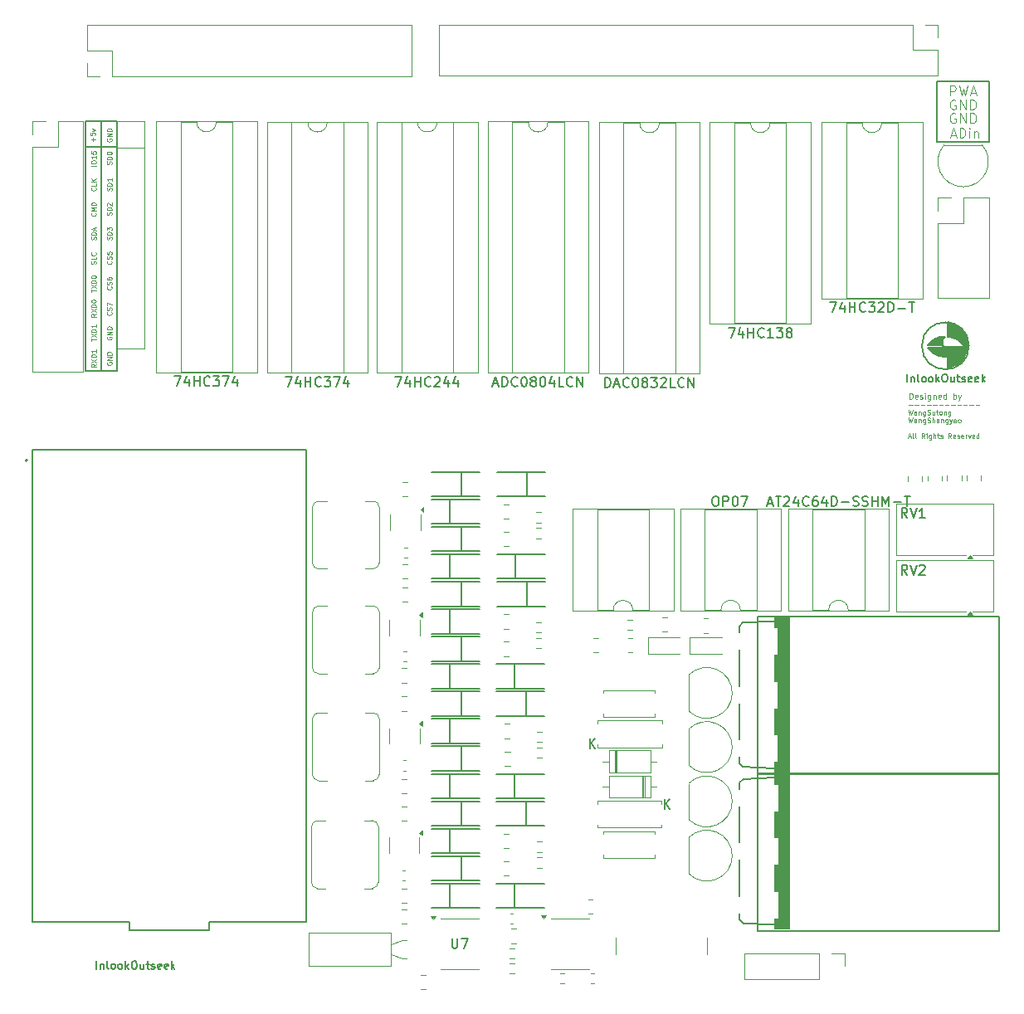
<source format=gbr>
%TF.GenerationSoftware,KiCad,Pcbnew,8.0.8*%
%TF.CreationDate,2025-03-16T16:52:42+08:00*%
%TF.ProjectId,temp_pro,74656d70-5f70-4726-9f2e-6b696361645f,rev?*%
%TF.SameCoordinates,Original*%
%TF.FileFunction,Legend,Top*%
%TF.FilePolarity,Positive*%
%FSLAX46Y46*%
G04 Gerber Fmt 4.6, Leading zero omitted, Abs format (unit mm)*
G04 Created by KiCad (PCBNEW 8.0.8) date 2025-03-16 16:52:42*
%MOMM*%
%LPD*%
G01*
G04 APERTURE LIST*
%ADD10C,0.062500*%
%ADD11C,0.150000*%
%ADD12C,0.200000*%
%ADD13C,0.120000*%
%ADD14C,0.100000*%
%ADD15C,0.127000*%
%ADD16C,0.152400*%
%ADD17C,0.010000*%
G04 APERTURE END LIST*
D10*
X112859369Y-81077929D02*
X112835559Y-81125548D01*
X112835559Y-81125548D02*
X112835559Y-81196977D01*
X112835559Y-81196977D02*
X112859369Y-81268405D01*
X112859369Y-81268405D02*
X112906988Y-81316024D01*
X112906988Y-81316024D02*
X112954607Y-81339834D01*
X112954607Y-81339834D02*
X113049845Y-81363643D01*
X113049845Y-81363643D02*
X113121273Y-81363643D01*
X113121273Y-81363643D02*
X113216511Y-81339834D01*
X113216511Y-81339834D02*
X113264130Y-81316024D01*
X113264130Y-81316024D02*
X113311750Y-81268405D01*
X113311750Y-81268405D02*
X113335559Y-81196977D01*
X113335559Y-81196977D02*
X113335559Y-81149358D01*
X113335559Y-81149358D02*
X113311750Y-81077929D01*
X113311750Y-81077929D02*
X113287940Y-81054120D01*
X113287940Y-81054120D02*
X113121273Y-81054120D01*
X113121273Y-81054120D02*
X113121273Y-81149358D01*
X113335559Y-80839834D02*
X112835559Y-80839834D01*
X112835559Y-80839834D02*
X113335559Y-80554120D01*
X113335559Y-80554120D02*
X112835559Y-80554120D01*
X113335559Y-80316024D02*
X112835559Y-80316024D01*
X112835559Y-80316024D02*
X112835559Y-80196976D01*
X112835559Y-80196976D02*
X112859369Y-80125548D01*
X112859369Y-80125548D02*
X112906988Y-80077929D01*
X112906988Y-80077929D02*
X112954607Y-80054119D01*
X112954607Y-80054119D02*
X113049845Y-80030310D01*
X113049845Y-80030310D02*
X113121273Y-80030310D01*
X113121273Y-80030310D02*
X113216511Y-80054119D01*
X113216511Y-80054119D02*
X113264130Y-80077929D01*
X113264130Y-80077929D02*
X113311750Y-80125548D01*
X113311750Y-80125548D02*
X113335559Y-80196976D01*
X113335559Y-80196976D02*
X113335559Y-80316024D01*
X112859369Y-78477929D02*
X112835559Y-78525548D01*
X112835559Y-78525548D02*
X112835559Y-78596977D01*
X112835559Y-78596977D02*
X112859369Y-78668405D01*
X112859369Y-78668405D02*
X112906988Y-78716024D01*
X112906988Y-78716024D02*
X112954607Y-78739834D01*
X112954607Y-78739834D02*
X113049845Y-78763643D01*
X113049845Y-78763643D02*
X113121273Y-78763643D01*
X113121273Y-78763643D02*
X113216511Y-78739834D01*
X113216511Y-78739834D02*
X113264130Y-78716024D01*
X113264130Y-78716024D02*
X113311750Y-78668405D01*
X113311750Y-78668405D02*
X113335559Y-78596977D01*
X113335559Y-78596977D02*
X113335559Y-78549358D01*
X113335559Y-78549358D02*
X113311750Y-78477929D01*
X113311750Y-78477929D02*
X113287940Y-78454120D01*
X113287940Y-78454120D02*
X113121273Y-78454120D01*
X113121273Y-78454120D02*
X113121273Y-78549358D01*
X113335559Y-78239834D02*
X112835559Y-78239834D01*
X112835559Y-78239834D02*
X113335559Y-77954120D01*
X113335559Y-77954120D02*
X112835559Y-77954120D01*
X113335559Y-77716024D02*
X112835559Y-77716024D01*
X112835559Y-77716024D02*
X112835559Y-77596976D01*
X112835559Y-77596976D02*
X112859369Y-77525548D01*
X112859369Y-77525548D02*
X112906988Y-77477929D01*
X112906988Y-77477929D02*
X112954607Y-77454119D01*
X112954607Y-77454119D02*
X113049845Y-77430310D01*
X113049845Y-77430310D02*
X113121273Y-77430310D01*
X113121273Y-77430310D02*
X113216511Y-77454119D01*
X113216511Y-77454119D02*
X113264130Y-77477929D01*
X113264130Y-77477929D02*
X113311750Y-77525548D01*
X113311750Y-77525548D02*
X113335559Y-77596976D01*
X113335559Y-77596976D02*
X113335559Y-77716024D01*
X113287940Y-75954120D02*
X113311750Y-75977929D01*
X113311750Y-75977929D02*
X113335559Y-76049358D01*
X113335559Y-76049358D02*
X113335559Y-76096977D01*
X113335559Y-76096977D02*
X113311750Y-76168405D01*
X113311750Y-76168405D02*
X113264130Y-76216024D01*
X113264130Y-76216024D02*
X113216511Y-76239834D01*
X113216511Y-76239834D02*
X113121273Y-76263643D01*
X113121273Y-76263643D02*
X113049845Y-76263643D01*
X113049845Y-76263643D02*
X112954607Y-76239834D01*
X112954607Y-76239834D02*
X112906988Y-76216024D01*
X112906988Y-76216024D02*
X112859369Y-76168405D01*
X112859369Y-76168405D02*
X112835559Y-76096977D01*
X112835559Y-76096977D02*
X112835559Y-76049358D01*
X112835559Y-76049358D02*
X112859369Y-75977929D01*
X112859369Y-75977929D02*
X112883178Y-75954120D01*
X113311750Y-75763643D02*
X113335559Y-75692215D01*
X113335559Y-75692215D02*
X113335559Y-75573167D01*
X113335559Y-75573167D02*
X113311750Y-75525548D01*
X113311750Y-75525548D02*
X113287940Y-75501739D01*
X113287940Y-75501739D02*
X113240321Y-75477929D01*
X113240321Y-75477929D02*
X113192702Y-75477929D01*
X113192702Y-75477929D02*
X113145083Y-75501739D01*
X113145083Y-75501739D02*
X113121273Y-75525548D01*
X113121273Y-75525548D02*
X113097464Y-75573167D01*
X113097464Y-75573167D02*
X113073654Y-75668405D01*
X113073654Y-75668405D02*
X113049845Y-75716024D01*
X113049845Y-75716024D02*
X113026035Y-75739834D01*
X113026035Y-75739834D02*
X112978416Y-75763643D01*
X112978416Y-75763643D02*
X112930797Y-75763643D01*
X112930797Y-75763643D02*
X112883178Y-75739834D01*
X112883178Y-75739834D02*
X112859369Y-75716024D01*
X112859369Y-75716024D02*
X112835559Y-75668405D01*
X112835559Y-75668405D02*
X112835559Y-75549358D01*
X112835559Y-75549358D02*
X112859369Y-75477929D01*
X112835559Y-75311263D02*
X112835559Y-74977930D01*
X112835559Y-74977930D02*
X113335559Y-75192215D01*
X113287940Y-73354120D02*
X113311750Y-73377929D01*
X113311750Y-73377929D02*
X113335559Y-73449358D01*
X113335559Y-73449358D02*
X113335559Y-73496977D01*
X113335559Y-73496977D02*
X113311750Y-73568405D01*
X113311750Y-73568405D02*
X113264130Y-73616024D01*
X113264130Y-73616024D02*
X113216511Y-73639834D01*
X113216511Y-73639834D02*
X113121273Y-73663643D01*
X113121273Y-73663643D02*
X113049845Y-73663643D01*
X113049845Y-73663643D02*
X112954607Y-73639834D01*
X112954607Y-73639834D02*
X112906988Y-73616024D01*
X112906988Y-73616024D02*
X112859369Y-73568405D01*
X112859369Y-73568405D02*
X112835559Y-73496977D01*
X112835559Y-73496977D02*
X112835559Y-73449358D01*
X112835559Y-73449358D02*
X112859369Y-73377929D01*
X112859369Y-73377929D02*
X112883178Y-73354120D01*
X113311750Y-73163643D02*
X113335559Y-73092215D01*
X113335559Y-73092215D02*
X113335559Y-72973167D01*
X113335559Y-72973167D02*
X113311750Y-72925548D01*
X113311750Y-72925548D02*
X113287940Y-72901739D01*
X113287940Y-72901739D02*
X113240321Y-72877929D01*
X113240321Y-72877929D02*
X113192702Y-72877929D01*
X113192702Y-72877929D02*
X113145083Y-72901739D01*
X113145083Y-72901739D02*
X113121273Y-72925548D01*
X113121273Y-72925548D02*
X113097464Y-72973167D01*
X113097464Y-72973167D02*
X113073654Y-73068405D01*
X113073654Y-73068405D02*
X113049845Y-73116024D01*
X113049845Y-73116024D02*
X113026035Y-73139834D01*
X113026035Y-73139834D02*
X112978416Y-73163643D01*
X112978416Y-73163643D02*
X112930797Y-73163643D01*
X112930797Y-73163643D02*
X112883178Y-73139834D01*
X112883178Y-73139834D02*
X112859369Y-73116024D01*
X112859369Y-73116024D02*
X112835559Y-73068405D01*
X112835559Y-73068405D02*
X112835559Y-72949358D01*
X112835559Y-72949358D02*
X112859369Y-72877929D01*
X112835559Y-72449358D02*
X112835559Y-72544596D01*
X112835559Y-72544596D02*
X112859369Y-72592215D01*
X112859369Y-72592215D02*
X112883178Y-72616025D01*
X112883178Y-72616025D02*
X112954607Y-72663644D01*
X112954607Y-72663644D02*
X113049845Y-72687453D01*
X113049845Y-72687453D02*
X113240321Y-72687453D01*
X113240321Y-72687453D02*
X113287940Y-72663644D01*
X113287940Y-72663644D02*
X113311750Y-72639834D01*
X113311750Y-72639834D02*
X113335559Y-72592215D01*
X113335559Y-72592215D02*
X113335559Y-72496977D01*
X113335559Y-72496977D02*
X113311750Y-72449358D01*
X113311750Y-72449358D02*
X113287940Y-72425549D01*
X113287940Y-72425549D02*
X113240321Y-72401739D01*
X113240321Y-72401739D02*
X113121273Y-72401739D01*
X113121273Y-72401739D02*
X113073654Y-72425549D01*
X113073654Y-72425549D02*
X113049845Y-72449358D01*
X113049845Y-72449358D02*
X113026035Y-72496977D01*
X113026035Y-72496977D02*
X113026035Y-72592215D01*
X113026035Y-72592215D02*
X113049845Y-72639834D01*
X113049845Y-72639834D02*
X113073654Y-72663644D01*
X113073654Y-72663644D02*
X113121273Y-72687453D01*
X113287940Y-70754120D02*
X113311750Y-70777929D01*
X113311750Y-70777929D02*
X113335559Y-70849358D01*
X113335559Y-70849358D02*
X113335559Y-70896977D01*
X113335559Y-70896977D02*
X113311750Y-70968405D01*
X113311750Y-70968405D02*
X113264130Y-71016024D01*
X113264130Y-71016024D02*
X113216511Y-71039834D01*
X113216511Y-71039834D02*
X113121273Y-71063643D01*
X113121273Y-71063643D02*
X113049845Y-71063643D01*
X113049845Y-71063643D02*
X112954607Y-71039834D01*
X112954607Y-71039834D02*
X112906988Y-71016024D01*
X112906988Y-71016024D02*
X112859369Y-70968405D01*
X112859369Y-70968405D02*
X112835559Y-70896977D01*
X112835559Y-70896977D02*
X112835559Y-70849358D01*
X112835559Y-70849358D02*
X112859369Y-70777929D01*
X112859369Y-70777929D02*
X112883178Y-70754120D01*
X113311750Y-70563643D02*
X113335559Y-70492215D01*
X113335559Y-70492215D02*
X113335559Y-70373167D01*
X113335559Y-70373167D02*
X113311750Y-70325548D01*
X113311750Y-70325548D02*
X113287940Y-70301739D01*
X113287940Y-70301739D02*
X113240321Y-70277929D01*
X113240321Y-70277929D02*
X113192702Y-70277929D01*
X113192702Y-70277929D02*
X113145083Y-70301739D01*
X113145083Y-70301739D02*
X113121273Y-70325548D01*
X113121273Y-70325548D02*
X113097464Y-70373167D01*
X113097464Y-70373167D02*
X113073654Y-70468405D01*
X113073654Y-70468405D02*
X113049845Y-70516024D01*
X113049845Y-70516024D02*
X113026035Y-70539834D01*
X113026035Y-70539834D02*
X112978416Y-70563643D01*
X112978416Y-70563643D02*
X112930797Y-70563643D01*
X112930797Y-70563643D02*
X112883178Y-70539834D01*
X112883178Y-70539834D02*
X112859369Y-70516024D01*
X112859369Y-70516024D02*
X112835559Y-70468405D01*
X112835559Y-70468405D02*
X112835559Y-70349358D01*
X112835559Y-70349358D02*
X112859369Y-70277929D01*
X112835559Y-69825549D02*
X112835559Y-70063644D01*
X112835559Y-70063644D02*
X113073654Y-70087453D01*
X113073654Y-70087453D02*
X113049845Y-70063644D01*
X113049845Y-70063644D02*
X113026035Y-70016025D01*
X113026035Y-70016025D02*
X113026035Y-69896977D01*
X113026035Y-69896977D02*
X113049845Y-69849358D01*
X113049845Y-69849358D02*
X113073654Y-69825549D01*
X113073654Y-69825549D02*
X113121273Y-69801739D01*
X113121273Y-69801739D02*
X113240321Y-69801739D01*
X113240321Y-69801739D02*
X113287940Y-69825549D01*
X113287940Y-69825549D02*
X113311750Y-69849358D01*
X113311750Y-69849358D02*
X113335559Y-69896977D01*
X113335559Y-69896977D02*
X113335559Y-70016025D01*
X113335559Y-70016025D02*
X113311750Y-70063644D01*
X113311750Y-70063644D02*
X113287940Y-70087453D01*
X113311750Y-68563643D02*
X113335559Y-68492215D01*
X113335559Y-68492215D02*
X113335559Y-68373167D01*
X113335559Y-68373167D02*
X113311750Y-68325548D01*
X113311750Y-68325548D02*
X113287940Y-68301739D01*
X113287940Y-68301739D02*
X113240321Y-68277929D01*
X113240321Y-68277929D02*
X113192702Y-68277929D01*
X113192702Y-68277929D02*
X113145083Y-68301739D01*
X113145083Y-68301739D02*
X113121273Y-68325548D01*
X113121273Y-68325548D02*
X113097464Y-68373167D01*
X113097464Y-68373167D02*
X113073654Y-68468405D01*
X113073654Y-68468405D02*
X113049845Y-68516024D01*
X113049845Y-68516024D02*
X113026035Y-68539834D01*
X113026035Y-68539834D02*
X112978416Y-68563643D01*
X112978416Y-68563643D02*
X112930797Y-68563643D01*
X112930797Y-68563643D02*
X112883178Y-68539834D01*
X112883178Y-68539834D02*
X112859369Y-68516024D01*
X112859369Y-68516024D02*
X112835559Y-68468405D01*
X112835559Y-68468405D02*
X112835559Y-68349358D01*
X112835559Y-68349358D02*
X112859369Y-68277929D01*
X113335559Y-68063644D02*
X112835559Y-68063644D01*
X112835559Y-68063644D02*
X112835559Y-67944596D01*
X112835559Y-67944596D02*
X112859369Y-67873168D01*
X112859369Y-67873168D02*
X112906988Y-67825549D01*
X112906988Y-67825549D02*
X112954607Y-67801739D01*
X112954607Y-67801739D02*
X113049845Y-67777930D01*
X113049845Y-67777930D02*
X113121273Y-67777930D01*
X113121273Y-67777930D02*
X113216511Y-67801739D01*
X113216511Y-67801739D02*
X113264130Y-67825549D01*
X113264130Y-67825549D02*
X113311750Y-67873168D01*
X113311750Y-67873168D02*
X113335559Y-67944596D01*
X113335559Y-67944596D02*
X113335559Y-68063644D01*
X112835559Y-67611263D02*
X112835559Y-67301739D01*
X112835559Y-67301739D02*
X113026035Y-67468406D01*
X113026035Y-67468406D02*
X113026035Y-67396977D01*
X113026035Y-67396977D02*
X113049845Y-67349358D01*
X113049845Y-67349358D02*
X113073654Y-67325549D01*
X113073654Y-67325549D02*
X113121273Y-67301739D01*
X113121273Y-67301739D02*
X113240321Y-67301739D01*
X113240321Y-67301739D02*
X113287940Y-67325549D01*
X113287940Y-67325549D02*
X113311750Y-67349358D01*
X113311750Y-67349358D02*
X113335559Y-67396977D01*
X113335559Y-67396977D02*
X113335559Y-67539834D01*
X113335559Y-67539834D02*
X113311750Y-67587453D01*
X113311750Y-67587453D02*
X113287940Y-67611263D01*
X113311750Y-66063643D02*
X113335559Y-65992215D01*
X113335559Y-65992215D02*
X113335559Y-65873167D01*
X113335559Y-65873167D02*
X113311750Y-65825548D01*
X113311750Y-65825548D02*
X113287940Y-65801739D01*
X113287940Y-65801739D02*
X113240321Y-65777929D01*
X113240321Y-65777929D02*
X113192702Y-65777929D01*
X113192702Y-65777929D02*
X113145083Y-65801739D01*
X113145083Y-65801739D02*
X113121273Y-65825548D01*
X113121273Y-65825548D02*
X113097464Y-65873167D01*
X113097464Y-65873167D02*
X113073654Y-65968405D01*
X113073654Y-65968405D02*
X113049845Y-66016024D01*
X113049845Y-66016024D02*
X113026035Y-66039834D01*
X113026035Y-66039834D02*
X112978416Y-66063643D01*
X112978416Y-66063643D02*
X112930797Y-66063643D01*
X112930797Y-66063643D02*
X112883178Y-66039834D01*
X112883178Y-66039834D02*
X112859369Y-66016024D01*
X112859369Y-66016024D02*
X112835559Y-65968405D01*
X112835559Y-65968405D02*
X112835559Y-65849358D01*
X112835559Y-65849358D02*
X112859369Y-65777929D01*
X113335559Y-65563644D02*
X112835559Y-65563644D01*
X112835559Y-65563644D02*
X112835559Y-65444596D01*
X112835559Y-65444596D02*
X112859369Y-65373168D01*
X112859369Y-65373168D02*
X112906988Y-65325549D01*
X112906988Y-65325549D02*
X112954607Y-65301739D01*
X112954607Y-65301739D02*
X113049845Y-65277930D01*
X113049845Y-65277930D02*
X113121273Y-65277930D01*
X113121273Y-65277930D02*
X113216511Y-65301739D01*
X113216511Y-65301739D02*
X113264130Y-65325549D01*
X113264130Y-65325549D02*
X113311750Y-65373168D01*
X113311750Y-65373168D02*
X113335559Y-65444596D01*
X113335559Y-65444596D02*
X113335559Y-65563644D01*
X112883178Y-65087453D02*
X112859369Y-65063644D01*
X112859369Y-65063644D02*
X112835559Y-65016025D01*
X112835559Y-65016025D02*
X112835559Y-64896977D01*
X112835559Y-64896977D02*
X112859369Y-64849358D01*
X112859369Y-64849358D02*
X112883178Y-64825549D01*
X112883178Y-64825549D02*
X112930797Y-64801739D01*
X112930797Y-64801739D02*
X112978416Y-64801739D01*
X112978416Y-64801739D02*
X113049845Y-64825549D01*
X113049845Y-64825549D02*
X113335559Y-65111263D01*
X113335559Y-65111263D02*
X113335559Y-64801739D01*
X113311750Y-60863643D02*
X113335559Y-60792215D01*
X113335559Y-60792215D02*
X113335559Y-60673167D01*
X113335559Y-60673167D02*
X113311750Y-60625548D01*
X113311750Y-60625548D02*
X113287940Y-60601739D01*
X113287940Y-60601739D02*
X113240321Y-60577929D01*
X113240321Y-60577929D02*
X113192702Y-60577929D01*
X113192702Y-60577929D02*
X113145083Y-60601739D01*
X113145083Y-60601739D02*
X113121273Y-60625548D01*
X113121273Y-60625548D02*
X113097464Y-60673167D01*
X113097464Y-60673167D02*
X113073654Y-60768405D01*
X113073654Y-60768405D02*
X113049845Y-60816024D01*
X113049845Y-60816024D02*
X113026035Y-60839834D01*
X113026035Y-60839834D02*
X112978416Y-60863643D01*
X112978416Y-60863643D02*
X112930797Y-60863643D01*
X112930797Y-60863643D02*
X112883178Y-60839834D01*
X112883178Y-60839834D02*
X112859369Y-60816024D01*
X112859369Y-60816024D02*
X112835559Y-60768405D01*
X112835559Y-60768405D02*
X112835559Y-60649358D01*
X112835559Y-60649358D02*
X112859369Y-60577929D01*
X113335559Y-60363644D02*
X112835559Y-60363644D01*
X112835559Y-60363644D02*
X112835559Y-60244596D01*
X112835559Y-60244596D02*
X112859369Y-60173168D01*
X112859369Y-60173168D02*
X112906988Y-60125549D01*
X112906988Y-60125549D02*
X112954607Y-60101739D01*
X112954607Y-60101739D02*
X113049845Y-60077930D01*
X113049845Y-60077930D02*
X113121273Y-60077930D01*
X113121273Y-60077930D02*
X113216511Y-60101739D01*
X113216511Y-60101739D02*
X113264130Y-60125549D01*
X113264130Y-60125549D02*
X113311750Y-60173168D01*
X113311750Y-60173168D02*
X113335559Y-60244596D01*
X113335559Y-60244596D02*
X113335559Y-60363644D01*
X112835559Y-59768406D02*
X112835559Y-59720787D01*
X112835559Y-59720787D02*
X112859369Y-59673168D01*
X112859369Y-59673168D02*
X112883178Y-59649358D01*
X112883178Y-59649358D02*
X112930797Y-59625549D01*
X112930797Y-59625549D02*
X113026035Y-59601739D01*
X113026035Y-59601739D02*
X113145083Y-59601739D01*
X113145083Y-59601739D02*
X113240321Y-59625549D01*
X113240321Y-59625549D02*
X113287940Y-59649358D01*
X113287940Y-59649358D02*
X113311750Y-59673168D01*
X113311750Y-59673168D02*
X113335559Y-59720787D01*
X113335559Y-59720787D02*
X113335559Y-59768406D01*
X113335559Y-59768406D02*
X113311750Y-59816025D01*
X113311750Y-59816025D02*
X113287940Y-59839834D01*
X113287940Y-59839834D02*
X113240321Y-59863644D01*
X113240321Y-59863644D02*
X113145083Y-59887453D01*
X113145083Y-59887453D02*
X113026035Y-59887453D01*
X113026035Y-59887453D02*
X112930797Y-59863644D01*
X112930797Y-59863644D02*
X112883178Y-59839834D01*
X112883178Y-59839834D02*
X112859369Y-59816025D01*
X112859369Y-59816025D02*
X112835559Y-59768406D01*
X113311750Y-63563643D02*
X113335559Y-63492215D01*
X113335559Y-63492215D02*
X113335559Y-63373167D01*
X113335559Y-63373167D02*
X113311750Y-63325548D01*
X113311750Y-63325548D02*
X113287940Y-63301739D01*
X113287940Y-63301739D02*
X113240321Y-63277929D01*
X113240321Y-63277929D02*
X113192702Y-63277929D01*
X113192702Y-63277929D02*
X113145083Y-63301739D01*
X113145083Y-63301739D02*
X113121273Y-63325548D01*
X113121273Y-63325548D02*
X113097464Y-63373167D01*
X113097464Y-63373167D02*
X113073654Y-63468405D01*
X113073654Y-63468405D02*
X113049845Y-63516024D01*
X113049845Y-63516024D02*
X113026035Y-63539834D01*
X113026035Y-63539834D02*
X112978416Y-63563643D01*
X112978416Y-63563643D02*
X112930797Y-63563643D01*
X112930797Y-63563643D02*
X112883178Y-63539834D01*
X112883178Y-63539834D02*
X112859369Y-63516024D01*
X112859369Y-63516024D02*
X112835559Y-63468405D01*
X112835559Y-63468405D02*
X112835559Y-63349358D01*
X112835559Y-63349358D02*
X112859369Y-63277929D01*
X113335559Y-63063644D02*
X112835559Y-63063644D01*
X112835559Y-63063644D02*
X112835559Y-62944596D01*
X112835559Y-62944596D02*
X112859369Y-62873168D01*
X112859369Y-62873168D02*
X112906988Y-62825549D01*
X112906988Y-62825549D02*
X112954607Y-62801739D01*
X112954607Y-62801739D02*
X113049845Y-62777930D01*
X113049845Y-62777930D02*
X113121273Y-62777930D01*
X113121273Y-62777930D02*
X113216511Y-62801739D01*
X113216511Y-62801739D02*
X113264130Y-62825549D01*
X113264130Y-62825549D02*
X113311750Y-62873168D01*
X113311750Y-62873168D02*
X113335559Y-62944596D01*
X113335559Y-62944596D02*
X113335559Y-63063644D01*
X113335559Y-62301739D02*
X113335559Y-62587453D01*
X113335559Y-62444596D02*
X112835559Y-62444596D01*
X112835559Y-62444596D02*
X112906988Y-62492215D01*
X112906988Y-62492215D02*
X112954607Y-62539834D01*
X112954607Y-62539834D02*
X112978416Y-62587453D01*
X111735559Y-61039834D02*
X111235559Y-61039834D01*
X111235559Y-60706501D02*
X111235559Y-60611263D01*
X111235559Y-60611263D02*
X111259369Y-60563644D01*
X111259369Y-60563644D02*
X111306988Y-60516025D01*
X111306988Y-60516025D02*
X111402226Y-60492215D01*
X111402226Y-60492215D02*
X111568892Y-60492215D01*
X111568892Y-60492215D02*
X111664130Y-60516025D01*
X111664130Y-60516025D02*
X111711750Y-60563644D01*
X111711750Y-60563644D02*
X111735559Y-60611263D01*
X111735559Y-60611263D02*
X111735559Y-60706501D01*
X111735559Y-60706501D02*
X111711750Y-60754120D01*
X111711750Y-60754120D02*
X111664130Y-60801739D01*
X111664130Y-60801739D02*
X111568892Y-60825548D01*
X111568892Y-60825548D02*
X111402226Y-60825548D01*
X111402226Y-60825548D02*
X111306988Y-60801739D01*
X111306988Y-60801739D02*
X111259369Y-60754120D01*
X111259369Y-60754120D02*
X111235559Y-60706501D01*
X111735559Y-60016024D02*
X111735559Y-60301738D01*
X111735559Y-60158881D02*
X111235559Y-60158881D01*
X111235559Y-60158881D02*
X111306988Y-60206500D01*
X111306988Y-60206500D02*
X111354607Y-60254119D01*
X111354607Y-60254119D02*
X111378416Y-60301738D01*
X111235559Y-59563644D02*
X111235559Y-59801739D01*
X111235559Y-59801739D02*
X111473654Y-59825548D01*
X111473654Y-59825548D02*
X111449845Y-59801739D01*
X111449845Y-59801739D02*
X111426035Y-59754120D01*
X111426035Y-59754120D02*
X111426035Y-59635072D01*
X111426035Y-59635072D02*
X111449845Y-59587453D01*
X111449845Y-59587453D02*
X111473654Y-59563644D01*
X111473654Y-59563644D02*
X111521273Y-59539834D01*
X111521273Y-59539834D02*
X111640321Y-59539834D01*
X111640321Y-59539834D02*
X111687940Y-59563644D01*
X111687940Y-59563644D02*
X111711750Y-59587453D01*
X111711750Y-59587453D02*
X111735559Y-59635072D01*
X111735559Y-59635072D02*
X111735559Y-59754120D01*
X111735559Y-59754120D02*
X111711750Y-59801739D01*
X111711750Y-59801739D02*
X111687940Y-59825548D01*
X111687940Y-63254120D02*
X111711750Y-63277929D01*
X111711750Y-63277929D02*
X111735559Y-63349358D01*
X111735559Y-63349358D02*
X111735559Y-63396977D01*
X111735559Y-63396977D02*
X111711750Y-63468405D01*
X111711750Y-63468405D02*
X111664130Y-63516024D01*
X111664130Y-63516024D02*
X111616511Y-63539834D01*
X111616511Y-63539834D02*
X111521273Y-63563643D01*
X111521273Y-63563643D02*
X111449845Y-63563643D01*
X111449845Y-63563643D02*
X111354607Y-63539834D01*
X111354607Y-63539834D02*
X111306988Y-63516024D01*
X111306988Y-63516024D02*
X111259369Y-63468405D01*
X111259369Y-63468405D02*
X111235559Y-63396977D01*
X111235559Y-63396977D02*
X111235559Y-63349358D01*
X111235559Y-63349358D02*
X111259369Y-63277929D01*
X111259369Y-63277929D02*
X111283178Y-63254120D01*
X111735559Y-62801739D02*
X111735559Y-63039834D01*
X111735559Y-63039834D02*
X111235559Y-63039834D01*
X111735559Y-62635072D02*
X111235559Y-62635072D01*
X111735559Y-62349358D02*
X111449845Y-62563643D01*
X111235559Y-62349358D02*
X111521273Y-62635072D01*
X111687940Y-65854120D02*
X111711750Y-65877929D01*
X111711750Y-65877929D02*
X111735559Y-65949358D01*
X111735559Y-65949358D02*
X111735559Y-65996977D01*
X111735559Y-65996977D02*
X111711750Y-66068405D01*
X111711750Y-66068405D02*
X111664130Y-66116024D01*
X111664130Y-66116024D02*
X111616511Y-66139834D01*
X111616511Y-66139834D02*
X111521273Y-66163643D01*
X111521273Y-66163643D02*
X111449845Y-66163643D01*
X111449845Y-66163643D02*
X111354607Y-66139834D01*
X111354607Y-66139834D02*
X111306988Y-66116024D01*
X111306988Y-66116024D02*
X111259369Y-66068405D01*
X111259369Y-66068405D02*
X111235559Y-65996977D01*
X111235559Y-65996977D02*
X111235559Y-65949358D01*
X111235559Y-65949358D02*
X111259369Y-65877929D01*
X111259369Y-65877929D02*
X111283178Y-65854120D01*
X111735559Y-65639834D02*
X111235559Y-65639834D01*
X111235559Y-65639834D02*
X111592702Y-65473167D01*
X111592702Y-65473167D02*
X111235559Y-65306501D01*
X111235559Y-65306501D02*
X111735559Y-65306501D01*
X111735559Y-65068405D02*
X111235559Y-65068405D01*
X111235559Y-65068405D02*
X111235559Y-64949357D01*
X111235559Y-64949357D02*
X111259369Y-64877929D01*
X111259369Y-64877929D02*
X111306988Y-64830310D01*
X111306988Y-64830310D02*
X111354607Y-64806500D01*
X111354607Y-64806500D02*
X111449845Y-64782691D01*
X111449845Y-64782691D02*
X111521273Y-64782691D01*
X111521273Y-64782691D02*
X111616511Y-64806500D01*
X111616511Y-64806500D02*
X111664130Y-64830310D01*
X111664130Y-64830310D02*
X111711750Y-64877929D01*
X111711750Y-64877929D02*
X111735559Y-64949357D01*
X111735559Y-64949357D02*
X111735559Y-65068405D01*
D11*
X197500000Y-52400000D02*
X202900000Y-52400000D01*
X202900000Y-58600000D01*
X197500000Y-58600000D01*
X197500000Y-52400000D01*
D12*
X179280000Y-123100000D02*
X203880000Y-123100000D01*
X203880000Y-139100000D01*
X179280000Y-139100000D01*
X179280000Y-123100000D01*
D11*
X119738095Y-82504819D02*
X120404761Y-82504819D01*
X120404761Y-82504819D02*
X119976190Y-83504819D01*
X121214285Y-82838152D02*
X121214285Y-83504819D01*
X120976190Y-82457200D02*
X120738095Y-83171485D01*
X120738095Y-83171485D02*
X121357142Y-83171485D01*
X121738095Y-83504819D02*
X121738095Y-82504819D01*
X121738095Y-82981009D02*
X122309523Y-82981009D01*
X122309523Y-83504819D02*
X122309523Y-82504819D01*
X123357142Y-83409580D02*
X123309523Y-83457200D01*
X123309523Y-83457200D02*
X123166666Y-83504819D01*
X123166666Y-83504819D02*
X123071428Y-83504819D01*
X123071428Y-83504819D02*
X122928571Y-83457200D01*
X122928571Y-83457200D02*
X122833333Y-83361961D01*
X122833333Y-83361961D02*
X122785714Y-83266723D01*
X122785714Y-83266723D02*
X122738095Y-83076247D01*
X122738095Y-83076247D02*
X122738095Y-82933390D01*
X122738095Y-82933390D02*
X122785714Y-82742914D01*
X122785714Y-82742914D02*
X122833333Y-82647676D01*
X122833333Y-82647676D02*
X122928571Y-82552438D01*
X122928571Y-82552438D02*
X123071428Y-82504819D01*
X123071428Y-82504819D02*
X123166666Y-82504819D01*
X123166666Y-82504819D02*
X123309523Y-82552438D01*
X123309523Y-82552438D02*
X123357142Y-82600057D01*
X123690476Y-82504819D02*
X124309523Y-82504819D01*
X124309523Y-82504819D02*
X123976190Y-82885771D01*
X123976190Y-82885771D02*
X124119047Y-82885771D01*
X124119047Y-82885771D02*
X124214285Y-82933390D01*
X124214285Y-82933390D02*
X124261904Y-82981009D01*
X124261904Y-82981009D02*
X124309523Y-83076247D01*
X124309523Y-83076247D02*
X124309523Y-83314342D01*
X124309523Y-83314342D02*
X124261904Y-83409580D01*
X124261904Y-83409580D02*
X124214285Y-83457200D01*
X124214285Y-83457200D02*
X124119047Y-83504819D01*
X124119047Y-83504819D02*
X123833333Y-83504819D01*
X123833333Y-83504819D02*
X123738095Y-83457200D01*
X123738095Y-83457200D02*
X123690476Y-83409580D01*
X124642857Y-82504819D02*
X125309523Y-82504819D01*
X125309523Y-82504819D02*
X124880952Y-83504819D01*
X126119047Y-82838152D02*
X126119047Y-83504819D01*
X125880952Y-82457200D02*
X125642857Y-83171485D01*
X125642857Y-83171485D02*
X126261904Y-83171485D01*
X112300000Y-56500000D02*
X113900000Y-56500000D01*
X113900000Y-59100000D01*
X112300000Y-59100000D01*
X112300000Y-56500000D01*
X110700000Y-59100000D02*
X112300000Y-59100000D01*
X112300000Y-82000000D01*
X110700000Y-82000000D01*
X110700000Y-59100000D01*
X110700000Y-56500000D02*
X112300000Y-56500000D01*
X112300000Y-59100000D01*
X110700000Y-59100000D01*
X110700000Y-56500000D01*
D12*
X199400000Y-77250000D02*
X200150000Y-77750000D01*
X200650000Y-78750000D01*
X200750000Y-79650000D01*
X200000000Y-81100000D01*
X198650000Y-81700000D01*
X198650000Y-80500000D01*
X198400000Y-80500000D01*
X197700000Y-80400000D01*
X197450000Y-80300000D01*
X198600000Y-80300000D01*
X198650000Y-80400000D01*
X198650000Y-80250000D01*
X198600000Y-80300000D01*
X197450000Y-80300000D01*
X197200000Y-80200000D01*
X196600000Y-79600000D01*
X198400000Y-79600000D01*
X198300000Y-79500000D01*
X200400000Y-79500000D01*
X199650000Y-78750000D01*
X198900000Y-78500000D01*
X198650000Y-78500000D01*
X198650000Y-77000000D01*
X199400000Y-77250000D01*
G36*
X199400000Y-77250000D02*
G01*
X200150000Y-77750000D01*
X200650000Y-78750000D01*
X200750000Y-79650000D01*
X200000000Y-81100000D01*
X198650000Y-81700000D01*
X198650000Y-80500000D01*
X198400000Y-80500000D01*
X197700000Y-80400000D01*
X197450000Y-80300000D01*
X198600000Y-80300000D01*
X198650000Y-80400000D01*
X198650000Y-80250000D01*
X198600000Y-80300000D01*
X197450000Y-80300000D01*
X197200000Y-80200000D01*
X196600000Y-79600000D01*
X198400000Y-79600000D01*
X198300000Y-79500000D01*
X200400000Y-79500000D01*
X199650000Y-78750000D01*
X198900000Y-78500000D01*
X198650000Y-78500000D01*
X198650000Y-77000000D01*
X199400000Y-77250000D01*
G37*
X198100000Y-79300000D02*
X198300000Y-79500000D01*
X198100000Y-79500000D01*
X198100000Y-79300000D01*
G36*
X198100000Y-79300000D02*
G01*
X198300000Y-79500000D01*
X198100000Y-79500000D01*
X198100000Y-79300000D01*
G37*
X198150000Y-78750000D02*
X198100000Y-79250000D01*
X198100000Y-79300000D01*
X196600000Y-79300000D01*
X196900000Y-79000000D01*
X197150000Y-78750000D01*
X197900000Y-78500000D01*
X198400000Y-78500000D01*
X198150000Y-78750000D01*
G36*
X198150000Y-78750000D02*
G01*
X198100000Y-79250000D01*
X198100000Y-79300000D01*
X196600000Y-79300000D01*
X196900000Y-79000000D01*
X197150000Y-78750000D01*
X197900000Y-78500000D01*
X198400000Y-78500000D01*
X198150000Y-78750000D01*
G37*
X200800000Y-79400581D02*
G75*
G02*
X195998838Y-79400581I-2400581J0D01*
G01*
X195998838Y-79400581D02*
G75*
G02*
X200800000Y-79400581I2400581J0D01*
G01*
D11*
X112300000Y-59100000D02*
X113900000Y-59100000D01*
X113900000Y-82000000D01*
X112300000Y-82000000D01*
X112300000Y-59100000D01*
D10*
X111735559Y-81254120D02*
X111497464Y-81420786D01*
X111735559Y-81539834D02*
X111235559Y-81539834D01*
X111235559Y-81539834D02*
X111235559Y-81349358D01*
X111235559Y-81349358D02*
X111259369Y-81301739D01*
X111259369Y-81301739D02*
X111283178Y-81277929D01*
X111283178Y-81277929D02*
X111330797Y-81254120D01*
X111330797Y-81254120D02*
X111402226Y-81254120D01*
X111402226Y-81254120D02*
X111449845Y-81277929D01*
X111449845Y-81277929D02*
X111473654Y-81301739D01*
X111473654Y-81301739D02*
X111497464Y-81349358D01*
X111497464Y-81349358D02*
X111497464Y-81539834D01*
X111235559Y-81087453D02*
X111735559Y-80754120D01*
X111235559Y-80754120D02*
X111735559Y-81087453D01*
X111735559Y-80563644D02*
X111235559Y-80563644D01*
X111235559Y-80563644D02*
X111235559Y-80444596D01*
X111235559Y-80444596D02*
X111259369Y-80373168D01*
X111259369Y-80373168D02*
X111306988Y-80325549D01*
X111306988Y-80325549D02*
X111354607Y-80301739D01*
X111354607Y-80301739D02*
X111449845Y-80277930D01*
X111449845Y-80277930D02*
X111521273Y-80277930D01*
X111521273Y-80277930D02*
X111616511Y-80301739D01*
X111616511Y-80301739D02*
X111664130Y-80325549D01*
X111664130Y-80325549D02*
X111711750Y-80373168D01*
X111711750Y-80373168D02*
X111735559Y-80444596D01*
X111735559Y-80444596D02*
X111735559Y-80563644D01*
X111735559Y-79801739D02*
X111735559Y-80087453D01*
X111735559Y-79944596D02*
X111235559Y-79944596D01*
X111235559Y-79944596D02*
X111306988Y-79992215D01*
X111306988Y-79992215D02*
X111354607Y-80039834D01*
X111354607Y-80039834D02*
X111378416Y-80087453D01*
X111735559Y-76154120D02*
X111497464Y-76320786D01*
X111735559Y-76439834D02*
X111235559Y-76439834D01*
X111235559Y-76439834D02*
X111235559Y-76249358D01*
X111235559Y-76249358D02*
X111259369Y-76201739D01*
X111259369Y-76201739D02*
X111283178Y-76177929D01*
X111283178Y-76177929D02*
X111330797Y-76154120D01*
X111330797Y-76154120D02*
X111402226Y-76154120D01*
X111402226Y-76154120D02*
X111449845Y-76177929D01*
X111449845Y-76177929D02*
X111473654Y-76201739D01*
X111473654Y-76201739D02*
X111497464Y-76249358D01*
X111497464Y-76249358D02*
X111497464Y-76439834D01*
X111235559Y-75987453D02*
X111735559Y-75654120D01*
X111235559Y-75654120D02*
X111735559Y-75987453D01*
X111735559Y-75463644D02*
X111235559Y-75463644D01*
X111235559Y-75463644D02*
X111235559Y-75344596D01*
X111235559Y-75344596D02*
X111259369Y-75273168D01*
X111259369Y-75273168D02*
X111306988Y-75225549D01*
X111306988Y-75225549D02*
X111354607Y-75201739D01*
X111354607Y-75201739D02*
X111449845Y-75177930D01*
X111449845Y-75177930D02*
X111521273Y-75177930D01*
X111521273Y-75177930D02*
X111616511Y-75201739D01*
X111616511Y-75201739D02*
X111664130Y-75225549D01*
X111664130Y-75225549D02*
X111711750Y-75273168D01*
X111711750Y-75273168D02*
X111735559Y-75344596D01*
X111735559Y-75344596D02*
X111735559Y-75463644D01*
X111235559Y-74868406D02*
X111235559Y-74820787D01*
X111235559Y-74820787D02*
X111259369Y-74773168D01*
X111259369Y-74773168D02*
X111283178Y-74749358D01*
X111283178Y-74749358D02*
X111330797Y-74725549D01*
X111330797Y-74725549D02*
X111426035Y-74701739D01*
X111426035Y-74701739D02*
X111545083Y-74701739D01*
X111545083Y-74701739D02*
X111640321Y-74725549D01*
X111640321Y-74725549D02*
X111687940Y-74749358D01*
X111687940Y-74749358D02*
X111711750Y-74773168D01*
X111711750Y-74773168D02*
X111735559Y-74820787D01*
X111735559Y-74820787D02*
X111735559Y-74868406D01*
X111735559Y-74868406D02*
X111711750Y-74916025D01*
X111711750Y-74916025D02*
X111687940Y-74939834D01*
X111687940Y-74939834D02*
X111640321Y-74963644D01*
X111640321Y-74963644D02*
X111545083Y-74987453D01*
X111545083Y-74987453D02*
X111426035Y-74987453D01*
X111426035Y-74987453D02*
X111330797Y-74963644D01*
X111330797Y-74963644D02*
X111283178Y-74939834D01*
X111283178Y-74939834D02*
X111259369Y-74916025D01*
X111259369Y-74916025D02*
X111235559Y-74868406D01*
X111711750Y-71063643D02*
X111735559Y-70992215D01*
X111735559Y-70992215D02*
X111735559Y-70873167D01*
X111735559Y-70873167D02*
X111711750Y-70825548D01*
X111711750Y-70825548D02*
X111687940Y-70801739D01*
X111687940Y-70801739D02*
X111640321Y-70777929D01*
X111640321Y-70777929D02*
X111592702Y-70777929D01*
X111592702Y-70777929D02*
X111545083Y-70801739D01*
X111545083Y-70801739D02*
X111521273Y-70825548D01*
X111521273Y-70825548D02*
X111497464Y-70873167D01*
X111497464Y-70873167D02*
X111473654Y-70968405D01*
X111473654Y-70968405D02*
X111449845Y-71016024D01*
X111449845Y-71016024D02*
X111426035Y-71039834D01*
X111426035Y-71039834D02*
X111378416Y-71063643D01*
X111378416Y-71063643D02*
X111330797Y-71063643D01*
X111330797Y-71063643D02*
X111283178Y-71039834D01*
X111283178Y-71039834D02*
X111259369Y-71016024D01*
X111259369Y-71016024D02*
X111235559Y-70968405D01*
X111235559Y-70968405D02*
X111235559Y-70849358D01*
X111235559Y-70849358D02*
X111259369Y-70777929D01*
X111735559Y-70325549D02*
X111735559Y-70563644D01*
X111735559Y-70563644D02*
X111235559Y-70563644D01*
X111687940Y-69873168D02*
X111711750Y-69896977D01*
X111711750Y-69896977D02*
X111735559Y-69968406D01*
X111735559Y-69968406D02*
X111735559Y-70016025D01*
X111735559Y-70016025D02*
X111711750Y-70087453D01*
X111711750Y-70087453D02*
X111664130Y-70135072D01*
X111664130Y-70135072D02*
X111616511Y-70158882D01*
X111616511Y-70158882D02*
X111521273Y-70182691D01*
X111521273Y-70182691D02*
X111449845Y-70182691D01*
X111449845Y-70182691D02*
X111354607Y-70158882D01*
X111354607Y-70158882D02*
X111306988Y-70135072D01*
X111306988Y-70135072D02*
X111259369Y-70087453D01*
X111259369Y-70087453D02*
X111235559Y-70016025D01*
X111235559Y-70016025D02*
X111235559Y-69968406D01*
X111235559Y-69968406D02*
X111259369Y-69896977D01*
X111259369Y-69896977D02*
X111283178Y-69873168D01*
X111711750Y-68563643D02*
X111735559Y-68492215D01*
X111735559Y-68492215D02*
X111735559Y-68373167D01*
X111735559Y-68373167D02*
X111711750Y-68325548D01*
X111711750Y-68325548D02*
X111687940Y-68301739D01*
X111687940Y-68301739D02*
X111640321Y-68277929D01*
X111640321Y-68277929D02*
X111592702Y-68277929D01*
X111592702Y-68277929D02*
X111545083Y-68301739D01*
X111545083Y-68301739D02*
X111521273Y-68325548D01*
X111521273Y-68325548D02*
X111497464Y-68373167D01*
X111497464Y-68373167D02*
X111473654Y-68468405D01*
X111473654Y-68468405D02*
X111449845Y-68516024D01*
X111449845Y-68516024D02*
X111426035Y-68539834D01*
X111426035Y-68539834D02*
X111378416Y-68563643D01*
X111378416Y-68563643D02*
X111330797Y-68563643D01*
X111330797Y-68563643D02*
X111283178Y-68539834D01*
X111283178Y-68539834D02*
X111259369Y-68516024D01*
X111259369Y-68516024D02*
X111235559Y-68468405D01*
X111235559Y-68468405D02*
X111235559Y-68349358D01*
X111235559Y-68349358D02*
X111259369Y-68277929D01*
X111735559Y-68063644D02*
X111235559Y-68063644D01*
X111235559Y-68063644D02*
X111235559Y-67944596D01*
X111235559Y-67944596D02*
X111259369Y-67873168D01*
X111259369Y-67873168D02*
X111306988Y-67825549D01*
X111306988Y-67825549D02*
X111354607Y-67801739D01*
X111354607Y-67801739D02*
X111449845Y-67777930D01*
X111449845Y-67777930D02*
X111521273Y-67777930D01*
X111521273Y-67777930D02*
X111616511Y-67801739D01*
X111616511Y-67801739D02*
X111664130Y-67825549D01*
X111664130Y-67825549D02*
X111711750Y-67873168D01*
X111711750Y-67873168D02*
X111735559Y-67944596D01*
X111735559Y-67944596D02*
X111735559Y-68063644D01*
X111592702Y-67587453D02*
X111592702Y-67349358D01*
X111735559Y-67635072D02*
X111235559Y-67468406D01*
X111235559Y-67468406D02*
X111735559Y-67301739D01*
D13*
X194721804Y-84820331D02*
X194721804Y-84220331D01*
X194721804Y-84220331D02*
X194864661Y-84220331D01*
X194864661Y-84220331D02*
X194950375Y-84248902D01*
X194950375Y-84248902D02*
X195007518Y-84306045D01*
X195007518Y-84306045D02*
X195036089Y-84363188D01*
X195036089Y-84363188D02*
X195064661Y-84477474D01*
X195064661Y-84477474D02*
X195064661Y-84563188D01*
X195064661Y-84563188D02*
X195036089Y-84677474D01*
X195036089Y-84677474D02*
X195007518Y-84734617D01*
X195007518Y-84734617D02*
X194950375Y-84791760D01*
X194950375Y-84791760D02*
X194864661Y-84820331D01*
X194864661Y-84820331D02*
X194721804Y-84820331D01*
X195550375Y-84791760D02*
X195493232Y-84820331D01*
X195493232Y-84820331D02*
X195378947Y-84820331D01*
X195378947Y-84820331D02*
X195321804Y-84791760D01*
X195321804Y-84791760D02*
X195293232Y-84734617D01*
X195293232Y-84734617D02*
X195293232Y-84506045D01*
X195293232Y-84506045D02*
X195321804Y-84448902D01*
X195321804Y-84448902D02*
X195378947Y-84420331D01*
X195378947Y-84420331D02*
X195493232Y-84420331D01*
X195493232Y-84420331D02*
X195550375Y-84448902D01*
X195550375Y-84448902D02*
X195578947Y-84506045D01*
X195578947Y-84506045D02*
X195578947Y-84563188D01*
X195578947Y-84563188D02*
X195293232Y-84620331D01*
X195807518Y-84791760D02*
X195864661Y-84820331D01*
X195864661Y-84820331D02*
X195978947Y-84820331D01*
X195978947Y-84820331D02*
X196036090Y-84791760D01*
X196036090Y-84791760D02*
X196064661Y-84734617D01*
X196064661Y-84734617D02*
X196064661Y-84706045D01*
X196064661Y-84706045D02*
X196036090Y-84648902D01*
X196036090Y-84648902D02*
X195978947Y-84620331D01*
X195978947Y-84620331D02*
X195893233Y-84620331D01*
X195893233Y-84620331D02*
X195836090Y-84591760D01*
X195836090Y-84591760D02*
X195807518Y-84534617D01*
X195807518Y-84534617D02*
X195807518Y-84506045D01*
X195807518Y-84506045D02*
X195836090Y-84448902D01*
X195836090Y-84448902D02*
X195893233Y-84420331D01*
X195893233Y-84420331D02*
X195978947Y-84420331D01*
X195978947Y-84420331D02*
X196036090Y-84448902D01*
X196321804Y-84820331D02*
X196321804Y-84420331D01*
X196321804Y-84220331D02*
X196293232Y-84248902D01*
X196293232Y-84248902D02*
X196321804Y-84277474D01*
X196321804Y-84277474D02*
X196350375Y-84248902D01*
X196350375Y-84248902D02*
X196321804Y-84220331D01*
X196321804Y-84220331D02*
X196321804Y-84277474D01*
X196864661Y-84420331D02*
X196864661Y-84906045D01*
X196864661Y-84906045D02*
X196836089Y-84963188D01*
X196836089Y-84963188D02*
X196807518Y-84991760D01*
X196807518Y-84991760D02*
X196750375Y-85020331D01*
X196750375Y-85020331D02*
X196664661Y-85020331D01*
X196664661Y-85020331D02*
X196607518Y-84991760D01*
X196864661Y-84791760D02*
X196807518Y-84820331D01*
X196807518Y-84820331D02*
X196693232Y-84820331D01*
X196693232Y-84820331D02*
X196636089Y-84791760D01*
X196636089Y-84791760D02*
X196607518Y-84763188D01*
X196607518Y-84763188D02*
X196578946Y-84706045D01*
X196578946Y-84706045D02*
X196578946Y-84534617D01*
X196578946Y-84534617D02*
X196607518Y-84477474D01*
X196607518Y-84477474D02*
X196636089Y-84448902D01*
X196636089Y-84448902D02*
X196693232Y-84420331D01*
X196693232Y-84420331D02*
X196807518Y-84420331D01*
X196807518Y-84420331D02*
X196864661Y-84448902D01*
X197150375Y-84420331D02*
X197150375Y-84820331D01*
X197150375Y-84477474D02*
X197178946Y-84448902D01*
X197178946Y-84448902D02*
X197236089Y-84420331D01*
X197236089Y-84420331D02*
X197321803Y-84420331D01*
X197321803Y-84420331D02*
X197378946Y-84448902D01*
X197378946Y-84448902D02*
X197407518Y-84506045D01*
X197407518Y-84506045D02*
X197407518Y-84820331D01*
X197921803Y-84791760D02*
X197864660Y-84820331D01*
X197864660Y-84820331D02*
X197750375Y-84820331D01*
X197750375Y-84820331D02*
X197693232Y-84791760D01*
X197693232Y-84791760D02*
X197664660Y-84734617D01*
X197664660Y-84734617D02*
X197664660Y-84506045D01*
X197664660Y-84506045D02*
X197693232Y-84448902D01*
X197693232Y-84448902D02*
X197750375Y-84420331D01*
X197750375Y-84420331D02*
X197864660Y-84420331D01*
X197864660Y-84420331D02*
X197921803Y-84448902D01*
X197921803Y-84448902D02*
X197950375Y-84506045D01*
X197950375Y-84506045D02*
X197950375Y-84563188D01*
X197950375Y-84563188D02*
X197664660Y-84620331D01*
X198464661Y-84820331D02*
X198464661Y-84220331D01*
X198464661Y-84791760D02*
X198407518Y-84820331D01*
X198407518Y-84820331D02*
X198293232Y-84820331D01*
X198293232Y-84820331D02*
X198236089Y-84791760D01*
X198236089Y-84791760D02*
X198207518Y-84763188D01*
X198207518Y-84763188D02*
X198178946Y-84706045D01*
X198178946Y-84706045D02*
X198178946Y-84534617D01*
X198178946Y-84534617D02*
X198207518Y-84477474D01*
X198207518Y-84477474D02*
X198236089Y-84448902D01*
X198236089Y-84448902D02*
X198293232Y-84420331D01*
X198293232Y-84420331D02*
X198407518Y-84420331D01*
X198407518Y-84420331D02*
X198464661Y-84448902D01*
X199207518Y-84820331D02*
X199207518Y-84220331D01*
X199207518Y-84448902D02*
X199264661Y-84420331D01*
X199264661Y-84420331D02*
X199378946Y-84420331D01*
X199378946Y-84420331D02*
X199436089Y-84448902D01*
X199436089Y-84448902D02*
X199464661Y-84477474D01*
X199464661Y-84477474D02*
X199493232Y-84534617D01*
X199493232Y-84534617D02*
X199493232Y-84706045D01*
X199493232Y-84706045D02*
X199464661Y-84763188D01*
X199464661Y-84763188D02*
X199436089Y-84791760D01*
X199436089Y-84791760D02*
X199378946Y-84820331D01*
X199378946Y-84820331D02*
X199264661Y-84820331D01*
X199264661Y-84820331D02*
X199207518Y-84791760D01*
X199693232Y-84420331D02*
X199836089Y-84820331D01*
X199978946Y-84420331D02*
X199836089Y-84820331D01*
X199836089Y-84820331D02*
X199778946Y-84963188D01*
X199778946Y-84963188D02*
X199750375Y-84991760D01*
X199750375Y-84991760D02*
X199693232Y-85020331D01*
D10*
X112859369Y-58277929D02*
X112835559Y-58325548D01*
X112835559Y-58325548D02*
X112835559Y-58396977D01*
X112835559Y-58396977D02*
X112859369Y-58468405D01*
X112859369Y-58468405D02*
X112906988Y-58516024D01*
X112906988Y-58516024D02*
X112954607Y-58539834D01*
X112954607Y-58539834D02*
X113049845Y-58563643D01*
X113049845Y-58563643D02*
X113121273Y-58563643D01*
X113121273Y-58563643D02*
X113216511Y-58539834D01*
X113216511Y-58539834D02*
X113264130Y-58516024D01*
X113264130Y-58516024D02*
X113311750Y-58468405D01*
X113311750Y-58468405D02*
X113335559Y-58396977D01*
X113335559Y-58396977D02*
X113335559Y-58349358D01*
X113335559Y-58349358D02*
X113311750Y-58277929D01*
X113311750Y-58277929D02*
X113287940Y-58254120D01*
X113287940Y-58254120D02*
X113121273Y-58254120D01*
X113121273Y-58254120D02*
X113121273Y-58349358D01*
X113335559Y-58039834D02*
X112835559Y-58039834D01*
X112835559Y-58039834D02*
X113335559Y-57754120D01*
X113335559Y-57754120D02*
X112835559Y-57754120D01*
X113335559Y-57516024D02*
X112835559Y-57516024D01*
X112835559Y-57516024D02*
X112835559Y-57396976D01*
X112835559Y-57396976D02*
X112859369Y-57325548D01*
X112859369Y-57325548D02*
X112906988Y-57277929D01*
X112906988Y-57277929D02*
X112954607Y-57254119D01*
X112954607Y-57254119D02*
X113049845Y-57230310D01*
X113049845Y-57230310D02*
X113121273Y-57230310D01*
X113121273Y-57230310D02*
X113216511Y-57254119D01*
X113216511Y-57254119D02*
X113264130Y-57277929D01*
X113264130Y-57277929D02*
X113311750Y-57325548D01*
X113311750Y-57325548D02*
X113335559Y-57396976D01*
X113335559Y-57396976D02*
X113335559Y-57516024D01*
D11*
X111789160Y-142994295D02*
X111789160Y-142194295D01*
X112170112Y-142460961D02*
X112170112Y-142994295D01*
X112170112Y-142537152D02*
X112208207Y-142499057D01*
X112208207Y-142499057D02*
X112284397Y-142460961D01*
X112284397Y-142460961D02*
X112398683Y-142460961D01*
X112398683Y-142460961D02*
X112474874Y-142499057D01*
X112474874Y-142499057D02*
X112512969Y-142575247D01*
X112512969Y-142575247D02*
X112512969Y-142994295D01*
X113008207Y-142994295D02*
X112932017Y-142956200D01*
X112932017Y-142956200D02*
X112893922Y-142880009D01*
X112893922Y-142880009D02*
X112893922Y-142194295D01*
X113427255Y-142994295D02*
X113351065Y-142956200D01*
X113351065Y-142956200D02*
X113312970Y-142918104D01*
X113312970Y-142918104D02*
X113274874Y-142841914D01*
X113274874Y-142841914D02*
X113274874Y-142613342D01*
X113274874Y-142613342D02*
X113312970Y-142537152D01*
X113312970Y-142537152D02*
X113351065Y-142499057D01*
X113351065Y-142499057D02*
X113427255Y-142460961D01*
X113427255Y-142460961D02*
X113541541Y-142460961D01*
X113541541Y-142460961D02*
X113617732Y-142499057D01*
X113617732Y-142499057D02*
X113655827Y-142537152D01*
X113655827Y-142537152D02*
X113693922Y-142613342D01*
X113693922Y-142613342D02*
X113693922Y-142841914D01*
X113693922Y-142841914D02*
X113655827Y-142918104D01*
X113655827Y-142918104D02*
X113617732Y-142956200D01*
X113617732Y-142956200D02*
X113541541Y-142994295D01*
X113541541Y-142994295D02*
X113427255Y-142994295D01*
X114151065Y-142994295D02*
X114074875Y-142956200D01*
X114074875Y-142956200D02*
X114036780Y-142918104D01*
X114036780Y-142918104D02*
X113998684Y-142841914D01*
X113998684Y-142841914D02*
X113998684Y-142613342D01*
X113998684Y-142613342D02*
X114036780Y-142537152D01*
X114036780Y-142537152D02*
X114074875Y-142499057D01*
X114074875Y-142499057D02*
X114151065Y-142460961D01*
X114151065Y-142460961D02*
X114265351Y-142460961D01*
X114265351Y-142460961D02*
X114341542Y-142499057D01*
X114341542Y-142499057D02*
X114379637Y-142537152D01*
X114379637Y-142537152D02*
X114417732Y-142613342D01*
X114417732Y-142613342D02*
X114417732Y-142841914D01*
X114417732Y-142841914D02*
X114379637Y-142918104D01*
X114379637Y-142918104D02*
X114341542Y-142956200D01*
X114341542Y-142956200D02*
X114265351Y-142994295D01*
X114265351Y-142994295D02*
X114151065Y-142994295D01*
X114760590Y-142994295D02*
X114760590Y-142194295D01*
X114836780Y-142689533D02*
X115065352Y-142994295D01*
X115065352Y-142460961D02*
X114760590Y-142765723D01*
X115560590Y-142194295D02*
X115712971Y-142194295D01*
X115712971Y-142194295D02*
X115789161Y-142232390D01*
X115789161Y-142232390D02*
X115865352Y-142308580D01*
X115865352Y-142308580D02*
X115903447Y-142460961D01*
X115903447Y-142460961D02*
X115903447Y-142727628D01*
X115903447Y-142727628D02*
X115865352Y-142880009D01*
X115865352Y-142880009D02*
X115789161Y-142956200D01*
X115789161Y-142956200D02*
X115712971Y-142994295D01*
X115712971Y-142994295D02*
X115560590Y-142994295D01*
X115560590Y-142994295D02*
X115484399Y-142956200D01*
X115484399Y-142956200D02*
X115408209Y-142880009D01*
X115408209Y-142880009D02*
X115370113Y-142727628D01*
X115370113Y-142727628D02*
X115370113Y-142460961D01*
X115370113Y-142460961D02*
X115408209Y-142308580D01*
X115408209Y-142308580D02*
X115484399Y-142232390D01*
X115484399Y-142232390D02*
X115560590Y-142194295D01*
X116589161Y-142460961D02*
X116589161Y-142994295D01*
X116246304Y-142460961D02*
X116246304Y-142880009D01*
X116246304Y-142880009D02*
X116284399Y-142956200D01*
X116284399Y-142956200D02*
X116360589Y-142994295D01*
X116360589Y-142994295D02*
X116474875Y-142994295D01*
X116474875Y-142994295D02*
X116551066Y-142956200D01*
X116551066Y-142956200D02*
X116589161Y-142918104D01*
X116855828Y-142460961D02*
X117160590Y-142460961D01*
X116970114Y-142194295D02*
X116970114Y-142880009D01*
X116970114Y-142880009D02*
X117008209Y-142956200D01*
X117008209Y-142956200D02*
X117084399Y-142994295D01*
X117084399Y-142994295D02*
X117160590Y-142994295D01*
X117389161Y-142956200D02*
X117465352Y-142994295D01*
X117465352Y-142994295D02*
X117617733Y-142994295D01*
X117617733Y-142994295D02*
X117693923Y-142956200D01*
X117693923Y-142956200D02*
X117732019Y-142880009D01*
X117732019Y-142880009D02*
X117732019Y-142841914D01*
X117732019Y-142841914D02*
X117693923Y-142765723D01*
X117693923Y-142765723D02*
X117617733Y-142727628D01*
X117617733Y-142727628D02*
X117503447Y-142727628D01*
X117503447Y-142727628D02*
X117427257Y-142689533D01*
X117427257Y-142689533D02*
X117389161Y-142613342D01*
X117389161Y-142613342D02*
X117389161Y-142575247D01*
X117389161Y-142575247D02*
X117427257Y-142499057D01*
X117427257Y-142499057D02*
X117503447Y-142460961D01*
X117503447Y-142460961D02*
X117617733Y-142460961D01*
X117617733Y-142460961D02*
X117693923Y-142499057D01*
X118379638Y-142956200D02*
X118303447Y-142994295D01*
X118303447Y-142994295D02*
X118151066Y-142994295D01*
X118151066Y-142994295D02*
X118074876Y-142956200D01*
X118074876Y-142956200D02*
X118036780Y-142880009D01*
X118036780Y-142880009D02*
X118036780Y-142575247D01*
X118036780Y-142575247D02*
X118074876Y-142499057D01*
X118074876Y-142499057D02*
X118151066Y-142460961D01*
X118151066Y-142460961D02*
X118303447Y-142460961D01*
X118303447Y-142460961D02*
X118379638Y-142499057D01*
X118379638Y-142499057D02*
X118417733Y-142575247D01*
X118417733Y-142575247D02*
X118417733Y-142651438D01*
X118417733Y-142651438D02*
X118036780Y-142727628D01*
X119065352Y-142956200D02*
X118989161Y-142994295D01*
X118989161Y-142994295D02*
X118836780Y-142994295D01*
X118836780Y-142994295D02*
X118760590Y-142956200D01*
X118760590Y-142956200D02*
X118722494Y-142880009D01*
X118722494Y-142880009D02*
X118722494Y-142575247D01*
X118722494Y-142575247D02*
X118760590Y-142499057D01*
X118760590Y-142499057D02*
X118836780Y-142460961D01*
X118836780Y-142460961D02*
X118989161Y-142460961D01*
X118989161Y-142460961D02*
X119065352Y-142499057D01*
X119065352Y-142499057D02*
X119103447Y-142575247D01*
X119103447Y-142575247D02*
X119103447Y-142651438D01*
X119103447Y-142651438D02*
X118722494Y-142727628D01*
X119446304Y-142994295D02*
X119446304Y-142194295D01*
X119522494Y-142689533D02*
X119751066Y-142994295D01*
X119751066Y-142460961D02*
X119446304Y-142765723D01*
D14*
X198956265Y-57886704D02*
X199432455Y-57886704D01*
X198861027Y-58172419D02*
X199194360Y-57172419D01*
X199194360Y-57172419D02*
X199527693Y-58172419D01*
X199861027Y-58172419D02*
X199861027Y-57172419D01*
X199861027Y-57172419D02*
X200099122Y-57172419D01*
X200099122Y-57172419D02*
X200241979Y-57220038D01*
X200241979Y-57220038D02*
X200337217Y-57315276D01*
X200337217Y-57315276D02*
X200384836Y-57410514D01*
X200384836Y-57410514D02*
X200432455Y-57600990D01*
X200432455Y-57600990D02*
X200432455Y-57743847D01*
X200432455Y-57743847D02*
X200384836Y-57934323D01*
X200384836Y-57934323D02*
X200337217Y-58029561D01*
X200337217Y-58029561D02*
X200241979Y-58124800D01*
X200241979Y-58124800D02*
X200099122Y-58172419D01*
X200099122Y-58172419D02*
X199861027Y-58172419D01*
X200861027Y-58172419D02*
X200861027Y-57505752D01*
X200861027Y-57172419D02*
X200813408Y-57220038D01*
X200813408Y-57220038D02*
X200861027Y-57267657D01*
X200861027Y-57267657D02*
X200908646Y-57220038D01*
X200908646Y-57220038D02*
X200861027Y-57172419D01*
X200861027Y-57172419D02*
X200861027Y-57267657D01*
X201337217Y-57505752D02*
X201337217Y-58172419D01*
X201337217Y-57600990D02*
X201384836Y-57553371D01*
X201384836Y-57553371D02*
X201480074Y-57505752D01*
X201480074Y-57505752D02*
X201622931Y-57505752D01*
X201622931Y-57505752D02*
X201718169Y-57553371D01*
X201718169Y-57553371D02*
X201765788Y-57648609D01*
X201765788Y-57648609D02*
X201765788Y-58172419D01*
D10*
X111445083Y-58539834D02*
X111445083Y-58158882D01*
X111635559Y-58349358D02*
X111254607Y-58349358D01*
X111135559Y-57682691D02*
X111135559Y-57920786D01*
X111135559Y-57920786D02*
X111373654Y-57944595D01*
X111373654Y-57944595D02*
X111349845Y-57920786D01*
X111349845Y-57920786D02*
X111326035Y-57873167D01*
X111326035Y-57873167D02*
X111326035Y-57754119D01*
X111326035Y-57754119D02*
X111349845Y-57706500D01*
X111349845Y-57706500D02*
X111373654Y-57682691D01*
X111373654Y-57682691D02*
X111421273Y-57658881D01*
X111421273Y-57658881D02*
X111540321Y-57658881D01*
X111540321Y-57658881D02*
X111587940Y-57682691D01*
X111587940Y-57682691D02*
X111611750Y-57706500D01*
X111611750Y-57706500D02*
X111635559Y-57754119D01*
X111635559Y-57754119D02*
X111635559Y-57873167D01*
X111635559Y-57873167D02*
X111611750Y-57920786D01*
X111611750Y-57920786D02*
X111587940Y-57944595D01*
X111302226Y-57492215D02*
X111635559Y-57373167D01*
X111635559Y-57373167D02*
X111302226Y-57254120D01*
X111235559Y-73911262D02*
X111235559Y-73625548D01*
X111735559Y-73768405D02*
X111235559Y-73768405D01*
X111235559Y-73506501D02*
X111735559Y-73173168D01*
X111235559Y-73173168D02*
X111735559Y-73506501D01*
X111735559Y-72982692D02*
X111235559Y-72982692D01*
X111235559Y-72982692D02*
X111235559Y-72863644D01*
X111235559Y-72863644D02*
X111259369Y-72792216D01*
X111259369Y-72792216D02*
X111306988Y-72744597D01*
X111306988Y-72744597D02*
X111354607Y-72720787D01*
X111354607Y-72720787D02*
X111449845Y-72696978D01*
X111449845Y-72696978D02*
X111521273Y-72696978D01*
X111521273Y-72696978D02*
X111616511Y-72720787D01*
X111616511Y-72720787D02*
X111664130Y-72744597D01*
X111664130Y-72744597D02*
X111711750Y-72792216D01*
X111711750Y-72792216D02*
X111735559Y-72863644D01*
X111735559Y-72863644D02*
X111735559Y-72982692D01*
X111235559Y-72387454D02*
X111235559Y-72339835D01*
X111235559Y-72339835D02*
X111259369Y-72292216D01*
X111259369Y-72292216D02*
X111283178Y-72268406D01*
X111283178Y-72268406D02*
X111330797Y-72244597D01*
X111330797Y-72244597D02*
X111426035Y-72220787D01*
X111426035Y-72220787D02*
X111545083Y-72220787D01*
X111545083Y-72220787D02*
X111640321Y-72244597D01*
X111640321Y-72244597D02*
X111687940Y-72268406D01*
X111687940Y-72268406D02*
X111711750Y-72292216D01*
X111711750Y-72292216D02*
X111735559Y-72339835D01*
X111735559Y-72339835D02*
X111735559Y-72387454D01*
X111735559Y-72387454D02*
X111711750Y-72435073D01*
X111711750Y-72435073D02*
X111687940Y-72458882D01*
X111687940Y-72458882D02*
X111640321Y-72482692D01*
X111640321Y-72482692D02*
X111545083Y-72506501D01*
X111545083Y-72506501D02*
X111426035Y-72506501D01*
X111426035Y-72506501D02*
X111330797Y-72482692D01*
X111330797Y-72482692D02*
X111283178Y-72458882D01*
X111283178Y-72458882D02*
X111259369Y-72435073D01*
X111259369Y-72435073D02*
X111235559Y-72387454D01*
D14*
X199427693Y-55720038D02*
X199332455Y-55672419D01*
X199332455Y-55672419D02*
X199189598Y-55672419D01*
X199189598Y-55672419D02*
X199046741Y-55720038D01*
X199046741Y-55720038D02*
X198951503Y-55815276D01*
X198951503Y-55815276D02*
X198903884Y-55910514D01*
X198903884Y-55910514D02*
X198856265Y-56100990D01*
X198856265Y-56100990D02*
X198856265Y-56243847D01*
X198856265Y-56243847D02*
X198903884Y-56434323D01*
X198903884Y-56434323D02*
X198951503Y-56529561D01*
X198951503Y-56529561D02*
X199046741Y-56624800D01*
X199046741Y-56624800D02*
X199189598Y-56672419D01*
X199189598Y-56672419D02*
X199284836Y-56672419D01*
X199284836Y-56672419D02*
X199427693Y-56624800D01*
X199427693Y-56624800D02*
X199475312Y-56577180D01*
X199475312Y-56577180D02*
X199475312Y-56243847D01*
X199475312Y-56243847D02*
X199284836Y-56243847D01*
X199903884Y-56672419D02*
X199903884Y-55672419D01*
X199903884Y-55672419D02*
X200475312Y-56672419D01*
X200475312Y-56672419D02*
X200475312Y-55672419D01*
X200951503Y-56672419D02*
X200951503Y-55672419D01*
X200951503Y-55672419D02*
X201189598Y-55672419D01*
X201189598Y-55672419D02*
X201332455Y-55720038D01*
X201332455Y-55720038D02*
X201427693Y-55815276D01*
X201427693Y-55815276D02*
X201475312Y-55910514D01*
X201475312Y-55910514D02*
X201522931Y-56100990D01*
X201522931Y-56100990D02*
X201522931Y-56243847D01*
X201522931Y-56243847D02*
X201475312Y-56434323D01*
X201475312Y-56434323D02*
X201427693Y-56529561D01*
X201427693Y-56529561D02*
X201332455Y-56624800D01*
X201332455Y-56624800D02*
X201189598Y-56672419D01*
X201189598Y-56672419D02*
X200951503Y-56672419D01*
D11*
X194489160Y-83094295D02*
X194489160Y-82294295D01*
X194870112Y-82560961D02*
X194870112Y-83094295D01*
X194870112Y-82637152D02*
X194908207Y-82599057D01*
X194908207Y-82599057D02*
X194984397Y-82560961D01*
X194984397Y-82560961D02*
X195098683Y-82560961D01*
X195098683Y-82560961D02*
X195174874Y-82599057D01*
X195174874Y-82599057D02*
X195212969Y-82675247D01*
X195212969Y-82675247D02*
X195212969Y-83094295D01*
X195708207Y-83094295D02*
X195632017Y-83056200D01*
X195632017Y-83056200D02*
X195593922Y-82980009D01*
X195593922Y-82980009D02*
X195593922Y-82294295D01*
X196127255Y-83094295D02*
X196051065Y-83056200D01*
X196051065Y-83056200D02*
X196012970Y-83018104D01*
X196012970Y-83018104D02*
X195974874Y-82941914D01*
X195974874Y-82941914D02*
X195974874Y-82713342D01*
X195974874Y-82713342D02*
X196012970Y-82637152D01*
X196012970Y-82637152D02*
X196051065Y-82599057D01*
X196051065Y-82599057D02*
X196127255Y-82560961D01*
X196127255Y-82560961D02*
X196241541Y-82560961D01*
X196241541Y-82560961D02*
X196317732Y-82599057D01*
X196317732Y-82599057D02*
X196355827Y-82637152D01*
X196355827Y-82637152D02*
X196393922Y-82713342D01*
X196393922Y-82713342D02*
X196393922Y-82941914D01*
X196393922Y-82941914D02*
X196355827Y-83018104D01*
X196355827Y-83018104D02*
X196317732Y-83056200D01*
X196317732Y-83056200D02*
X196241541Y-83094295D01*
X196241541Y-83094295D02*
X196127255Y-83094295D01*
X196851065Y-83094295D02*
X196774875Y-83056200D01*
X196774875Y-83056200D02*
X196736780Y-83018104D01*
X196736780Y-83018104D02*
X196698684Y-82941914D01*
X196698684Y-82941914D02*
X196698684Y-82713342D01*
X196698684Y-82713342D02*
X196736780Y-82637152D01*
X196736780Y-82637152D02*
X196774875Y-82599057D01*
X196774875Y-82599057D02*
X196851065Y-82560961D01*
X196851065Y-82560961D02*
X196965351Y-82560961D01*
X196965351Y-82560961D02*
X197041542Y-82599057D01*
X197041542Y-82599057D02*
X197079637Y-82637152D01*
X197079637Y-82637152D02*
X197117732Y-82713342D01*
X197117732Y-82713342D02*
X197117732Y-82941914D01*
X197117732Y-82941914D02*
X197079637Y-83018104D01*
X197079637Y-83018104D02*
X197041542Y-83056200D01*
X197041542Y-83056200D02*
X196965351Y-83094295D01*
X196965351Y-83094295D02*
X196851065Y-83094295D01*
X197460590Y-83094295D02*
X197460590Y-82294295D01*
X197536780Y-82789533D02*
X197765352Y-83094295D01*
X197765352Y-82560961D02*
X197460590Y-82865723D01*
X198260590Y-82294295D02*
X198412971Y-82294295D01*
X198412971Y-82294295D02*
X198489161Y-82332390D01*
X198489161Y-82332390D02*
X198565352Y-82408580D01*
X198565352Y-82408580D02*
X198603447Y-82560961D01*
X198603447Y-82560961D02*
X198603447Y-82827628D01*
X198603447Y-82827628D02*
X198565352Y-82980009D01*
X198565352Y-82980009D02*
X198489161Y-83056200D01*
X198489161Y-83056200D02*
X198412971Y-83094295D01*
X198412971Y-83094295D02*
X198260590Y-83094295D01*
X198260590Y-83094295D02*
X198184399Y-83056200D01*
X198184399Y-83056200D02*
X198108209Y-82980009D01*
X198108209Y-82980009D02*
X198070113Y-82827628D01*
X198070113Y-82827628D02*
X198070113Y-82560961D01*
X198070113Y-82560961D02*
X198108209Y-82408580D01*
X198108209Y-82408580D02*
X198184399Y-82332390D01*
X198184399Y-82332390D02*
X198260590Y-82294295D01*
X199289161Y-82560961D02*
X199289161Y-83094295D01*
X198946304Y-82560961D02*
X198946304Y-82980009D01*
X198946304Y-82980009D02*
X198984399Y-83056200D01*
X198984399Y-83056200D02*
X199060589Y-83094295D01*
X199060589Y-83094295D02*
X199174875Y-83094295D01*
X199174875Y-83094295D02*
X199251066Y-83056200D01*
X199251066Y-83056200D02*
X199289161Y-83018104D01*
X199555828Y-82560961D02*
X199860590Y-82560961D01*
X199670114Y-82294295D02*
X199670114Y-82980009D01*
X199670114Y-82980009D02*
X199708209Y-83056200D01*
X199708209Y-83056200D02*
X199784399Y-83094295D01*
X199784399Y-83094295D02*
X199860590Y-83094295D01*
X200089161Y-83056200D02*
X200165352Y-83094295D01*
X200165352Y-83094295D02*
X200317733Y-83094295D01*
X200317733Y-83094295D02*
X200393923Y-83056200D01*
X200393923Y-83056200D02*
X200432019Y-82980009D01*
X200432019Y-82980009D02*
X200432019Y-82941914D01*
X200432019Y-82941914D02*
X200393923Y-82865723D01*
X200393923Y-82865723D02*
X200317733Y-82827628D01*
X200317733Y-82827628D02*
X200203447Y-82827628D01*
X200203447Y-82827628D02*
X200127257Y-82789533D01*
X200127257Y-82789533D02*
X200089161Y-82713342D01*
X200089161Y-82713342D02*
X200089161Y-82675247D01*
X200089161Y-82675247D02*
X200127257Y-82599057D01*
X200127257Y-82599057D02*
X200203447Y-82560961D01*
X200203447Y-82560961D02*
X200317733Y-82560961D01*
X200317733Y-82560961D02*
X200393923Y-82599057D01*
X201079638Y-83056200D02*
X201003447Y-83094295D01*
X201003447Y-83094295D02*
X200851066Y-83094295D01*
X200851066Y-83094295D02*
X200774876Y-83056200D01*
X200774876Y-83056200D02*
X200736780Y-82980009D01*
X200736780Y-82980009D02*
X200736780Y-82675247D01*
X200736780Y-82675247D02*
X200774876Y-82599057D01*
X200774876Y-82599057D02*
X200851066Y-82560961D01*
X200851066Y-82560961D02*
X201003447Y-82560961D01*
X201003447Y-82560961D02*
X201079638Y-82599057D01*
X201079638Y-82599057D02*
X201117733Y-82675247D01*
X201117733Y-82675247D02*
X201117733Y-82751438D01*
X201117733Y-82751438D02*
X200736780Y-82827628D01*
X201765352Y-83056200D02*
X201689161Y-83094295D01*
X201689161Y-83094295D02*
X201536780Y-83094295D01*
X201536780Y-83094295D02*
X201460590Y-83056200D01*
X201460590Y-83056200D02*
X201422494Y-82980009D01*
X201422494Y-82980009D02*
X201422494Y-82675247D01*
X201422494Y-82675247D02*
X201460590Y-82599057D01*
X201460590Y-82599057D02*
X201536780Y-82560961D01*
X201536780Y-82560961D02*
X201689161Y-82560961D01*
X201689161Y-82560961D02*
X201765352Y-82599057D01*
X201765352Y-82599057D02*
X201803447Y-82675247D01*
X201803447Y-82675247D02*
X201803447Y-82751438D01*
X201803447Y-82751438D02*
X201422494Y-82827628D01*
X202146304Y-83094295D02*
X202146304Y-82294295D01*
X202222494Y-82789533D02*
X202451066Y-83094295D01*
X202451066Y-82560961D02*
X202146304Y-82865723D01*
D10*
X194660165Y-85425195D02*
X195041118Y-85425195D01*
X195279213Y-85425195D02*
X195660166Y-85425195D01*
X195898261Y-85425195D02*
X196279214Y-85425195D01*
X196517309Y-85425195D02*
X196898262Y-85425195D01*
X197136357Y-85425195D02*
X197517310Y-85425195D01*
X197755405Y-85425195D02*
X198136358Y-85425195D01*
X198374453Y-85425195D02*
X198755406Y-85425195D01*
X198993501Y-85425195D02*
X199374454Y-85425195D01*
X199612549Y-85425195D02*
X199993502Y-85425195D01*
X200231597Y-85425195D02*
X200612550Y-85425195D01*
X200850645Y-85425195D02*
X201231598Y-85425195D01*
X201469693Y-85425195D02*
X201850646Y-85425195D01*
X194612546Y-85920643D02*
X194731594Y-86420643D01*
X194731594Y-86420643D02*
X194826832Y-86063500D01*
X194826832Y-86063500D02*
X194922070Y-86420643D01*
X194922070Y-86420643D02*
X195041118Y-85920643D01*
X195445880Y-86420643D02*
X195445880Y-86158738D01*
X195445880Y-86158738D02*
X195422070Y-86111119D01*
X195422070Y-86111119D02*
X195374451Y-86087310D01*
X195374451Y-86087310D02*
X195279213Y-86087310D01*
X195279213Y-86087310D02*
X195231594Y-86111119D01*
X195445880Y-86396834D02*
X195398261Y-86420643D01*
X195398261Y-86420643D02*
X195279213Y-86420643D01*
X195279213Y-86420643D02*
X195231594Y-86396834D01*
X195231594Y-86396834D02*
X195207785Y-86349214D01*
X195207785Y-86349214D02*
X195207785Y-86301595D01*
X195207785Y-86301595D02*
X195231594Y-86253976D01*
X195231594Y-86253976D02*
X195279213Y-86230167D01*
X195279213Y-86230167D02*
X195398261Y-86230167D01*
X195398261Y-86230167D02*
X195445880Y-86206357D01*
X195683975Y-86087310D02*
X195683975Y-86420643D01*
X195683975Y-86134929D02*
X195707785Y-86111119D01*
X195707785Y-86111119D02*
X195755404Y-86087310D01*
X195755404Y-86087310D02*
X195826832Y-86087310D01*
X195826832Y-86087310D02*
X195874451Y-86111119D01*
X195874451Y-86111119D02*
X195898261Y-86158738D01*
X195898261Y-86158738D02*
X195898261Y-86420643D01*
X196350642Y-86087310D02*
X196350642Y-86492072D01*
X196350642Y-86492072D02*
X196326832Y-86539691D01*
X196326832Y-86539691D02*
X196303023Y-86563500D01*
X196303023Y-86563500D02*
X196255404Y-86587310D01*
X196255404Y-86587310D02*
X196183975Y-86587310D01*
X196183975Y-86587310D02*
X196136356Y-86563500D01*
X196350642Y-86396834D02*
X196303023Y-86420643D01*
X196303023Y-86420643D02*
X196207785Y-86420643D01*
X196207785Y-86420643D02*
X196160166Y-86396834D01*
X196160166Y-86396834D02*
X196136356Y-86373024D01*
X196136356Y-86373024D02*
X196112547Y-86325405D01*
X196112547Y-86325405D02*
X196112547Y-86182548D01*
X196112547Y-86182548D02*
X196136356Y-86134929D01*
X196136356Y-86134929D02*
X196160166Y-86111119D01*
X196160166Y-86111119D02*
X196207785Y-86087310D01*
X196207785Y-86087310D02*
X196303023Y-86087310D01*
X196303023Y-86087310D02*
X196350642Y-86111119D01*
X196564928Y-86396834D02*
X196636356Y-86420643D01*
X196636356Y-86420643D02*
X196755404Y-86420643D01*
X196755404Y-86420643D02*
X196803023Y-86396834D01*
X196803023Y-86396834D02*
X196826832Y-86373024D01*
X196826832Y-86373024D02*
X196850642Y-86325405D01*
X196850642Y-86325405D02*
X196850642Y-86277786D01*
X196850642Y-86277786D02*
X196826832Y-86230167D01*
X196826832Y-86230167D02*
X196803023Y-86206357D01*
X196803023Y-86206357D02*
X196755404Y-86182548D01*
X196755404Y-86182548D02*
X196660166Y-86158738D01*
X196660166Y-86158738D02*
X196612547Y-86134929D01*
X196612547Y-86134929D02*
X196588737Y-86111119D01*
X196588737Y-86111119D02*
X196564928Y-86063500D01*
X196564928Y-86063500D02*
X196564928Y-86015881D01*
X196564928Y-86015881D02*
X196588737Y-85968262D01*
X196588737Y-85968262D02*
X196612547Y-85944453D01*
X196612547Y-85944453D02*
X196660166Y-85920643D01*
X196660166Y-85920643D02*
X196779213Y-85920643D01*
X196779213Y-85920643D02*
X196850642Y-85944453D01*
X197279213Y-86087310D02*
X197279213Y-86420643D01*
X197064927Y-86087310D02*
X197064927Y-86349214D01*
X197064927Y-86349214D02*
X197088737Y-86396834D01*
X197088737Y-86396834D02*
X197136356Y-86420643D01*
X197136356Y-86420643D02*
X197207784Y-86420643D01*
X197207784Y-86420643D02*
X197255403Y-86396834D01*
X197255403Y-86396834D02*
X197279213Y-86373024D01*
X197445880Y-86087310D02*
X197636356Y-86087310D01*
X197517308Y-85920643D02*
X197517308Y-86349214D01*
X197517308Y-86349214D02*
X197541118Y-86396834D01*
X197541118Y-86396834D02*
X197588737Y-86420643D01*
X197588737Y-86420643D02*
X197636356Y-86420643D01*
X197874451Y-86420643D02*
X197826832Y-86396834D01*
X197826832Y-86396834D02*
X197803022Y-86373024D01*
X197803022Y-86373024D02*
X197779213Y-86325405D01*
X197779213Y-86325405D02*
X197779213Y-86182548D01*
X197779213Y-86182548D02*
X197803022Y-86134929D01*
X197803022Y-86134929D02*
X197826832Y-86111119D01*
X197826832Y-86111119D02*
X197874451Y-86087310D01*
X197874451Y-86087310D02*
X197945879Y-86087310D01*
X197945879Y-86087310D02*
X197993498Y-86111119D01*
X197993498Y-86111119D02*
X198017308Y-86134929D01*
X198017308Y-86134929D02*
X198041117Y-86182548D01*
X198041117Y-86182548D02*
X198041117Y-86325405D01*
X198041117Y-86325405D02*
X198017308Y-86373024D01*
X198017308Y-86373024D02*
X197993498Y-86396834D01*
X197993498Y-86396834D02*
X197945879Y-86420643D01*
X197945879Y-86420643D02*
X197874451Y-86420643D01*
X198255403Y-86087310D02*
X198255403Y-86420643D01*
X198255403Y-86134929D02*
X198279213Y-86111119D01*
X198279213Y-86111119D02*
X198326832Y-86087310D01*
X198326832Y-86087310D02*
X198398260Y-86087310D01*
X198398260Y-86087310D02*
X198445879Y-86111119D01*
X198445879Y-86111119D02*
X198469689Y-86158738D01*
X198469689Y-86158738D02*
X198469689Y-86420643D01*
X198922070Y-86087310D02*
X198922070Y-86492072D01*
X198922070Y-86492072D02*
X198898260Y-86539691D01*
X198898260Y-86539691D02*
X198874451Y-86563500D01*
X198874451Y-86563500D02*
X198826832Y-86587310D01*
X198826832Y-86587310D02*
X198755403Y-86587310D01*
X198755403Y-86587310D02*
X198707784Y-86563500D01*
X198922070Y-86396834D02*
X198874451Y-86420643D01*
X198874451Y-86420643D02*
X198779213Y-86420643D01*
X198779213Y-86420643D02*
X198731594Y-86396834D01*
X198731594Y-86396834D02*
X198707784Y-86373024D01*
X198707784Y-86373024D02*
X198683975Y-86325405D01*
X198683975Y-86325405D02*
X198683975Y-86182548D01*
X198683975Y-86182548D02*
X198707784Y-86134929D01*
X198707784Y-86134929D02*
X198731594Y-86111119D01*
X198731594Y-86111119D02*
X198779213Y-86087310D01*
X198779213Y-86087310D02*
X198874451Y-86087310D01*
X198874451Y-86087310D02*
X198922070Y-86111119D01*
X194612546Y-86725615D02*
X194731594Y-87225615D01*
X194731594Y-87225615D02*
X194826832Y-86868472D01*
X194826832Y-86868472D02*
X194922070Y-87225615D01*
X194922070Y-87225615D02*
X195041118Y-86725615D01*
X195445880Y-87225615D02*
X195445880Y-86963710D01*
X195445880Y-86963710D02*
X195422070Y-86916091D01*
X195422070Y-86916091D02*
X195374451Y-86892282D01*
X195374451Y-86892282D02*
X195279213Y-86892282D01*
X195279213Y-86892282D02*
X195231594Y-86916091D01*
X195445880Y-87201806D02*
X195398261Y-87225615D01*
X195398261Y-87225615D02*
X195279213Y-87225615D01*
X195279213Y-87225615D02*
X195231594Y-87201806D01*
X195231594Y-87201806D02*
X195207785Y-87154186D01*
X195207785Y-87154186D02*
X195207785Y-87106567D01*
X195207785Y-87106567D02*
X195231594Y-87058948D01*
X195231594Y-87058948D02*
X195279213Y-87035139D01*
X195279213Y-87035139D02*
X195398261Y-87035139D01*
X195398261Y-87035139D02*
X195445880Y-87011329D01*
X195683975Y-86892282D02*
X195683975Y-87225615D01*
X195683975Y-86939901D02*
X195707785Y-86916091D01*
X195707785Y-86916091D02*
X195755404Y-86892282D01*
X195755404Y-86892282D02*
X195826832Y-86892282D01*
X195826832Y-86892282D02*
X195874451Y-86916091D01*
X195874451Y-86916091D02*
X195898261Y-86963710D01*
X195898261Y-86963710D02*
X195898261Y-87225615D01*
X196350642Y-86892282D02*
X196350642Y-87297044D01*
X196350642Y-87297044D02*
X196326832Y-87344663D01*
X196326832Y-87344663D02*
X196303023Y-87368472D01*
X196303023Y-87368472D02*
X196255404Y-87392282D01*
X196255404Y-87392282D02*
X196183975Y-87392282D01*
X196183975Y-87392282D02*
X196136356Y-87368472D01*
X196350642Y-87201806D02*
X196303023Y-87225615D01*
X196303023Y-87225615D02*
X196207785Y-87225615D01*
X196207785Y-87225615D02*
X196160166Y-87201806D01*
X196160166Y-87201806D02*
X196136356Y-87177996D01*
X196136356Y-87177996D02*
X196112547Y-87130377D01*
X196112547Y-87130377D02*
X196112547Y-86987520D01*
X196112547Y-86987520D02*
X196136356Y-86939901D01*
X196136356Y-86939901D02*
X196160166Y-86916091D01*
X196160166Y-86916091D02*
X196207785Y-86892282D01*
X196207785Y-86892282D02*
X196303023Y-86892282D01*
X196303023Y-86892282D02*
X196350642Y-86916091D01*
X196564928Y-87201806D02*
X196636356Y-87225615D01*
X196636356Y-87225615D02*
X196755404Y-87225615D01*
X196755404Y-87225615D02*
X196803023Y-87201806D01*
X196803023Y-87201806D02*
X196826832Y-87177996D01*
X196826832Y-87177996D02*
X196850642Y-87130377D01*
X196850642Y-87130377D02*
X196850642Y-87082758D01*
X196850642Y-87082758D02*
X196826832Y-87035139D01*
X196826832Y-87035139D02*
X196803023Y-87011329D01*
X196803023Y-87011329D02*
X196755404Y-86987520D01*
X196755404Y-86987520D02*
X196660166Y-86963710D01*
X196660166Y-86963710D02*
X196612547Y-86939901D01*
X196612547Y-86939901D02*
X196588737Y-86916091D01*
X196588737Y-86916091D02*
X196564928Y-86868472D01*
X196564928Y-86868472D02*
X196564928Y-86820853D01*
X196564928Y-86820853D02*
X196588737Y-86773234D01*
X196588737Y-86773234D02*
X196612547Y-86749425D01*
X196612547Y-86749425D02*
X196660166Y-86725615D01*
X196660166Y-86725615D02*
X196779213Y-86725615D01*
X196779213Y-86725615D02*
X196850642Y-86749425D01*
X197064927Y-87225615D02*
X197064927Y-86725615D01*
X197279213Y-87225615D02*
X197279213Y-86963710D01*
X197279213Y-86963710D02*
X197255403Y-86916091D01*
X197255403Y-86916091D02*
X197207784Y-86892282D01*
X197207784Y-86892282D02*
X197136356Y-86892282D01*
X197136356Y-86892282D02*
X197088737Y-86916091D01*
X197088737Y-86916091D02*
X197064927Y-86939901D01*
X197731594Y-87225615D02*
X197731594Y-86963710D01*
X197731594Y-86963710D02*
X197707784Y-86916091D01*
X197707784Y-86916091D02*
X197660165Y-86892282D01*
X197660165Y-86892282D02*
X197564927Y-86892282D01*
X197564927Y-86892282D02*
X197517308Y-86916091D01*
X197731594Y-87201806D02*
X197683975Y-87225615D01*
X197683975Y-87225615D02*
X197564927Y-87225615D01*
X197564927Y-87225615D02*
X197517308Y-87201806D01*
X197517308Y-87201806D02*
X197493499Y-87154186D01*
X197493499Y-87154186D02*
X197493499Y-87106567D01*
X197493499Y-87106567D02*
X197517308Y-87058948D01*
X197517308Y-87058948D02*
X197564927Y-87035139D01*
X197564927Y-87035139D02*
X197683975Y-87035139D01*
X197683975Y-87035139D02*
X197731594Y-87011329D01*
X197969689Y-86892282D02*
X197969689Y-87225615D01*
X197969689Y-86939901D02*
X197993499Y-86916091D01*
X197993499Y-86916091D02*
X198041118Y-86892282D01*
X198041118Y-86892282D02*
X198112546Y-86892282D01*
X198112546Y-86892282D02*
X198160165Y-86916091D01*
X198160165Y-86916091D02*
X198183975Y-86963710D01*
X198183975Y-86963710D02*
X198183975Y-87225615D01*
X198636356Y-86892282D02*
X198636356Y-87297044D01*
X198636356Y-87297044D02*
X198612546Y-87344663D01*
X198612546Y-87344663D02*
X198588737Y-87368472D01*
X198588737Y-87368472D02*
X198541118Y-87392282D01*
X198541118Y-87392282D02*
X198469689Y-87392282D01*
X198469689Y-87392282D02*
X198422070Y-87368472D01*
X198636356Y-87201806D02*
X198588737Y-87225615D01*
X198588737Y-87225615D02*
X198493499Y-87225615D01*
X198493499Y-87225615D02*
X198445880Y-87201806D01*
X198445880Y-87201806D02*
X198422070Y-87177996D01*
X198422070Y-87177996D02*
X198398261Y-87130377D01*
X198398261Y-87130377D02*
X198398261Y-86987520D01*
X198398261Y-86987520D02*
X198422070Y-86939901D01*
X198422070Y-86939901D02*
X198445880Y-86916091D01*
X198445880Y-86916091D02*
X198493499Y-86892282D01*
X198493499Y-86892282D02*
X198588737Y-86892282D01*
X198588737Y-86892282D02*
X198636356Y-86916091D01*
X198826832Y-86892282D02*
X198945880Y-87225615D01*
X199064927Y-86892282D02*
X198945880Y-87225615D01*
X198945880Y-87225615D02*
X198898261Y-87344663D01*
X198898261Y-87344663D02*
X198874451Y-87368472D01*
X198874451Y-87368472D02*
X198826832Y-87392282D01*
X199469689Y-87225615D02*
X199469689Y-86963710D01*
X199469689Y-86963710D02*
X199445879Y-86916091D01*
X199445879Y-86916091D02*
X199398260Y-86892282D01*
X199398260Y-86892282D02*
X199303022Y-86892282D01*
X199303022Y-86892282D02*
X199255403Y-86916091D01*
X199469689Y-87201806D02*
X199422070Y-87225615D01*
X199422070Y-87225615D02*
X199303022Y-87225615D01*
X199303022Y-87225615D02*
X199255403Y-87201806D01*
X199255403Y-87201806D02*
X199231594Y-87154186D01*
X199231594Y-87154186D02*
X199231594Y-87106567D01*
X199231594Y-87106567D02*
X199255403Y-87058948D01*
X199255403Y-87058948D02*
X199303022Y-87035139D01*
X199303022Y-87035139D02*
X199422070Y-87035139D01*
X199422070Y-87035139D02*
X199469689Y-87011329D01*
X199779213Y-87225615D02*
X199731594Y-87201806D01*
X199731594Y-87201806D02*
X199707784Y-87177996D01*
X199707784Y-87177996D02*
X199683975Y-87130377D01*
X199683975Y-87130377D02*
X199683975Y-86987520D01*
X199683975Y-86987520D02*
X199707784Y-86939901D01*
X199707784Y-86939901D02*
X199731594Y-86916091D01*
X199731594Y-86916091D02*
X199779213Y-86892282D01*
X199779213Y-86892282D02*
X199850641Y-86892282D01*
X199850641Y-86892282D02*
X199898260Y-86916091D01*
X199898260Y-86916091D02*
X199922070Y-86939901D01*
X199922070Y-86939901D02*
X199945879Y-86987520D01*
X199945879Y-86987520D02*
X199945879Y-87130377D01*
X199945879Y-87130377D02*
X199922070Y-87177996D01*
X199922070Y-87177996D02*
X199898260Y-87201806D01*
X199898260Y-87201806D02*
X199850641Y-87225615D01*
X199850641Y-87225615D02*
X199779213Y-87225615D01*
X194636356Y-88692702D02*
X194874451Y-88692702D01*
X194588737Y-88835559D02*
X194755403Y-88335559D01*
X194755403Y-88335559D02*
X194922070Y-88835559D01*
X195160165Y-88835559D02*
X195112546Y-88811750D01*
X195112546Y-88811750D02*
X195088736Y-88764130D01*
X195088736Y-88764130D02*
X195088736Y-88335559D01*
X195422070Y-88835559D02*
X195374451Y-88811750D01*
X195374451Y-88811750D02*
X195350641Y-88764130D01*
X195350641Y-88764130D02*
X195350641Y-88335559D01*
X196279212Y-88835559D02*
X196112546Y-88597464D01*
X195993498Y-88835559D02*
X195993498Y-88335559D01*
X195993498Y-88335559D02*
X196183974Y-88335559D01*
X196183974Y-88335559D02*
X196231593Y-88359369D01*
X196231593Y-88359369D02*
X196255403Y-88383178D01*
X196255403Y-88383178D02*
X196279212Y-88430797D01*
X196279212Y-88430797D02*
X196279212Y-88502226D01*
X196279212Y-88502226D02*
X196255403Y-88549845D01*
X196255403Y-88549845D02*
X196231593Y-88573654D01*
X196231593Y-88573654D02*
X196183974Y-88597464D01*
X196183974Y-88597464D02*
X195993498Y-88597464D01*
X196493498Y-88835559D02*
X196493498Y-88502226D01*
X196493498Y-88335559D02*
X196469689Y-88359369D01*
X196469689Y-88359369D02*
X196493498Y-88383178D01*
X196493498Y-88383178D02*
X196517308Y-88359369D01*
X196517308Y-88359369D02*
X196493498Y-88335559D01*
X196493498Y-88335559D02*
X196493498Y-88383178D01*
X196945879Y-88502226D02*
X196945879Y-88906988D01*
X196945879Y-88906988D02*
X196922069Y-88954607D01*
X196922069Y-88954607D02*
X196898260Y-88978416D01*
X196898260Y-88978416D02*
X196850641Y-89002226D01*
X196850641Y-89002226D02*
X196779212Y-89002226D01*
X196779212Y-89002226D02*
X196731593Y-88978416D01*
X196945879Y-88811750D02*
X196898260Y-88835559D01*
X196898260Y-88835559D02*
X196803022Y-88835559D01*
X196803022Y-88835559D02*
X196755403Y-88811750D01*
X196755403Y-88811750D02*
X196731593Y-88787940D01*
X196731593Y-88787940D02*
X196707784Y-88740321D01*
X196707784Y-88740321D02*
X196707784Y-88597464D01*
X196707784Y-88597464D02*
X196731593Y-88549845D01*
X196731593Y-88549845D02*
X196755403Y-88526035D01*
X196755403Y-88526035D02*
X196803022Y-88502226D01*
X196803022Y-88502226D02*
X196898260Y-88502226D01*
X196898260Y-88502226D02*
X196945879Y-88526035D01*
X197183974Y-88835559D02*
X197183974Y-88335559D01*
X197398260Y-88835559D02*
X197398260Y-88573654D01*
X197398260Y-88573654D02*
X197374450Y-88526035D01*
X197374450Y-88526035D02*
X197326831Y-88502226D01*
X197326831Y-88502226D02*
X197255403Y-88502226D01*
X197255403Y-88502226D02*
X197207784Y-88526035D01*
X197207784Y-88526035D02*
X197183974Y-88549845D01*
X197564927Y-88502226D02*
X197755403Y-88502226D01*
X197636355Y-88335559D02*
X197636355Y-88764130D01*
X197636355Y-88764130D02*
X197660165Y-88811750D01*
X197660165Y-88811750D02*
X197707784Y-88835559D01*
X197707784Y-88835559D02*
X197755403Y-88835559D01*
X197898260Y-88811750D02*
X197945879Y-88835559D01*
X197945879Y-88835559D02*
X198041117Y-88835559D01*
X198041117Y-88835559D02*
X198088736Y-88811750D01*
X198088736Y-88811750D02*
X198112545Y-88764130D01*
X198112545Y-88764130D02*
X198112545Y-88740321D01*
X198112545Y-88740321D02*
X198088736Y-88692702D01*
X198088736Y-88692702D02*
X198041117Y-88668892D01*
X198041117Y-88668892D02*
X197969688Y-88668892D01*
X197969688Y-88668892D02*
X197922069Y-88645083D01*
X197922069Y-88645083D02*
X197898260Y-88597464D01*
X197898260Y-88597464D02*
X197898260Y-88573654D01*
X197898260Y-88573654D02*
X197922069Y-88526035D01*
X197922069Y-88526035D02*
X197969688Y-88502226D01*
X197969688Y-88502226D02*
X198041117Y-88502226D01*
X198041117Y-88502226D02*
X198088736Y-88526035D01*
X198993497Y-88835559D02*
X198826831Y-88597464D01*
X198707783Y-88835559D02*
X198707783Y-88335559D01*
X198707783Y-88335559D02*
X198898259Y-88335559D01*
X198898259Y-88335559D02*
X198945878Y-88359369D01*
X198945878Y-88359369D02*
X198969688Y-88383178D01*
X198969688Y-88383178D02*
X198993497Y-88430797D01*
X198993497Y-88430797D02*
X198993497Y-88502226D01*
X198993497Y-88502226D02*
X198969688Y-88549845D01*
X198969688Y-88549845D02*
X198945878Y-88573654D01*
X198945878Y-88573654D02*
X198898259Y-88597464D01*
X198898259Y-88597464D02*
X198707783Y-88597464D01*
X199398259Y-88811750D02*
X199350640Y-88835559D01*
X199350640Y-88835559D02*
X199255402Y-88835559D01*
X199255402Y-88835559D02*
X199207783Y-88811750D01*
X199207783Y-88811750D02*
X199183974Y-88764130D01*
X199183974Y-88764130D02*
X199183974Y-88573654D01*
X199183974Y-88573654D02*
X199207783Y-88526035D01*
X199207783Y-88526035D02*
X199255402Y-88502226D01*
X199255402Y-88502226D02*
X199350640Y-88502226D01*
X199350640Y-88502226D02*
X199398259Y-88526035D01*
X199398259Y-88526035D02*
X199422069Y-88573654D01*
X199422069Y-88573654D02*
X199422069Y-88621273D01*
X199422069Y-88621273D02*
X199183974Y-88668892D01*
X199612545Y-88811750D02*
X199660164Y-88835559D01*
X199660164Y-88835559D02*
X199755402Y-88835559D01*
X199755402Y-88835559D02*
X199803021Y-88811750D01*
X199803021Y-88811750D02*
X199826830Y-88764130D01*
X199826830Y-88764130D02*
X199826830Y-88740321D01*
X199826830Y-88740321D02*
X199803021Y-88692702D01*
X199803021Y-88692702D02*
X199755402Y-88668892D01*
X199755402Y-88668892D02*
X199683973Y-88668892D01*
X199683973Y-88668892D02*
X199636354Y-88645083D01*
X199636354Y-88645083D02*
X199612545Y-88597464D01*
X199612545Y-88597464D02*
X199612545Y-88573654D01*
X199612545Y-88573654D02*
X199636354Y-88526035D01*
X199636354Y-88526035D02*
X199683973Y-88502226D01*
X199683973Y-88502226D02*
X199755402Y-88502226D01*
X199755402Y-88502226D02*
X199803021Y-88526035D01*
X200231592Y-88811750D02*
X200183973Y-88835559D01*
X200183973Y-88835559D02*
X200088735Y-88835559D01*
X200088735Y-88835559D02*
X200041116Y-88811750D01*
X200041116Y-88811750D02*
X200017307Y-88764130D01*
X200017307Y-88764130D02*
X200017307Y-88573654D01*
X200017307Y-88573654D02*
X200041116Y-88526035D01*
X200041116Y-88526035D02*
X200088735Y-88502226D01*
X200088735Y-88502226D02*
X200183973Y-88502226D01*
X200183973Y-88502226D02*
X200231592Y-88526035D01*
X200231592Y-88526035D02*
X200255402Y-88573654D01*
X200255402Y-88573654D02*
X200255402Y-88621273D01*
X200255402Y-88621273D02*
X200017307Y-88668892D01*
X200469687Y-88835559D02*
X200469687Y-88502226D01*
X200469687Y-88597464D02*
X200493497Y-88549845D01*
X200493497Y-88549845D02*
X200517306Y-88526035D01*
X200517306Y-88526035D02*
X200564925Y-88502226D01*
X200564925Y-88502226D02*
X200612544Y-88502226D01*
X200731592Y-88502226D02*
X200850640Y-88835559D01*
X200850640Y-88835559D02*
X200969687Y-88502226D01*
X201350639Y-88811750D02*
X201303020Y-88835559D01*
X201303020Y-88835559D02*
X201207782Y-88835559D01*
X201207782Y-88835559D02*
X201160163Y-88811750D01*
X201160163Y-88811750D02*
X201136354Y-88764130D01*
X201136354Y-88764130D02*
X201136354Y-88573654D01*
X201136354Y-88573654D02*
X201160163Y-88526035D01*
X201160163Y-88526035D02*
X201207782Y-88502226D01*
X201207782Y-88502226D02*
X201303020Y-88502226D01*
X201303020Y-88502226D02*
X201350639Y-88526035D01*
X201350639Y-88526035D02*
X201374449Y-88573654D01*
X201374449Y-88573654D02*
X201374449Y-88621273D01*
X201374449Y-88621273D02*
X201136354Y-88668892D01*
X201803020Y-88835559D02*
X201803020Y-88335559D01*
X201803020Y-88811750D02*
X201755401Y-88835559D01*
X201755401Y-88835559D02*
X201660163Y-88835559D01*
X201660163Y-88835559D02*
X201612544Y-88811750D01*
X201612544Y-88811750D02*
X201588734Y-88787940D01*
X201588734Y-88787940D02*
X201564925Y-88740321D01*
X201564925Y-88740321D02*
X201564925Y-88597464D01*
X201564925Y-88597464D02*
X201588734Y-88549845D01*
X201588734Y-88549845D02*
X201612544Y-88526035D01*
X201612544Y-88526035D02*
X201660163Y-88502226D01*
X201660163Y-88502226D02*
X201755401Y-88502226D01*
X201755401Y-88502226D02*
X201803020Y-88526035D01*
D14*
X198903884Y-53872419D02*
X198903884Y-52872419D01*
X198903884Y-52872419D02*
X199284836Y-52872419D01*
X199284836Y-52872419D02*
X199380074Y-52920038D01*
X199380074Y-52920038D02*
X199427693Y-52967657D01*
X199427693Y-52967657D02*
X199475312Y-53062895D01*
X199475312Y-53062895D02*
X199475312Y-53205752D01*
X199475312Y-53205752D02*
X199427693Y-53300990D01*
X199427693Y-53300990D02*
X199380074Y-53348609D01*
X199380074Y-53348609D02*
X199284836Y-53396228D01*
X199284836Y-53396228D02*
X198903884Y-53396228D01*
X199808646Y-52872419D02*
X200046741Y-53872419D01*
X200046741Y-53872419D02*
X200237217Y-53158133D01*
X200237217Y-53158133D02*
X200427693Y-53872419D01*
X200427693Y-53872419D02*
X200665789Y-52872419D01*
X200999122Y-53586704D02*
X201475312Y-53586704D01*
X200903884Y-53872419D02*
X201237217Y-52872419D01*
X201237217Y-52872419D02*
X201570550Y-53872419D01*
X199427693Y-54320038D02*
X199332455Y-54272419D01*
X199332455Y-54272419D02*
X199189598Y-54272419D01*
X199189598Y-54272419D02*
X199046741Y-54320038D01*
X199046741Y-54320038D02*
X198951503Y-54415276D01*
X198951503Y-54415276D02*
X198903884Y-54510514D01*
X198903884Y-54510514D02*
X198856265Y-54700990D01*
X198856265Y-54700990D02*
X198856265Y-54843847D01*
X198856265Y-54843847D02*
X198903884Y-55034323D01*
X198903884Y-55034323D02*
X198951503Y-55129561D01*
X198951503Y-55129561D02*
X199046741Y-55224800D01*
X199046741Y-55224800D02*
X199189598Y-55272419D01*
X199189598Y-55272419D02*
X199284836Y-55272419D01*
X199284836Y-55272419D02*
X199427693Y-55224800D01*
X199427693Y-55224800D02*
X199475312Y-55177180D01*
X199475312Y-55177180D02*
X199475312Y-54843847D01*
X199475312Y-54843847D02*
X199284836Y-54843847D01*
X199903884Y-55272419D02*
X199903884Y-54272419D01*
X199903884Y-54272419D02*
X200475312Y-55272419D01*
X200475312Y-55272419D02*
X200475312Y-54272419D01*
X200951503Y-55272419D02*
X200951503Y-54272419D01*
X200951503Y-54272419D02*
X201189598Y-54272419D01*
X201189598Y-54272419D02*
X201332455Y-54320038D01*
X201332455Y-54320038D02*
X201427693Y-54415276D01*
X201427693Y-54415276D02*
X201475312Y-54510514D01*
X201475312Y-54510514D02*
X201522931Y-54700990D01*
X201522931Y-54700990D02*
X201522931Y-54843847D01*
X201522931Y-54843847D02*
X201475312Y-55034323D01*
X201475312Y-55034323D02*
X201427693Y-55129561D01*
X201427693Y-55129561D02*
X201332455Y-55224800D01*
X201332455Y-55224800D02*
X201189598Y-55272419D01*
X201189598Y-55272419D02*
X200951503Y-55272419D01*
D10*
X111235559Y-78911262D02*
X111235559Y-78625548D01*
X111735559Y-78768405D02*
X111235559Y-78768405D01*
X111235559Y-78506501D02*
X111735559Y-78173168D01*
X111235559Y-78173168D02*
X111735559Y-78506501D01*
X111735559Y-77982692D02*
X111235559Y-77982692D01*
X111235559Y-77982692D02*
X111235559Y-77863644D01*
X111235559Y-77863644D02*
X111259369Y-77792216D01*
X111259369Y-77792216D02*
X111306988Y-77744597D01*
X111306988Y-77744597D02*
X111354607Y-77720787D01*
X111354607Y-77720787D02*
X111449845Y-77696978D01*
X111449845Y-77696978D02*
X111521273Y-77696978D01*
X111521273Y-77696978D02*
X111616511Y-77720787D01*
X111616511Y-77720787D02*
X111664130Y-77744597D01*
X111664130Y-77744597D02*
X111711750Y-77792216D01*
X111711750Y-77792216D02*
X111735559Y-77863644D01*
X111735559Y-77863644D02*
X111735559Y-77982692D01*
X111735559Y-77220787D02*
X111735559Y-77506501D01*
X111735559Y-77363644D02*
X111235559Y-77363644D01*
X111235559Y-77363644D02*
X111306988Y-77411263D01*
X111306988Y-77411263D02*
X111354607Y-77458882D01*
X111354607Y-77458882D02*
X111378416Y-77506501D01*
D12*
X179280000Y-107000000D02*
X203880000Y-107000000D01*
X203880000Y-123000000D01*
X179280000Y-123000000D01*
X179280000Y-107000000D01*
D11*
X163686190Y-83634819D02*
X163686190Y-82634819D01*
X163686190Y-82634819D02*
X163924285Y-82634819D01*
X163924285Y-82634819D02*
X164067142Y-82682438D01*
X164067142Y-82682438D02*
X164162380Y-82777676D01*
X164162380Y-82777676D02*
X164209999Y-82872914D01*
X164209999Y-82872914D02*
X164257618Y-83063390D01*
X164257618Y-83063390D02*
X164257618Y-83206247D01*
X164257618Y-83206247D02*
X164209999Y-83396723D01*
X164209999Y-83396723D02*
X164162380Y-83491961D01*
X164162380Y-83491961D02*
X164067142Y-83587200D01*
X164067142Y-83587200D02*
X163924285Y-83634819D01*
X163924285Y-83634819D02*
X163686190Y-83634819D01*
X164638571Y-83349104D02*
X165114761Y-83349104D01*
X164543333Y-83634819D02*
X164876666Y-82634819D01*
X164876666Y-82634819D02*
X165209999Y-83634819D01*
X166114761Y-83539580D02*
X166067142Y-83587200D01*
X166067142Y-83587200D02*
X165924285Y-83634819D01*
X165924285Y-83634819D02*
X165829047Y-83634819D01*
X165829047Y-83634819D02*
X165686190Y-83587200D01*
X165686190Y-83587200D02*
X165590952Y-83491961D01*
X165590952Y-83491961D02*
X165543333Y-83396723D01*
X165543333Y-83396723D02*
X165495714Y-83206247D01*
X165495714Y-83206247D02*
X165495714Y-83063390D01*
X165495714Y-83063390D02*
X165543333Y-82872914D01*
X165543333Y-82872914D02*
X165590952Y-82777676D01*
X165590952Y-82777676D02*
X165686190Y-82682438D01*
X165686190Y-82682438D02*
X165829047Y-82634819D01*
X165829047Y-82634819D02*
X165924285Y-82634819D01*
X165924285Y-82634819D02*
X166067142Y-82682438D01*
X166067142Y-82682438D02*
X166114761Y-82730057D01*
X166733809Y-82634819D02*
X166829047Y-82634819D01*
X166829047Y-82634819D02*
X166924285Y-82682438D01*
X166924285Y-82682438D02*
X166971904Y-82730057D01*
X166971904Y-82730057D02*
X167019523Y-82825295D01*
X167019523Y-82825295D02*
X167067142Y-83015771D01*
X167067142Y-83015771D02*
X167067142Y-83253866D01*
X167067142Y-83253866D02*
X167019523Y-83444342D01*
X167019523Y-83444342D02*
X166971904Y-83539580D01*
X166971904Y-83539580D02*
X166924285Y-83587200D01*
X166924285Y-83587200D02*
X166829047Y-83634819D01*
X166829047Y-83634819D02*
X166733809Y-83634819D01*
X166733809Y-83634819D02*
X166638571Y-83587200D01*
X166638571Y-83587200D02*
X166590952Y-83539580D01*
X166590952Y-83539580D02*
X166543333Y-83444342D01*
X166543333Y-83444342D02*
X166495714Y-83253866D01*
X166495714Y-83253866D02*
X166495714Y-83015771D01*
X166495714Y-83015771D02*
X166543333Y-82825295D01*
X166543333Y-82825295D02*
X166590952Y-82730057D01*
X166590952Y-82730057D02*
X166638571Y-82682438D01*
X166638571Y-82682438D02*
X166733809Y-82634819D01*
X167638571Y-83063390D02*
X167543333Y-83015771D01*
X167543333Y-83015771D02*
X167495714Y-82968152D01*
X167495714Y-82968152D02*
X167448095Y-82872914D01*
X167448095Y-82872914D02*
X167448095Y-82825295D01*
X167448095Y-82825295D02*
X167495714Y-82730057D01*
X167495714Y-82730057D02*
X167543333Y-82682438D01*
X167543333Y-82682438D02*
X167638571Y-82634819D01*
X167638571Y-82634819D02*
X167829047Y-82634819D01*
X167829047Y-82634819D02*
X167924285Y-82682438D01*
X167924285Y-82682438D02*
X167971904Y-82730057D01*
X167971904Y-82730057D02*
X168019523Y-82825295D01*
X168019523Y-82825295D02*
X168019523Y-82872914D01*
X168019523Y-82872914D02*
X167971904Y-82968152D01*
X167971904Y-82968152D02*
X167924285Y-83015771D01*
X167924285Y-83015771D02*
X167829047Y-83063390D01*
X167829047Y-83063390D02*
X167638571Y-83063390D01*
X167638571Y-83063390D02*
X167543333Y-83111009D01*
X167543333Y-83111009D02*
X167495714Y-83158628D01*
X167495714Y-83158628D02*
X167448095Y-83253866D01*
X167448095Y-83253866D02*
X167448095Y-83444342D01*
X167448095Y-83444342D02*
X167495714Y-83539580D01*
X167495714Y-83539580D02*
X167543333Y-83587200D01*
X167543333Y-83587200D02*
X167638571Y-83634819D01*
X167638571Y-83634819D02*
X167829047Y-83634819D01*
X167829047Y-83634819D02*
X167924285Y-83587200D01*
X167924285Y-83587200D02*
X167971904Y-83539580D01*
X167971904Y-83539580D02*
X168019523Y-83444342D01*
X168019523Y-83444342D02*
X168019523Y-83253866D01*
X168019523Y-83253866D02*
X167971904Y-83158628D01*
X167971904Y-83158628D02*
X167924285Y-83111009D01*
X167924285Y-83111009D02*
X167829047Y-83063390D01*
X168352857Y-82634819D02*
X168971904Y-82634819D01*
X168971904Y-82634819D02*
X168638571Y-83015771D01*
X168638571Y-83015771D02*
X168781428Y-83015771D01*
X168781428Y-83015771D02*
X168876666Y-83063390D01*
X168876666Y-83063390D02*
X168924285Y-83111009D01*
X168924285Y-83111009D02*
X168971904Y-83206247D01*
X168971904Y-83206247D02*
X168971904Y-83444342D01*
X168971904Y-83444342D02*
X168924285Y-83539580D01*
X168924285Y-83539580D02*
X168876666Y-83587200D01*
X168876666Y-83587200D02*
X168781428Y-83634819D01*
X168781428Y-83634819D02*
X168495714Y-83634819D01*
X168495714Y-83634819D02*
X168400476Y-83587200D01*
X168400476Y-83587200D02*
X168352857Y-83539580D01*
X169352857Y-82730057D02*
X169400476Y-82682438D01*
X169400476Y-82682438D02*
X169495714Y-82634819D01*
X169495714Y-82634819D02*
X169733809Y-82634819D01*
X169733809Y-82634819D02*
X169829047Y-82682438D01*
X169829047Y-82682438D02*
X169876666Y-82730057D01*
X169876666Y-82730057D02*
X169924285Y-82825295D01*
X169924285Y-82825295D02*
X169924285Y-82920533D01*
X169924285Y-82920533D02*
X169876666Y-83063390D01*
X169876666Y-83063390D02*
X169305238Y-83634819D01*
X169305238Y-83634819D02*
X169924285Y-83634819D01*
X170829047Y-83634819D02*
X170352857Y-83634819D01*
X170352857Y-83634819D02*
X170352857Y-82634819D01*
X171733809Y-83539580D02*
X171686190Y-83587200D01*
X171686190Y-83587200D02*
X171543333Y-83634819D01*
X171543333Y-83634819D02*
X171448095Y-83634819D01*
X171448095Y-83634819D02*
X171305238Y-83587200D01*
X171305238Y-83587200D02*
X171210000Y-83491961D01*
X171210000Y-83491961D02*
X171162381Y-83396723D01*
X171162381Y-83396723D02*
X171114762Y-83206247D01*
X171114762Y-83206247D02*
X171114762Y-83063390D01*
X171114762Y-83063390D02*
X171162381Y-82872914D01*
X171162381Y-82872914D02*
X171210000Y-82777676D01*
X171210000Y-82777676D02*
X171305238Y-82682438D01*
X171305238Y-82682438D02*
X171448095Y-82634819D01*
X171448095Y-82634819D02*
X171543333Y-82634819D01*
X171543333Y-82634819D02*
X171686190Y-82682438D01*
X171686190Y-82682438D02*
X171733809Y-82730057D01*
X172162381Y-83634819D02*
X172162381Y-82634819D01*
X172162381Y-82634819D02*
X172733809Y-83634819D01*
X172733809Y-83634819D02*
X172733809Y-82634819D01*
X186614286Y-74954819D02*
X187280952Y-74954819D01*
X187280952Y-74954819D02*
X186852381Y-75954819D01*
X188090476Y-75288152D02*
X188090476Y-75954819D01*
X187852381Y-74907200D02*
X187614286Y-75621485D01*
X187614286Y-75621485D02*
X188233333Y-75621485D01*
X188614286Y-75954819D02*
X188614286Y-74954819D01*
X188614286Y-75431009D02*
X189185714Y-75431009D01*
X189185714Y-75954819D02*
X189185714Y-74954819D01*
X190233333Y-75859580D02*
X190185714Y-75907200D01*
X190185714Y-75907200D02*
X190042857Y-75954819D01*
X190042857Y-75954819D02*
X189947619Y-75954819D01*
X189947619Y-75954819D02*
X189804762Y-75907200D01*
X189804762Y-75907200D02*
X189709524Y-75811961D01*
X189709524Y-75811961D02*
X189661905Y-75716723D01*
X189661905Y-75716723D02*
X189614286Y-75526247D01*
X189614286Y-75526247D02*
X189614286Y-75383390D01*
X189614286Y-75383390D02*
X189661905Y-75192914D01*
X189661905Y-75192914D02*
X189709524Y-75097676D01*
X189709524Y-75097676D02*
X189804762Y-75002438D01*
X189804762Y-75002438D02*
X189947619Y-74954819D01*
X189947619Y-74954819D02*
X190042857Y-74954819D01*
X190042857Y-74954819D02*
X190185714Y-75002438D01*
X190185714Y-75002438D02*
X190233333Y-75050057D01*
X190566667Y-74954819D02*
X191185714Y-74954819D01*
X191185714Y-74954819D02*
X190852381Y-75335771D01*
X190852381Y-75335771D02*
X190995238Y-75335771D01*
X190995238Y-75335771D02*
X191090476Y-75383390D01*
X191090476Y-75383390D02*
X191138095Y-75431009D01*
X191138095Y-75431009D02*
X191185714Y-75526247D01*
X191185714Y-75526247D02*
X191185714Y-75764342D01*
X191185714Y-75764342D02*
X191138095Y-75859580D01*
X191138095Y-75859580D02*
X191090476Y-75907200D01*
X191090476Y-75907200D02*
X190995238Y-75954819D01*
X190995238Y-75954819D02*
X190709524Y-75954819D01*
X190709524Y-75954819D02*
X190614286Y-75907200D01*
X190614286Y-75907200D02*
X190566667Y-75859580D01*
X191566667Y-75050057D02*
X191614286Y-75002438D01*
X191614286Y-75002438D02*
X191709524Y-74954819D01*
X191709524Y-74954819D02*
X191947619Y-74954819D01*
X191947619Y-74954819D02*
X192042857Y-75002438D01*
X192042857Y-75002438D02*
X192090476Y-75050057D01*
X192090476Y-75050057D02*
X192138095Y-75145295D01*
X192138095Y-75145295D02*
X192138095Y-75240533D01*
X192138095Y-75240533D02*
X192090476Y-75383390D01*
X192090476Y-75383390D02*
X191519048Y-75954819D01*
X191519048Y-75954819D02*
X192138095Y-75954819D01*
X192566667Y-75954819D02*
X192566667Y-74954819D01*
X192566667Y-74954819D02*
X192804762Y-74954819D01*
X192804762Y-74954819D02*
X192947619Y-75002438D01*
X192947619Y-75002438D02*
X193042857Y-75097676D01*
X193042857Y-75097676D02*
X193090476Y-75192914D01*
X193090476Y-75192914D02*
X193138095Y-75383390D01*
X193138095Y-75383390D02*
X193138095Y-75526247D01*
X193138095Y-75526247D02*
X193090476Y-75716723D01*
X193090476Y-75716723D02*
X193042857Y-75811961D01*
X193042857Y-75811961D02*
X192947619Y-75907200D01*
X192947619Y-75907200D02*
X192804762Y-75954819D01*
X192804762Y-75954819D02*
X192566667Y-75954819D01*
X193566667Y-75573866D02*
X194328572Y-75573866D01*
X194661905Y-74954819D02*
X195233333Y-74954819D01*
X194947619Y-75954819D02*
X194947619Y-74954819D01*
X162098095Y-120454819D02*
X162098095Y-119454819D01*
X162669523Y-120454819D02*
X162240952Y-119883390D01*
X162669523Y-119454819D02*
X162098095Y-120026247D01*
X174852381Y-94754819D02*
X175042857Y-94754819D01*
X175042857Y-94754819D02*
X175138095Y-94802438D01*
X175138095Y-94802438D02*
X175233333Y-94897676D01*
X175233333Y-94897676D02*
X175280952Y-95088152D01*
X175280952Y-95088152D02*
X175280952Y-95421485D01*
X175280952Y-95421485D02*
X175233333Y-95611961D01*
X175233333Y-95611961D02*
X175138095Y-95707200D01*
X175138095Y-95707200D02*
X175042857Y-95754819D01*
X175042857Y-95754819D02*
X174852381Y-95754819D01*
X174852381Y-95754819D02*
X174757143Y-95707200D01*
X174757143Y-95707200D02*
X174661905Y-95611961D01*
X174661905Y-95611961D02*
X174614286Y-95421485D01*
X174614286Y-95421485D02*
X174614286Y-95088152D01*
X174614286Y-95088152D02*
X174661905Y-94897676D01*
X174661905Y-94897676D02*
X174757143Y-94802438D01*
X174757143Y-94802438D02*
X174852381Y-94754819D01*
X175709524Y-95754819D02*
X175709524Y-94754819D01*
X175709524Y-94754819D02*
X176090476Y-94754819D01*
X176090476Y-94754819D02*
X176185714Y-94802438D01*
X176185714Y-94802438D02*
X176233333Y-94850057D01*
X176233333Y-94850057D02*
X176280952Y-94945295D01*
X176280952Y-94945295D02*
X176280952Y-95088152D01*
X176280952Y-95088152D02*
X176233333Y-95183390D01*
X176233333Y-95183390D02*
X176185714Y-95231009D01*
X176185714Y-95231009D02*
X176090476Y-95278628D01*
X176090476Y-95278628D02*
X175709524Y-95278628D01*
X176900000Y-94754819D02*
X176995238Y-94754819D01*
X176995238Y-94754819D02*
X177090476Y-94802438D01*
X177090476Y-94802438D02*
X177138095Y-94850057D01*
X177138095Y-94850057D02*
X177185714Y-94945295D01*
X177185714Y-94945295D02*
X177233333Y-95135771D01*
X177233333Y-95135771D02*
X177233333Y-95373866D01*
X177233333Y-95373866D02*
X177185714Y-95564342D01*
X177185714Y-95564342D02*
X177138095Y-95659580D01*
X177138095Y-95659580D02*
X177090476Y-95707200D01*
X177090476Y-95707200D02*
X176995238Y-95754819D01*
X176995238Y-95754819D02*
X176900000Y-95754819D01*
X176900000Y-95754819D02*
X176804762Y-95707200D01*
X176804762Y-95707200D02*
X176757143Y-95659580D01*
X176757143Y-95659580D02*
X176709524Y-95564342D01*
X176709524Y-95564342D02*
X176661905Y-95373866D01*
X176661905Y-95373866D02*
X176661905Y-95135771D01*
X176661905Y-95135771D02*
X176709524Y-94945295D01*
X176709524Y-94945295D02*
X176757143Y-94850057D01*
X176757143Y-94850057D02*
X176804762Y-94802438D01*
X176804762Y-94802438D02*
X176900000Y-94754819D01*
X177566667Y-94754819D02*
X178233333Y-94754819D01*
X178233333Y-94754819D02*
X177804762Y-95754819D01*
X152268571Y-83269104D02*
X152744761Y-83269104D01*
X152173333Y-83554819D02*
X152506666Y-82554819D01*
X152506666Y-82554819D02*
X152839999Y-83554819D01*
X153173333Y-83554819D02*
X153173333Y-82554819D01*
X153173333Y-82554819D02*
X153411428Y-82554819D01*
X153411428Y-82554819D02*
X153554285Y-82602438D01*
X153554285Y-82602438D02*
X153649523Y-82697676D01*
X153649523Y-82697676D02*
X153697142Y-82792914D01*
X153697142Y-82792914D02*
X153744761Y-82983390D01*
X153744761Y-82983390D02*
X153744761Y-83126247D01*
X153744761Y-83126247D02*
X153697142Y-83316723D01*
X153697142Y-83316723D02*
X153649523Y-83411961D01*
X153649523Y-83411961D02*
X153554285Y-83507200D01*
X153554285Y-83507200D02*
X153411428Y-83554819D01*
X153411428Y-83554819D02*
X153173333Y-83554819D01*
X154744761Y-83459580D02*
X154697142Y-83507200D01*
X154697142Y-83507200D02*
X154554285Y-83554819D01*
X154554285Y-83554819D02*
X154459047Y-83554819D01*
X154459047Y-83554819D02*
X154316190Y-83507200D01*
X154316190Y-83507200D02*
X154220952Y-83411961D01*
X154220952Y-83411961D02*
X154173333Y-83316723D01*
X154173333Y-83316723D02*
X154125714Y-83126247D01*
X154125714Y-83126247D02*
X154125714Y-82983390D01*
X154125714Y-82983390D02*
X154173333Y-82792914D01*
X154173333Y-82792914D02*
X154220952Y-82697676D01*
X154220952Y-82697676D02*
X154316190Y-82602438D01*
X154316190Y-82602438D02*
X154459047Y-82554819D01*
X154459047Y-82554819D02*
X154554285Y-82554819D01*
X154554285Y-82554819D02*
X154697142Y-82602438D01*
X154697142Y-82602438D02*
X154744761Y-82650057D01*
X155363809Y-82554819D02*
X155459047Y-82554819D01*
X155459047Y-82554819D02*
X155554285Y-82602438D01*
X155554285Y-82602438D02*
X155601904Y-82650057D01*
X155601904Y-82650057D02*
X155649523Y-82745295D01*
X155649523Y-82745295D02*
X155697142Y-82935771D01*
X155697142Y-82935771D02*
X155697142Y-83173866D01*
X155697142Y-83173866D02*
X155649523Y-83364342D01*
X155649523Y-83364342D02*
X155601904Y-83459580D01*
X155601904Y-83459580D02*
X155554285Y-83507200D01*
X155554285Y-83507200D02*
X155459047Y-83554819D01*
X155459047Y-83554819D02*
X155363809Y-83554819D01*
X155363809Y-83554819D02*
X155268571Y-83507200D01*
X155268571Y-83507200D02*
X155220952Y-83459580D01*
X155220952Y-83459580D02*
X155173333Y-83364342D01*
X155173333Y-83364342D02*
X155125714Y-83173866D01*
X155125714Y-83173866D02*
X155125714Y-82935771D01*
X155125714Y-82935771D02*
X155173333Y-82745295D01*
X155173333Y-82745295D02*
X155220952Y-82650057D01*
X155220952Y-82650057D02*
X155268571Y-82602438D01*
X155268571Y-82602438D02*
X155363809Y-82554819D01*
X156268571Y-82983390D02*
X156173333Y-82935771D01*
X156173333Y-82935771D02*
X156125714Y-82888152D01*
X156125714Y-82888152D02*
X156078095Y-82792914D01*
X156078095Y-82792914D02*
X156078095Y-82745295D01*
X156078095Y-82745295D02*
X156125714Y-82650057D01*
X156125714Y-82650057D02*
X156173333Y-82602438D01*
X156173333Y-82602438D02*
X156268571Y-82554819D01*
X156268571Y-82554819D02*
X156459047Y-82554819D01*
X156459047Y-82554819D02*
X156554285Y-82602438D01*
X156554285Y-82602438D02*
X156601904Y-82650057D01*
X156601904Y-82650057D02*
X156649523Y-82745295D01*
X156649523Y-82745295D02*
X156649523Y-82792914D01*
X156649523Y-82792914D02*
X156601904Y-82888152D01*
X156601904Y-82888152D02*
X156554285Y-82935771D01*
X156554285Y-82935771D02*
X156459047Y-82983390D01*
X156459047Y-82983390D02*
X156268571Y-82983390D01*
X156268571Y-82983390D02*
X156173333Y-83031009D01*
X156173333Y-83031009D02*
X156125714Y-83078628D01*
X156125714Y-83078628D02*
X156078095Y-83173866D01*
X156078095Y-83173866D02*
X156078095Y-83364342D01*
X156078095Y-83364342D02*
X156125714Y-83459580D01*
X156125714Y-83459580D02*
X156173333Y-83507200D01*
X156173333Y-83507200D02*
X156268571Y-83554819D01*
X156268571Y-83554819D02*
X156459047Y-83554819D01*
X156459047Y-83554819D02*
X156554285Y-83507200D01*
X156554285Y-83507200D02*
X156601904Y-83459580D01*
X156601904Y-83459580D02*
X156649523Y-83364342D01*
X156649523Y-83364342D02*
X156649523Y-83173866D01*
X156649523Y-83173866D02*
X156601904Y-83078628D01*
X156601904Y-83078628D02*
X156554285Y-83031009D01*
X156554285Y-83031009D02*
X156459047Y-82983390D01*
X157268571Y-82554819D02*
X157363809Y-82554819D01*
X157363809Y-82554819D02*
X157459047Y-82602438D01*
X157459047Y-82602438D02*
X157506666Y-82650057D01*
X157506666Y-82650057D02*
X157554285Y-82745295D01*
X157554285Y-82745295D02*
X157601904Y-82935771D01*
X157601904Y-82935771D02*
X157601904Y-83173866D01*
X157601904Y-83173866D02*
X157554285Y-83364342D01*
X157554285Y-83364342D02*
X157506666Y-83459580D01*
X157506666Y-83459580D02*
X157459047Y-83507200D01*
X157459047Y-83507200D02*
X157363809Y-83554819D01*
X157363809Y-83554819D02*
X157268571Y-83554819D01*
X157268571Y-83554819D02*
X157173333Y-83507200D01*
X157173333Y-83507200D02*
X157125714Y-83459580D01*
X157125714Y-83459580D02*
X157078095Y-83364342D01*
X157078095Y-83364342D02*
X157030476Y-83173866D01*
X157030476Y-83173866D02*
X157030476Y-82935771D01*
X157030476Y-82935771D02*
X157078095Y-82745295D01*
X157078095Y-82745295D02*
X157125714Y-82650057D01*
X157125714Y-82650057D02*
X157173333Y-82602438D01*
X157173333Y-82602438D02*
X157268571Y-82554819D01*
X158459047Y-82888152D02*
X158459047Y-83554819D01*
X158220952Y-82507200D02*
X157982857Y-83221485D01*
X157982857Y-83221485D02*
X158601904Y-83221485D01*
X159459047Y-83554819D02*
X158982857Y-83554819D01*
X158982857Y-83554819D02*
X158982857Y-82554819D01*
X160363809Y-83459580D02*
X160316190Y-83507200D01*
X160316190Y-83507200D02*
X160173333Y-83554819D01*
X160173333Y-83554819D02*
X160078095Y-83554819D01*
X160078095Y-83554819D02*
X159935238Y-83507200D01*
X159935238Y-83507200D02*
X159840000Y-83411961D01*
X159840000Y-83411961D02*
X159792381Y-83316723D01*
X159792381Y-83316723D02*
X159744762Y-83126247D01*
X159744762Y-83126247D02*
X159744762Y-82983390D01*
X159744762Y-82983390D02*
X159792381Y-82792914D01*
X159792381Y-82792914D02*
X159840000Y-82697676D01*
X159840000Y-82697676D02*
X159935238Y-82602438D01*
X159935238Y-82602438D02*
X160078095Y-82554819D01*
X160078095Y-82554819D02*
X160173333Y-82554819D01*
X160173333Y-82554819D02*
X160316190Y-82602438D01*
X160316190Y-82602438D02*
X160363809Y-82650057D01*
X160792381Y-83554819D02*
X160792381Y-82554819D01*
X160792381Y-82554819D02*
X161363809Y-83554819D01*
X161363809Y-83554819D02*
X161363809Y-82554819D01*
X148058095Y-139854819D02*
X148058095Y-140664342D01*
X148058095Y-140664342D02*
X148105714Y-140759580D01*
X148105714Y-140759580D02*
X148153333Y-140807200D01*
X148153333Y-140807200D02*
X148248571Y-140854819D01*
X148248571Y-140854819D02*
X148439047Y-140854819D01*
X148439047Y-140854819D02*
X148534285Y-140807200D01*
X148534285Y-140807200D02*
X148581904Y-140759580D01*
X148581904Y-140759580D02*
X148629523Y-140664342D01*
X148629523Y-140664342D02*
X148629523Y-139854819D01*
X149010476Y-139854819D02*
X149677142Y-139854819D01*
X149677142Y-139854819D02*
X149248571Y-140854819D01*
X169718095Y-126654819D02*
X169718095Y-125654819D01*
X170289523Y-126654819D02*
X169860952Y-126083390D01*
X170289523Y-125654819D02*
X169718095Y-126226247D01*
X142273095Y-82555819D02*
X142939761Y-82555819D01*
X142939761Y-82555819D02*
X142511190Y-83555819D01*
X143749285Y-82889152D02*
X143749285Y-83555819D01*
X143511190Y-82508200D02*
X143273095Y-83222485D01*
X143273095Y-83222485D02*
X143892142Y-83222485D01*
X144273095Y-83555819D02*
X144273095Y-82555819D01*
X144273095Y-83032009D02*
X144844523Y-83032009D01*
X144844523Y-83555819D02*
X144844523Y-82555819D01*
X145892142Y-83460580D02*
X145844523Y-83508200D01*
X145844523Y-83508200D02*
X145701666Y-83555819D01*
X145701666Y-83555819D02*
X145606428Y-83555819D01*
X145606428Y-83555819D02*
X145463571Y-83508200D01*
X145463571Y-83508200D02*
X145368333Y-83412961D01*
X145368333Y-83412961D02*
X145320714Y-83317723D01*
X145320714Y-83317723D02*
X145273095Y-83127247D01*
X145273095Y-83127247D02*
X145273095Y-82984390D01*
X145273095Y-82984390D02*
X145320714Y-82793914D01*
X145320714Y-82793914D02*
X145368333Y-82698676D01*
X145368333Y-82698676D02*
X145463571Y-82603438D01*
X145463571Y-82603438D02*
X145606428Y-82555819D01*
X145606428Y-82555819D02*
X145701666Y-82555819D01*
X145701666Y-82555819D02*
X145844523Y-82603438D01*
X145844523Y-82603438D02*
X145892142Y-82651057D01*
X146273095Y-82651057D02*
X146320714Y-82603438D01*
X146320714Y-82603438D02*
X146415952Y-82555819D01*
X146415952Y-82555819D02*
X146654047Y-82555819D01*
X146654047Y-82555819D02*
X146749285Y-82603438D01*
X146749285Y-82603438D02*
X146796904Y-82651057D01*
X146796904Y-82651057D02*
X146844523Y-82746295D01*
X146844523Y-82746295D02*
X146844523Y-82841533D01*
X146844523Y-82841533D02*
X146796904Y-82984390D01*
X146796904Y-82984390D02*
X146225476Y-83555819D01*
X146225476Y-83555819D02*
X146844523Y-83555819D01*
X147701666Y-82889152D02*
X147701666Y-83555819D01*
X147463571Y-82508200D02*
X147225476Y-83222485D01*
X147225476Y-83222485D02*
X147844523Y-83222485D01*
X148654047Y-82889152D02*
X148654047Y-83555819D01*
X148415952Y-82508200D02*
X148177857Y-83222485D01*
X148177857Y-83222485D02*
X148796904Y-83222485D01*
X194504761Y-96954819D02*
X194171428Y-96478628D01*
X193933333Y-96954819D02*
X193933333Y-95954819D01*
X193933333Y-95954819D02*
X194314285Y-95954819D01*
X194314285Y-95954819D02*
X194409523Y-96002438D01*
X194409523Y-96002438D02*
X194457142Y-96050057D01*
X194457142Y-96050057D02*
X194504761Y-96145295D01*
X194504761Y-96145295D02*
X194504761Y-96288152D01*
X194504761Y-96288152D02*
X194457142Y-96383390D01*
X194457142Y-96383390D02*
X194409523Y-96431009D01*
X194409523Y-96431009D02*
X194314285Y-96478628D01*
X194314285Y-96478628D02*
X193933333Y-96478628D01*
X194790476Y-95954819D02*
X195123809Y-96954819D01*
X195123809Y-96954819D02*
X195457142Y-95954819D01*
X196314285Y-96954819D02*
X195742857Y-96954819D01*
X196028571Y-96954819D02*
X196028571Y-95954819D01*
X196028571Y-95954819D02*
X195933333Y-96097676D01*
X195933333Y-96097676D02*
X195838095Y-96192914D01*
X195838095Y-96192914D02*
X195742857Y-96240533D01*
X131073095Y-82555819D02*
X131739761Y-82555819D01*
X131739761Y-82555819D02*
X131311190Y-83555819D01*
X132549285Y-82889152D02*
X132549285Y-83555819D01*
X132311190Y-82508200D02*
X132073095Y-83222485D01*
X132073095Y-83222485D02*
X132692142Y-83222485D01*
X133073095Y-83555819D02*
X133073095Y-82555819D01*
X133073095Y-83032009D02*
X133644523Y-83032009D01*
X133644523Y-83555819D02*
X133644523Y-82555819D01*
X134692142Y-83460580D02*
X134644523Y-83508200D01*
X134644523Y-83508200D02*
X134501666Y-83555819D01*
X134501666Y-83555819D02*
X134406428Y-83555819D01*
X134406428Y-83555819D02*
X134263571Y-83508200D01*
X134263571Y-83508200D02*
X134168333Y-83412961D01*
X134168333Y-83412961D02*
X134120714Y-83317723D01*
X134120714Y-83317723D02*
X134073095Y-83127247D01*
X134073095Y-83127247D02*
X134073095Y-82984390D01*
X134073095Y-82984390D02*
X134120714Y-82793914D01*
X134120714Y-82793914D02*
X134168333Y-82698676D01*
X134168333Y-82698676D02*
X134263571Y-82603438D01*
X134263571Y-82603438D02*
X134406428Y-82555819D01*
X134406428Y-82555819D02*
X134501666Y-82555819D01*
X134501666Y-82555819D02*
X134644523Y-82603438D01*
X134644523Y-82603438D02*
X134692142Y-82651057D01*
X135025476Y-82555819D02*
X135644523Y-82555819D01*
X135644523Y-82555819D02*
X135311190Y-82936771D01*
X135311190Y-82936771D02*
X135454047Y-82936771D01*
X135454047Y-82936771D02*
X135549285Y-82984390D01*
X135549285Y-82984390D02*
X135596904Y-83032009D01*
X135596904Y-83032009D02*
X135644523Y-83127247D01*
X135644523Y-83127247D02*
X135644523Y-83365342D01*
X135644523Y-83365342D02*
X135596904Y-83460580D01*
X135596904Y-83460580D02*
X135549285Y-83508200D01*
X135549285Y-83508200D02*
X135454047Y-83555819D01*
X135454047Y-83555819D02*
X135168333Y-83555819D01*
X135168333Y-83555819D02*
X135073095Y-83508200D01*
X135073095Y-83508200D02*
X135025476Y-83460580D01*
X135977857Y-82555819D02*
X136644523Y-82555819D01*
X136644523Y-82555819D02*
X136215952Y-83555819D01*
X137454047Y-82889152D02*
X137454047Y-83555819D01*
X137215952Y-82508200D02*
X136977857Y-83222485D01*
X136977857Y-83222485D02*
X137596904Y-83222485D01*
X176263095Y-77554819D02*
X176929761Y-77554819D01*
X176929761Y-77554819D02*
X176501190Y-78554819D01*
X177739285Y-77888152D02*
X177739285Y-78554819D01*
X177501190Y-77507200D02*
X177263095Y-78221485D01*
X177263095Y-78221485D02*
X177882142Y-78221485D01*
X178263095Y-78554819D02*
X178263095Y-77554819D01*
X178263095Y-78031009D02*
X178834523Y-78031009D01*
X178834523Y-78554819D02*
X178834523Y-77554819D01*
X179882142Y-78459580D02*
X179834523Y-78507200D01*
X179834523Y-78507200D02*
X179691666Y-78554819D01*
X179691666Y-78554819D02*
X179596428Y-78554819D01*
X179596428Y-78554819D02*
X179453571Y-78507200D01*
X179453571Y-78507200D02*
X179358333Y-78411961D01*
X179358333Y-78411961D02*
X179310714Y-78316723D01*
X179310714Y-78316723D02*
X179263095Y-78126247D01*
X179263095Y-78126247D02*
X179263095Y-77983390D01*
X179263095Y-77983390D02*
X179310714Y-77792914D01*
X179310714Y-77792914D02*
X179358333Y-77697676D01*
X179358333Y-77697676D02*
X179453571Y-77602438D01*
X179453571Y-77602438D02*
X179596428Y-77554819D01*
X179596428Y-77554819D02*
X179691666Y-77554819D01*
X179691666Y-77554819D02*
X179834523Y-77602438D01*
X179834523Y-77602438D02*
X179882142Y-77650057D01*
X180834523Y-78554819D02*
X180263095Y-78554819D01*
X180548809Y-78554819D02*
X180548809Y-77554819D01*
X180548809Y-77554819D02*
X180453571Y-77697676D01*
X180453571Y-77697676D02*
X180358333Y-77792914D01*
X180358333Y-77792914D02*
X180263095Y-77840533D01*
X181167857Y-77554819D02*
X181786904Y-77554819D01*
X181786904Y-77554819D02*
X181453571Y-77935771D01*
X181453571Y-77935771D02*
X181596428Y-77935771D01*
X181596428Y-77935771D02*
X181691666Y-77983390D01*
X181691666Y-77983390D02*
X181739285Y-78031009D01*
X181739285Y-78031009D02*
X181786904Y-78126247D01*
X181786904Y-78126247D02*
X181786904Y-78364342D01*
X181786904Y-78364342D02*
X181739285Y-78459580D01*
X181739285Y-78459580D02*
X181691666Y-78507200D01*
X181691666Y-78507200D02*
X181596428Y-78554819D01*
X181596428Y-78554819D02*
X181310714Y-78554819D01*
X181310714Y-78554819D02*
X181215476Y-78507200D01*
X181215476Y-78507200D02*
X181167857Y-78459580D01*
X182358333Y-77983390D02*
X182263095Y-77935771D01*
X182263095Y-77935771D02*
X182215476Y-77888152D01*
X182215476Y-77888152D02*
X182167857Y-77792914D01*
X182167857Y-77792914D02*
X182167857Y-77745295D01*
X182167857Y-77745295D02*
X182215476Y-77650057D01*
X182215476Y-77650057D02*
X182263095Y-77602438D01*
X182263095Y-77602438D02*
X182358333Y-77554819D01*
X182358333Y-77554819D02*
X182548809Y-77554819D01*
X182548809Y-77554819D02*
X182644047Y-77602438D01*
X182644047Y-77602438D02*
X182691666Y-77650057D01*
X182691666Y-77650057D02*
X182739285Y-77745295D01*
X182739285Y-77745295D02*
X182739285Y-77792914D01*
X182739285Y-77792914D02*
X182691666Y-77888152D01*
X182691666Y-77888152D02*
X182644047Y-77935771D01*
X182644047Y-77935771D02*
X182548809Y-77983390D01*
X182548809Y-77983390D02*
X182358333Y-77983390D01*
X182358333Y-77983390D02*
X182263095Y-78031009D01*
X182263095Y-78031009D02*
X182215476Y-78078628D01*
X182215476Y-78078628D02*
X182167857Y-78173866D01*
X182167857Y-78173866D02*
X182167857Y-78364342D01*
X182167857Y-78364342D02*
X182215476Y-78459580D01*
X182215476Y-78459580D02*
X182263095Y-78507200D01*
X182263095Y-78507200D02*
X182358333Y-78554819D01*
X182358333Y-78554819D02*
X182548809Y-78554819D01*
X182548809Y-78554819D02*
X182644047Y-78507200D01*
X182644047Y-78507200D02*
X182691666Y-78459580D01*
X182691666Y-78459580D02*
X182739285Y-78364342D01*
X182739285Y-78364342D02*
X182739285Y-78173866D01*
X182739285Y-78173866D02*
X182691666Y-78078628D01*
X182691666Y-78078628D02*
X182644047Y-78031009D01*
X182644047Y-78031009D02*
X182548809Y-77983390D01*
X180309524Y-95469104D02*
X180785714Y-95469104D01*
X180214286Y-95754819D02*
X180547619Y-94754819D01*
X180547619Y-94754819D02*
X180880952Y-95754819D01*
X181071429Y-94754819D02*
X181642857Y-94754819D01*
X181357143Y-95754819D02*
X181357143Y-94754819D01*
X181928572Y-94850057D02*
X181976191Y-94802438D01*
X181976191Y-94802438D02*
X182071429Y-94754819D01*
X182071429Y-94754819D02*
X182309524Y-94754819D01*
X182309524Y-94754819D02*
X182404762Y-94802438D01*
X182404762Y-94802438D02*
X182452381Y-94850057D01*
X182452381Y-94850057D02*
X182500000Y-94945295D01*
X182500000Y-94945295D02*
X182500000Y-95040533D01*
X182500000Y-95040533D02*
X182452381Y-95183390D01*
X182452381Y-95183390D02*
X181880953Y-95754819D01*
X181880953Y-95754819D02*
X182500000Y-95754819D01*
X183357143Y-95088152D02*
X183357143Y-95754819D01*
X183119048Y-94707200D02*
X182880953Y-95421485D01*
X182880953Y-95421485D02*
X183500000Y-95421485D01*
X184452381Y-95659580D02*
X184404762Y-95707200D01*
X184404762Y-95707200D02*
X184261905Y-95754819D01*
X184261905Y-95754819D02*
X184166667Y-95754819D01*
X184166667Y-95754819D02*
X184023810Y-95707200D01*
X184023810Y-95707200D02*
X183928572Y-95611961D01*
X183928572Y-95611961D02*
X183880953Y-95516723D01*
X183880953Y-95516723D02*
X183833334Y-95326247D01*
X183833334Y-95326247D02*
X183833334Y-95183390D01*
X183833334Y-95183390D02*
X183880953Y-94992914D01*
X183880953Y-94992914D02*
X183928572Y-94897676D01*
X183928572Y-94897676D02*
X184023810Y-94802438D01*
X184023810Y-94802438D02*
X184166667Y-94754819D01*
X184166667Y-94754819D02*
X184261905Y-94754819D01*
X184261905Y-94754819D02*
X184404762Y-94802438D01*
X184404762Y-94802438D02*
X184452381Y-94850057D01*
X185309524Y-94754819D02*
X185119048Y-94754819D01*
X185119048Y-94754819D02*
X185023810Y-94802438D01*
X185023810Y-94802438D02*
X184976191Y-94850057D01*
X184976191Y-94850057D02*
X184880953Y-94992914D01*
X184880953Y-94992914D02*
X184833334Y-95183390D01*
X184833334Y-95183390D02*
X184833334Y-95564342D01*
X184833334Y-95564342D02*
X184880953Y-95659580D01*
X184880953Y-95659580D02*
X184928572Y-95707200D01*
X184928572Y-95707200D02*
X185023810Y-95754819D01*
X185023810Y-95754819D02*
X185214286Y-95754819D01*
X185214286Y-95754819D02*
X185309524Y-95707200D01*
X185309524Y-95707200D02*
X185357143Y-95659580D01*
X185357143Y-95659580D02*
X185404762Y-95564342D01*
X185404762Y-95564342D02*
X185404762Y-95326247D01*
X185404762Y-95326247D02*
X185357143Y-95231009D01*
X185357143Y-95231009D02*
X185309524Y-95183390D01*
X185309524Y-95183390D02*
X185214286Y-95135771D01*
X185214286Y-95135771D02*
X185023810Y-95135771D01*
X185023810Y-95135771D02*
X184928572Y-95183390D01*
X184928572Y-95183390D02*
X184880953Y-95231009D01*
X184880953Y-95231009D02*
X184833334Y-95326247D01*
X186261905Y-95088152D02*
X186261905Y-95754819D01*
X186023810Y-94707200D02*
X185785715Y-95421485D01*
X185785715Y-95421485D02*
X186404762Y-95421485D01*
X186785715Y-95754819D02*
X186785715Y-94754819D01*
X186785715Y-94754819D02*
X187023810Y-94754819D01*
X187023810Y-94754819D02*
X187166667Y-94802438D01*
X187166667Y-94802438D02*
X187261905Y-94897676D01*
X187261905Y-94897676D02*
X187309524Y-94992914D01*
X187309524Y-94992914D02*
X187357143Y-95183390D01*
X187357143Y-95183390D02*
X187357143Y-95326247D01*
X187357143Y-95326247D02*
X187309524Y-95516723D01*
X187309524Y-95516723D02*
X187261905Y-95611961D01*
X187261905Y-95611961D02*
X187166667Y-95707200D01*
X187166667Y-95707200D02*
X187023810Y-95754819D01*
X187023810Y-95754819D02*
X186785715Y-95754819D01*
X187785715Y-95373866D02*
X188547620Y-95373866D01*
X188976191Y-95707200D02*
X189119048Y-95754819D01*
X189119048Y-95754819D02*
X189357143Y-95754819D01*
X189357143Y-95754819D02*
X189452381Y-95707200D01*
X189452381Y-95707200D02*
X189500000Y-95659580D01*
X189500000Y-95659580D02*
X189547619Y-95564342D01*
X189547619Y-95564342D02*
X189547619Y-95469104D01*
X189547619Y-95469104D02*
X189500000Y-95373866D01*
X189500000Y-95373866D02*
X189452381Y-95326247D01*
X189452381Y-95326247D02*
X189357143Y-95278628D01*
X189357143Y-95278628D02*
X189166667Y-95231009D01*
X189166667Y-95231009D02*
X189071429Y-95183390D01*
X189071429Y-95183390D02*
X189023810Y-95135771D01*
X189023810Y-95135771D02*
X188976191Y-95040533D01*
X188976191Y-95040533D02*
X188976191Y-94945295D01*
X188976191Y-94945295D02*
X189023810Y-94850057D01*
X189023810Y-94850057D02*
X189071429Y-94802438D01*
X189071429Y-94802438D02*
X189166667Y-94754819D01*
X189166667Y-94754819D02*
X189404762Y-94754819D01*
X189404762Y-94754819D02*
X189547619Y-94802438D01*
X189928572Y-95707200D02*
X190071429Y-95754819D01*
X190071429Y-95754819D02*
X190309524Y-95754819D01*
X190309524Y-95754819D02*
X190404762Y-95707200D01*
X190404762Y-95707200D02*
X190452381Y-95659580D01*
X190452381Y-95659580D02*
X190500000Y-95564342D01*
X190500000Y-95564342D02*
X190500000Y-95469104D01*
X190500000Y-95469104D02*
X190452381Y-95373866D01*
X190452381Y-95373866D02*
X190404762Y-95326247D01*
X190404762Y-95326247D02*
X190309524Y-95278628D01*
X190309524Y-95278628D02*
X190119048Y-95231009D01*
X190119048Y-95231009D02*
X190023810Y-95183390D01*
X190023810Y-95183390D02*
X189976191Y-95135771D01*
X189976191Y-95135771D02*
X189928572Y-95040533D01*
X189928572Y-95040533D02*
X189928572Y-94945295D01*
X189928572Y-94945295D02*
X189976191Y-94850057D01*
X189976191Y-94850057D02*
X190023810Y-94802438D01*
X190023810Y-94802438D02*
X190119048Y-94754819D01*
X190119048Y-94754819D02*
X190357143Y-94754819D01*
X190357143Y-94754819D02*
X190500000Y-94802438D01*
X190928572Y-95754819D02*
X190928572Y-94754819D01*
X190928572Y-95231009D02*
X191500000Y-95231009D01*
X191500000Y-95754819D02*
X191500000Y-94754819D01*
X191976191Y-95754819D02*
X191976191Y-94754819D01*
X191976191Y-94754819D02*
X192309524Y-95469104D01*
X192309524Y-95469104D02*
X192642857Y-94754819D01*
X192642857Y-94754819D02*
X192642857Y-95754819D01*
X193119048Y-95373866D02*
X193880953Y-95373866D01*
X194214286Y-94754819D02*
X194785714Y-94754819D01*
X194500000Y-95754819D02*
X194500000Y-94754819D01*
X194504761Y-102754819D02*
X194171428Y-102278628D01*
X193933333Y-102754819D02*
X193933333Y-101754819D01*
X193933333Y-101754819D02*
X194314285Y-101754819D01*
X194314285Y-101754819D02*
X194409523Y-101802438D01*
X194409523Y-101802438D02*
X194457142Y-101850057D01*
X194457142Y-101850057D02*
X194504761Y-101945295D01*
X194504761Y-101945295D02*
X194504761Y-102088152D01*
X194504761Y-102088152D02*
X194457142Y-102183390D01*
X194457142Y-102183390D02*
X194409523Y-102231009D01*
X194409523Y-102231009D02*
X194314285Y-102278628D01*
X194314285Y-102278628D02*
X193933333Y-102278628D01*
X194790476Y-101754819D02*
X195123809Y-102754819D01*
X195123809Y-102754819D02*
X195457142Y-101754819D01*
X195742857Y-101850057D02*
X195790476Y-101802438D01*
X195790476Y-101802438D02*
X195885714Y-101754819D01*
X195885714Y-101754819D02*
X196123809Y-101754819D01*
X196123809Y-101754819D02*
X196219047Y-101802438D01*
X196219047Y-101802438D02*
X196266666Y-101850057D01*
X196266666Y-101850057D02*
X196314285Y-101945295D01*
X196314285Y-101945295D02*
X196314285Y-102040533D01*
X196314285Y-102040533D02*
X196266666Y-102183390D01*
X196266666Y-102183390D02*
X195695238Y-102754819D01*
X195695238Y-102754819D02*
X196314285Y-102754819D01*
D12*
%TO.C,D27*%
X145945000Y-105970000D02*
X150895000Y-105970000D01*
D15*
X149020000Y-105920000D02*
X149020000Y-103520000D01*
D12*
X150895000Y-103470000D02*
X145945000Y-103470000D01*
D13*
%TO.C,R27*%
X157232258Y-120397500D02*
X156757742Y-120397500D01*
X157232258Y-121442500D02*
X156757742Y-121442500D01*
D16*
%TO.C,Q1*%
X177390000Y-123965000D02*
X177771000Y-123584000D01*
X177390000Y-124600000D02*
X177390000Y-123965000D01*
X177390000Y-130061000D02*
X177390000Y-126378000D01*
X177390000Y-135522000D02*
X177390000Y-131839000D01*
X177390000Y-137935000D02*
X177390000Y-137300000D01*
X177390000Y-137935000D02*
X177771000Y-138316000D01*
X177771000Y-123584000D02*
X180946000Y-123457000D01*
X177771000Y-138316000D02*
X180946000Y-138443000D01*
D17*
X181327000Y-124092000D02*
X180946000Y-124092000D01*
X180946000Y-123076000D01*
X181327000Y-123076000D01*
X181327000Y-124092000D01*
G36*
X181327000Y-124092000D02*
G01*
X180946000Y-124092000D01*
X180946000Y-123076000D01*
X181327000Y-123076000D01*
X181327000Y-124092000D01*
G37*
X181327000Y-129553000D02*
X180946000Y-129553000D01*
X180946000Y-126886000D01*
X181327000Y-126886000D01*
X181327000Y-129553000D01*
G36*
X181327000Y-129553000D02*
G01*
X180946000Y-129553000D01*
X180946000Y-126886000D01*
X181327000Y-126886000D01*
X181327000Y-129553000D01*
G37*
X181327000Y-135014000D02*
X180946000Y-135014000D01*
X180946000Y-132347000D01*
X181327000Y-132347000D01*
X181327000Y-135014000D01*
G36*
X181327000Y-135014000D02*
G01*
X180946000Y-135014000D01*
X180946000Y-132347000D01*
X181327000Y-132347000D01*
X181327000Y-135014000D01*
G37*
X181327000Y-138824000D02*
X180946000Y-138824000D01*
X180946000Y-137808000D01*
X181327000Y-137808000D01*
X181327000Y-138824000D01*
G36*
X181327000Y-138824000D02*
G01*
X180946000Y-138824000D01*
X180946000Y-137808000D01*
X181327000Y-137808000D01*
X181327000Y-138824000D01*
G37*
X182470000Y-138824000D02*
X181327000Y-138824000D01*
X181327000Y-123076000D01*
X182470000Y-123076000D01*
X182470000Y-138824000D01*
G36*
X182470000Y-138824000D02*
G01*
X181327000Y-138824000D01*
X181327000Y-123076000D01*
X182470000Y-123076000D01*
X182470000Y-138824000D01*
G37*
D12*
%TO.C,D13*%
X145945000Y-136770000D02*
X150895000Y-136770000D01*
D15*
X147820000Y-134320000D02*
X147820000Y-136720000D01*
D12*
X150895000Y-134270000D02*
X145945000Y-134270000D01*
D13*
%TO.C,U12*%
X169210000Y-56660000D02*
G75*
G02*
X167210000Y-56660000I-1000000J0D01*
G01*
X173350000Y-82240000D02*
X173350000Y-56600000D01*
X173350000Y-56600000D02*
X163070000Y-56600000D01*
X170860000Y-82180000D02*
X170860000Y-56660000D01*
X170860000Y-56660000D02*
X169210000Y-56660000D01*
X167210000Y-56660000D02*
X165560000Y-56660000D01*
X165560000Y-82180000D02*
X170860000Y-82180000D01*
X165560000Y-56660000D02*
X165560000Y-82180000D01*
X163070000Y-82240000D02*
X173350000Y-82240000D01*
X163070000Y-56600000D02*
X163070000Y-82240000D01*
%TO.C,C44*%
X153881252Y-109585000D02*
X153358748Y-109585000D01*
X153881252Y-111055000D02*
X153358748Y-111055000D01*
D12*
%TO.C,D9*%
X145945000Y-103170000D02*
X150895000Y-103170000D01*
D15*
X147820000Y-100720000D02*
X147820000Y-103120000D01*
D12*
X150895000Y-100670000D02*
X145945000Y-100670000D01*
D13*
%TO.C,D6*%
X168060000Y-109100000D02*
X168060000Y-110800000D01*
X168060000Y-109100000D02*
X171320000Y-109100000D01*
X168060000Y-110800000D02*
X171320000Y-110800000D01*
D12*
%TO.C,D25*%
X145945000Y-114370000D02*
X150895000Y-114370000D01*
D15*
X147820000Y-111920000D02*
X147820000Y-114320000D01*
D12*
X150895000Y-111870000D02*
X145945000Y-111870000D01*
%TO.C,D15*%
X145945000Y-128370000D02*
X150895000Y-128370000D01*
D15*
X149020000Y-128320000D02*
X149020000Y-125920000D01*
D12*
X150895000Y-125870000D02*
X145945000Y-125870000D01*
%TO.C,D29*%
X152645000Y-105970000D02*
X157595000Y-105970000D01*
D15*
X155720000Y-105920000D02*
X155720000Y-103520000D01*
D12*
X157595000Y-103470000D02*
X152645000Y-103470000D01*
D13*
%TO.C,C28*%
X143008748Y-93285000D02*
X143531252Y-93285000D01*
X143008748Y-94755000D02*
X143531252Y-94755000D01*
%TO.C,C13*%
X142908748Y-126385000D02*
X143431252Y-126385000D01*
X142908748Y-127855000D02*
X143431252Y-127855000D01*
%TO.C,R17*%
X166432258Y-107327500D02*
X165957742Y-107327500D01*
X166432258Y-108372500D02*
X165957742Y-108372500D01*
%TO.C,U15*%
X191910000Y-56645000D02*
G75*
G02*
X189910000Y-56645000I-1000000J0D01*
G01*
X196050000Y-74605000D02*
X196050000Y-56585000D01*
X196050000Y-56585000D02*
X185770000Y-56585000D01*
X193560000Y-74545000D02*
X193560000Y-56645000D01*
X193560000Y-56645000D02*
X191910000Y-56645000D01*
X189910000Y-56645000D02*
X188260000Y-56645000D01*
X188260000Y-74545000D02*
X193560000Y-74545000D01*
X188260000Y-56645000D02*
X188260000Y-74545000D01*
X185770000Y-74605000D02*
X196050000Y-74605000D01*
X185770000Y-56585000D02*
X185770000Y-74605000D01*
%TO.C,C8*%
X142908748Y-136885000D02*
X143431252Y-136885000D01*
X142908748Y-138355000D02*
X143431252Y-138355000D01*
%TO.C,L2*%
X133710000Y-134145000D02*
X133710000Y-128495000D01*
X134370000Y-127835000D02*
X135170000Y-127835000D01*
X135170000Y-134755000D02*
X134320000Y-134755000D01*
X139070000Y-127835000D02*
X139920000Y-127835000D01*
X139920000Y-134755000D02*
X139070000Y-134755000D01*
X140530000Y-128445000D02*
X140530000Y-134145000D01*
X133710000Y-128495000D02*
G75*
G02*
X134370000Y-127835000I660002J-2D01*
G01*
X134320000Y-134755000D02*
G75*
G02*
X133710000Y-134145000I0J610000D01*
G01*
X139920000Y-127835000D02*
G75*
G02*
X140530000Y-128445000I0J-610000D01*
G01*
X140530000Y-134145000D02*
G75*
G02*
X139920000Y-134755000I-610000J0D01*
G01*
%TO.C,R11*%
X174197064Y-107215000D02*
X173742936Y-107215000D01*
X174197064Y-108685000D02*
X173742936Y-108685000D01*
%TO.C,C17*%
X153881252Y-129185000D02*
X153358748Y-129185000D01*
X153881252Y-130655000D02*
X153358748Y-130655000D01*
%TO.C,RN1*%
X116700000Y-79710000D02*
X116700000Y-56510000D01*
X116700000Y-59220000D02*
X113900000Y-59220000D01*
X116700000Y-56510000D02*
X113900000Y-56510000D01*
X113900000Y-79710000D02*
X116700000Y-79710000D01*
X113900000Y-56510000D02*
X113900000Y-79710000D01*
%TO.C,C36*%
X153931252Y-117985000D02*
X153408748Y-117985000D01*
X153931252Y-119455000D02*
X153408748Y-119455000D01*
%TO.C,R22*%
X154432258Y-142397500D02*
X153957742Y-142397500D01*
X154432258Y-143442500D02*
X153957742Y-143442500D01*
%TO.C,C31*%
X153831252Y-98385000D02*
X153308748Y-98385000D01*
X153831252Y-99855000D02*
X153308748Y-99855000D01*
%TO.C,Q4*%
X172200000Y-129620000D02*
X172200000Y-133220000D01*
X172211522Y-129581522D02*
G75*
G02*
X176650001Y-131420000I1838478J-1838478D01*
G01*
X176650000Y-131420000D02*
G75*
G02*
X172211522Y-133258478I-2600000J0D01*
G01*
%TO.C,C10*%
X162259420Y-143410000D02*
X162540580Y-143410000D01*
X162259420Y-144430000D02*
X162540580Y-144430000D01*
%TO.C,U18*%
X141660000Y-108182500D02*
X141660000Y-107382500D01*
X141660000Y-108182500D02*
X141660000Y-108982500D01*
X144780000Y-108182500D02*
X144780000Y-107382500D01*
X144780000Y-108182500D02*
X144780000Y-108982500D01*
X145060000Y-107122500D02*
X144730000Y-106882500D01*
X145060000Y-106642500D01*
X145060000Y-107122500D01*
G36*
X145060000Y-107122500D02*
G01*
X144730000Y-106882500D01*
X145060000Y-106642500D01*
X145060000Y-107122500D01*
G37*
%TO.C,C7*%
X154108748Y-138885000D02*
X154631252Y-138885000D01*
X154108748Y-140355000D02*
X154631252Y-140355000D01*
%TO.C,C39*%
X143104420Y-110610000D02*
X143385580Y-110610000D01*
X143104420Y-111630000D02*
X143385580Y-111630000D01*
%TO.C,J2*%
X110430000Y-56510000D02*
X110430000Y-82030000D01*
X107830000Y-59110000D02*
X107830000Y-56510000D01*
X107830000Y-56510000D02*
X110430000Y-56510000D01*
X105230000Y-82030000D02*
X110430000Y-82030000D01*
X105230000Y-59110000D02*
X107830000Y-59110000D01*
X105230000Y-59110000D02*
X105230000Y-82030000D01*
X105230000Y-57840000D02*
X105230000Y-56510000D01*
X105230000Y-56510000D02*
X106560000Y-56510000D01*
%TO.C,U1*%
X160370000Y-96040000D02*
X160370000Y-106440000D01*
X160370000Y-106440000D02*
X170650000Y-106440000D01*
X162860000Y-96100000D02*
X162860000Y-106380000D01*
X162860000Y-106380000D02*
X164510000Y-106380000D01*
X166510000Y-106380000D02*
X168160000Y-106380000D01*
X168160000Y-96100000D02*
X162860000Y-96100000D01*
X168160000Y-106380000D02*
X168160000Y-96100000D01*
X170650000Y-96040000D02*
X160370000Y-96040000D01*
X170650000Y-106440000D02*
X170650000Y-96040000D01*
X164510000Y-106380000D02*
G75*
G02*
X166510000Y-106380000I1000000J0D01*
G01*
%TO.C,D2*%
X163400000Y-121800000D02*
X164050000Y-121800000D01*
X164050000Y-120680000D02*
X164050000Y-122920000D01*
X164050000Y-122920000D02*
X168290000Y-122920000D01*
X164650000Y-120680000D02*
X164650000Y-122920000D01*
X164770000Y-120680000D02*
X164770000Y-122920000D01*
X164890000Y-120680000D02*
X164890000Y-122920000D01*
X168290000Y-120680000D02*
X164050000Y-120680000D01*
X168290000Y-122920000D02*
X168290000Y-120680000D01*
X168940000Y-121800000D02*
X168290000Y-121800000D01*
%TO.C,R12*%
X166005436Y-109215000D02*
X166459564Y-109215000D01*
X166005436Y-110685000D02*
X166459564Y-110685000D01*
%TO.C,C27*%
X142968748Y-101685000D02*
X143491252Y-101685000D01*
X142968748Y-103155000D02*
X143491252Y-103155000D01*
D12*
%TO.C,D24*%
X145945000Y-111570000D02*
X150895000Y-111570000D01*
D15*
X149020000Y-111520000D02*
X149020000Y-109120000D01*
D12*
X150895000Y-109070000D02*
X145945000Y-109070000D01*
D13*
%TO.C,R6*%
X162890000Y-125830000D02*
X169430000Y-125830000D01*
X162890000Y-126160000D02*
X162890000Y-125830000D01*
X162890000Y-128240000D02*
X162890000Y-128570000D01*
X162890000Y-128570000D02*
X169430000Y-128570000D01*
X169430000Y-125830000D02*
X169430000Y-126160000D01*
X169430000Y-128570000D02*
X169430000Y-128240000D01*
%TO.C,R24*%
X157232258Y-129997500D02*
X156757742Y-129997500D01*
X157232258Y-131042500D02*
X156757742Y-131042500D01*
D12*
%TO.C,D4*%
X145945000Y-100370000D02*
X150895000Y-100370000D01*
D15*
X149020000Y-100320000D02*
X149020000Y-97920000D01*
D12*
X150895000Y-97870000D02*
X145945000Y-97870000D01*
D13*
%TO.C,U17*%
X160137500Y-137860000D02*
X158187500Y-137860000D01*
X160137500Y-137860000D02*
X162087500Y-137860000D01*
X160137500Y-142980000D02*
X158187500Y-142980000D01*
X160137500Y-142980000D02*
X162087500Y-142980000D01*
X157425000Y-137860000D02*
X157185000Y-137530000D01*
X157665000Y-137530000D01*
X157425000Y-137860000D01*
G36*
X157425000Y-137860000D02*
G01*
X157185000Y-137530000D01*
X157665000Y-137530000D01*
X157425000Y-137860000D01*
G37*
%TO.C,Q2*%
X172200000Y-118550000D02*
X172200000Y-122150000D01*
X172211522Y-118511522D02*
G75*
G02*
X176650001Y-120350000I1838478J-1838478D01*
G01*
X176650000Y-120350000D02*
G75*
G02*
X172211522Y-122188478I-2600000J0D01*
G01*
D12*
%TO.C,D14*%
X145945000Y-131170000D02*
X150895000Y-131170000D01*
D15*
X147820000Y-128720000D02*
X147820000Y-131120000D01*
D12*
X150895000Y-128670000D02*
X145945000Y-128670000D01*
D13*
%TO.C,Q3*%
X172200000Y-124090000D02*
X172200000Y-127690000D01*
X172211522Y-124051522D02*
G75*
G02*
X176650001Y-125890000I1838478J-1838478D01*
G01*
X176650000Y-125890000D02*
G75*
G02*
X172211522Y-127728478I-2600000J0D01*
G01*
%TO.C,C33*%
X143054420Y-121710000D02*
X143335580Y-121710000D01*
X143054420Y-122730000D02*
X143335580Y-122730000D01*
D12*
%TO.C,D22*%
X152545000Y-125570000D02*
X157495000Y-125570000D01*
D15*
X154420000Y-123120000D02*
X154420000Y-125520000D01*
D12*
X157495000Y-123070000D02*
X152545000Y-123070000D01*
%TO.C,D11*%
X145945000Y-94770000D02*
X150895000Y-94770000D01*
D15*
X149020000Y-94720000D02*
X149020000Y-92320000D01*
D12*
X150895000Y-92270000D02*
X145945000Y-92270000D01*
D13*
%TO.C,R29*%
X157132258Y-109197500D02*
X156657742Y-109197500D01*
X157132258Y-110242500D02*
X156657742Y-110242500D01*
%TO.C,C34*%
X142908748Y-123585000D02*
X143431252Y-123585000D01*
X142908748Y-125055000D02*
X143431252Y-125055000D01*
D12*
%TO.C,D23*%
X152545000Y-117170000D02*
X157495000Y-117170000D01*
D15*
X155620000Y-117120000D02*
X155620000Y-114720000D01*
D12*
X157495000Y-114670000D02*
X152545000Y-114670000D01*
D13*
%TO.C,R26*%
X157232258Y-118797500D02*
X156757742Y-118797500D01*
X157232258Y-119842500D02*
X156757742Y-119842500D01*
%TO.C,Q8*%
X172200000Y-113020000D02*
X172200000Y-116620000D01*
X172211522Y-112981522D02*
G75*
G02*
X176650001Y-114820000I1838478J-1838478D01*
G01*
X176650000Y-114820000D02*
G75*
G02*
X172211522Y-116658478I-2600000J0D01*
G01*
%TO.C,R8*%
X196565000Y-93152064D02*
X196565000Y-92697936D01*
X198035000Y-93152064D02*
X198035000Y-92697936D01*
%TO.C,C4*%
X163490000Y-114845000D02*
X163490000Y-114530000D01*
X163490000Y-117270000D02*
X163490000Y-116955000D01*
X168730000Y-114530000D02*
X163490000Y-114530000D01*
X168730000Y-114845000D02*
X168730000Y-114530000D01*
X168730000Y-117270000D02*
X163490000Y-117270000D01*
X168730000Y-117270000D02*
X168730000Y-116955000D01*
%TO.C,U11*%
X171350000Y-96030000D02*
X171350000Y-106430000D01*
X171350000Y-106430000D02*
X181630000Y-106430000D01*
X173840000Y-96090000D02*
X173840000Y-106370000D01*
X173840000Y-106370000D02*
X175490000Y-106370000D01*
X177490000Y-106370000D02*
X179140000Y-106370000D01*
X179140000Y-96090000D02*
X173840000Y-96090000D01*
X179140000Y-106370000D02*
X179140000Y-96090000D01*
X181630000Y-96030000D02*
X171350000Y-96030000D01*
X181630000Y-106430000D02*
X181630000Y-96030000D01*
X175490000Y-106370000D02*
G75*
G02*
X177490000Y-106370000I1000000J0D01*
G01*
%TO.C,Y1*%
X133420000Y-139270000D02*
X133420000Y-142670000D01*
X133420000Y-142670000D02*
X141820000Y-142670000D01*
X141820000Y-139270000D02*
X133420000Y-139270000D01*
X141820000Y-140425000D02*
X142970000Y-140020000D01*
X141820000Y-141515000D02*
X142970000Y-141920000D01*
X141820000Y-142670000D02*
X141820000Y-139270000D01*
X142970000Y-140020000D02*
X143420000Y-140020000D01*
X142970000Y-141920000D02*
X143420000Y-141920000D01*
%TO.C,C38*%
X153981252Y-120785000D02*
X153458748Y-120785000D01*
X153981252Y-122255000D02*
X153458748Y-122255000D01*
%TO.C,J1*%
X143930000Y-51870000D02*
X143930000Y-46670000D01*
X113390000Y-51870000D02*
X143930000Y-51870000D01*
X113390000Y-51870000D02*
X113390000Y-49270000D01*
X113390000Y-49270000D02*
X110790000Y-49270000D01*
X112120000Y-51870000D02*
X110790000Y-51870000D01*
X110790000Y-51870000D02*
X110790000Y-50540000D01*
X110790000Y-49270000D02*
X110790000Y-46670000D01*
X110790000Y-46670000D02*
X143930000Y-46670000D01*
%TO.C,D7*%
X172310000Y-109100000D02*
X172310000Y-110800000D01*
X172310000Y-109100000D02*
X175570000Y-109100000D01*
X172310000Y-110800000D02*
X175570000Y-110800000D01*
%TO.C,U9*%
X157840000Y-56580000D02*
G75*
G02*
X155840000Y-56580000I-1000000J0D01*
G01*
X161980000Y-82160000D02*
X161980000Y-56520000D01*
X161980000Y-56520000D02*
X151700000Y-56520000D01*
X159490000Y-82100000D02*
X159490000Y-56580000D01*
X159490000Y-56580000D02*
X157840000Y-56580000D01*
X155840000Y-56580000D02*
X154190000Y-56580000D01*
X154190000Y-82100000D02*
X159490000Y-82100000D01*
X154190000Y-56580000D02*
X154190000Y-82100000D01*
X151700000Y-82160000D02*
X161980000Y-82160000D01*
X151700000Y-56520000D02*
X151700000Y-82160000D01*
%TO.C,R10*%
X202035000Y-92660436D02*
X202035000Y-93114564D01*
X200565000Y-92660436D02*
X200565000Y-93114564D01*
%TO.C,R5*%
X162930000Y-117630000D02*
X162930000Y-117960000D01*
X162930000Y-120370000D02*
X162930000Y-120040000D01*
X169470000Y-117630000D02*
X162930000Y-117630000D01*
X169470000Y-117960000D02*
X169470000Y-117630000D01*
X169470000Y-120040000D02*
X169470000Y-120370000D01*
X169470000Y-120370000D02*
X162930000Y-120370000D01*
%TO.C,R16*%
X157132258Y-96397500D02*
X156657742Y-96397500D01*
X157132258Y-97442500D02*
X156657742Y-97442500D01*
%TO.C,C18*%
X198565000Y-92626248D02*
X198565000Y-93148752D01*
X200035000Y-92626248D02*
X200035000Y-93148752D01*
D12*
%TO.C,D12*%
X145945000Y-133970000D02*
X150895000Y-133970000D01*
D15*
X149020000Y-133920000D02*
X149020000Y-131520000D01*
D12*
X150895000Y-131470000D02*
X145945000Y-131470000D01*
%TO.C,D18*%
X145945000Y-122770000D02*
X150895000Y-122770000D01*
D15*
X149020000Y-122720000D02*
X149020000Y-120320000D01*
D12*
X150895000Y-120270000D02*
X145945000Y-120270000D01*
D13*
%TO.C,R25*%
X157232258Y-131597500D02*
X156757742Y-131597500D01*
X157232258Y-132642500D02*
X156757742Y-132642500D01*
%TO.C,U7*%
X148820000Y-137860000D02*
X146870000Y-137860000D01*
X148820000Y-137860000D02*
X150770000Y-137860000D01*
X148820000Y-142980000D02*
X146870000Y-142980000D01*
X148820000Y-142980000D02*
X150770000Y-142980000D01*
X146120000Y-137955000D02*
X145880000Y-137625000D01*
X146360000Y-137625000D01*
X146120000Y-137955000D01*
G36*
X146120000Y-137955000D02*
G01*
X145880000Y-137625000D01*
X146360000Y-137625000D01*
X146120000Y-137955000D01*
G37*
%TO.C,D3*%
X163400000Y-124400000D02*
X164050000Y-124400000D01*
X164050000Y-123280000D02*
X164050000Y-125520000D01*
X164050000Y-125520000D02*
X168290000Y-125520000D01*
X167450000Y-125520000D02*
X167450000Y-123280000D01*
X167570000Y-125520000D02*
X167570000Y-123280000D01*
X167690000Y-125520000D02*
X167690000Y-123280000D01*
X168290000Y-123280000D02*
X164050000Y-123280000D01*
X168290000Y-125520000D02*
X168290000Y-123280000D01*
X168940000Y-124400000D02*
X168290000Y-124400000D01*
%TO.C,C32*%
X153881252Y-131985000D02*
X153358748Y-131985000D01*
X153881252Y-133455000D02*
X153358748Y-133455000D01*
%TO.C,J7*%
X177850000Y-141370000D02*
X177850000Y-144030000D01*
X185530000Y-141370000D02*
X177850000Y-141370000D01*
X185530000Y-141370000D02*
X185530000Y-144030000D01*
X185530000Y-144030000D02*
X177850000Y-144030000D01*
X186800000Y-141370000D02*
X188130000Y-141370000D01*
X188130000Y-141370000D02*
X188130000Y-142700000D01*
D12*
%TO.C,D5*%
X152645000Y-94770000D02*
X157595000Y-94770000D01*
D15*
X155720000Y-94720000D02*
X155720000Y-92320000D01*
D12*
X157595000Y-92270000D02*
X152645000Y-92270000D01*
D13*
%TO.C,U2*%
X202150000Y-58900000D02*
G75*
G02*
X198261389Y-58909878I-1940000J-1700000D01*
G01*
X202150000Y-58900000D02*
X198300000Y-58900000D01*
%TO.C,C41*%
X142968748Y-104065000D02*
X143491252Y-104065000D01*
X142968748Y-105535000D02*
X143491252Y-105535000D01*
%TO.C,U10*%
X141660000Y-119220000D02*
X141660000Y-118420000D01*
X141660000Y-119220000D02*
X141660000Y-120020000D01*
X144780000Y-119220000D02*
X144780000Y-118420000D01*
X144780000Y-119220000D02*
X144780000Y-120020000D01*
X145060000Y-118160000D02*
X144730000Y-117920000D01*
X145060000Y-117680000D01*
X145060000Y-118160000D01*
G36*
X145060000Y-118160000D02*
G01*
X144730000Y-117920000D01*
X145060000Y-117680000D01*
X145060000Y-118160000D01*
G37*
%TO.C,U16*%
X146535000Y-56581000D02*
G75*
G02*
X144535000Y-56581000I-1000000J0D01*
G01*
X150675000Y-82161000D02*
X150675000Y-56521000D01*
X150675000Y-56521000D02*
X140395000Y-56521000D01*
X148185000Y-82101000D02*
X148185000Y-56581000D01*
X148185000Y-56581000D02*
X146535000Y-56581000D01*
X144535000Y-56581000D02*
X142885000Y-56581000D01*
X142885000Y-82101000D02*
X148185000Y-82101000D01*
X142885000Y-56581000D02*
X142885000Y-82101000D01*
X140395000Y-82161000D02*
X150675000Y-82161000D01*
X140395000Y-56521000D02*
X140395000Y-82161000D01*
D12*
%TO.C,D26*%
X145945000Y-108770000D02*
X150895000Y-108770000D01*
D15*
X147820000Y-106320000D02*
X147820000Y-108720000D01*
D12*
X150895000Y-106270000D02*
X145945000Y-106270000D01*
%TO.C,D20*%
X145945000Y-119970000D02*
X150895000Y-119970000D01*
D15*
X147820000Y-117520000D02*
X147820000Y-119920000D01*
D12*
X150895000Y-117470000D02*
X145945000Y-117470000D01*
%TO.C,D28*%
X152545000Y-114370000D02*
X157495000Y-114370000D01*
D15*
X154420000Y-111920000D02*
X154420000Y-114320000D01*
D12*
X157495000Y-111870000D02*
X152545000Y-111870000D01*
D13*
%TO.C,L3*%
X133810000Y-123145000D02*
X133810000Y-117495000D01*
X134470000Y-116835000D02*
X135270000Y-116835000D01*
X135270000Y-123755000D02*
X134420000Y-123755000D01*
X139170000Y-116835000D02*
X140020000Y-116835000D01*
X140020000Y-123755000D02*
X139170000Y-123755000D01*
X140630000Y-117445000D02*
X140630000Y-123145000D01*
X133810000Y-117495000D02*
G75*
G02*
X134470000Y-116835000I660002J-2D01*
G01*
X134420000Y-123755000D02*
G75*
G02*
X133810000Y-123145000I0J610000D01*
G01*
X140020000Y-116835000D02*
G75*
G02*
X140630000Y-117445000I0J-610000D01*
G01*
X140630000Y-123145000D02*
G75*
G02*
X140020000Y-123755000I-610000J0D01*
G01*
%TO.C,C42*%
X153881252Y-106785000D02*
X153358748Y-106785000D01*
X153881252Y-108255000D02*
X153358748Y-108255000D01*
%TO.C,C35*%
X142908748Y-115185000D02*
X143431252Y-115185000D01*
X142908748Y-116655000D02*
X143431252Y-116655000D01*
%TO.C,L1*%
X133810000Y-101545000D02*
X133810000Y-95895000D01*
X134470000Y-95235000D02*
X135270000Y-95235000D01*
X135270000Y-102155000D02*
X134420000Y-102155000D01*
X139170000Y-95235000D02*
X140020000Y-95235000D01*
X140020000Y-102155000D02*
X139170000Y-102155000D01*
X140630000Y-95845000D02*
X140630000Y-101545000D01*
X133810000Y-95895000D02*
G75*
G02*
X134470000Y-95235000I660002J-2D01*
G01*
X134420000Y-102155000D02*
G75*
G02*
X133810000Y-101545000I0J610000D01*
G01*
X140020000Y-95235000D02*
G75*
G02*
X140630000Y-95845000I0J-610000D01*
G01*
X140630000Y-101545000D02*
G75*
G02*
X140020000Y-102155000I-610000J0D01*
G01*
%TO.C,J4*%
X164730000Y-141520000D02*
X164730000Y-139820000D01*
X174070000Y-141520000D02*
X174070000Y-139820000D01*
D16*
%TO.C,Q7*%
X177365000Y-108004000D02*
X177746000Y-107623000D01*
X177365000Y-108639000D02*
X177365000Y-108004000D01*
X177365000Y-114100000D02*
X177365000Y-110417000D01*
X177365000Y-119561000D02*
X177365000Y-115878000D01*
X177365000Y-121974000D02*
X177365000Y-121339000D01*
X177365000Y-121974000D02*
X177746000Y-122355000D01*
X177746000Y-107623000D02*
X180921000Y-107496000D01*
X177746000Y-122355000D02*
X180921000Y-122482000D01*
D17*
X181302000Y-108131000D02*
X180919920Y-108131000D01*
X180919920Y-107109430D01*
X181302000Y-107109430D01*
X181302000Y-108131000D01*
G36*
X181302000Y-108131000D02*
G01*
X180919920Y-108131000D01*
X180919920Y-107109430D01*
X181302000Y-107109430D01*
X181302000Y-108131000D01*
G37*
X181302000Y-113592000D02*
X180919240Y-113592000D01*
X180919240Y-110920300D01*
X181302000Y-110920300D01*
X181302000Y-113592000D01*
G36*
X181302000Y-113592000D02*
G01*
X180919240Y-113592000D01*
X180919240Y-110920300D01*
X181302000Y-110920300D01*
X181302000Y-113592000D01*
G37*
X181302000Y-119053000D02*
X180919270Y-119053000D01*
X180919270Y-116387590D01*
X181302000Y-116387590D01*
X181302000Y-119053000D01*
G36*
X181302000Y-119053000D02*
G01*
X180919270Y-119053000D01*
X180919270Y-116387590D01*
X181302000Y-116387590D01*
X181302000Y-119053000D01*
G37*
X181302000Y-122863000D02*
X180920300Y-122863000D01*
X180920300Y-121850160D01*
X181302000Y-121850160D01*
X181302000Y-122863000D01*
G36*
X181302000Y-122863000D02*
G01*
X180920300Y-122863000D01*
X180920300Y-121850160D01*
X181302000Y-121850160D01*
X181302000Y-122863000D01*
G37*
X182445000Y-122863000D02*
X181300790Y-122863000D01*
X181300790Y-107106650D01*
X182445000Y-107106650D01*
X182445000Y-122863000D01*
G36*
X182445000Y-122863000D02*
G01*
X181300790Y-122863000D01*
X181300790Y-107106650D01*
X182445000Y-107106650D01*
X182445000Y-122863000D01*
G37*
D13*
%TO.C,C26*%
X143204420Y-100010000D02*
X143485580Y-100010000D01*
X143204420Y-101030000D02*
X143485580Y-101030000D01*
%TO.C,U6*%
X141610000Y-130382500D02*
X141610000Y-129582500D01*
X141610000Y-130382500D02*
X141610000Y-131182500D01*
X144730000Y-130382500D02*
X144730000Y-129582500D01*
X144730000Y-130382500D02*
X144730000Y-131182500D01*
X145010000Y-129322500D02*
X144680000Y-129082500D01*
X145010000Y-128842500D01*
X145010000Y-129322500D01*
G36*
X145010000Y-129322500D02*
G01*
X144680000Y-129082500D01*
X145010000Y-128842500D01*
X145010000Y-129322500D01*
G37*
%TO.C,RV1*%
X193400000Y-100760000D02*
X193400000Y-95540000D01*
X200500000Y-100760000D02*
X193400000Y-100760000D01*
X203320000Y-95540000D02*
X193400000Y-95540000D01*
X203320000Y-100760000D02*
X201200000Y-100760000D01*
X203320000Y-100760000D02*
X203320000Y-95540000D01*
X201140000Y-101090000D02*
X200660000Y-101090000D01*
X200900000Y-100760000D01*
X201140000Y-101090000D01*
G36*
X201140000Y-101090000D02*
G01*
X200660000Y-101090000D01*
X200900000Y-100760000D01*
X201140000Y-101090000D01*
G37*
%TO.C,L4*%
X133810000Y-112245000D02*
X133810000Y-106595000D01*
X134470000Y-105935000D02*
X135270000Y-105935000D01*
X135270000Y-112855000D02*
X134420000Y-112855000D01*
X139170000Y-105935000D02*
X140020000Y-105935000D01*
X140020000Y-112855000D02*
X139170000Y-112855000D01*
X140630000Y-106545000D02*
X140630000Y-112245000D01*
X133810000Y-106595000D02*
G75*
G02*
X134470000Y-105935000I660002J-2D01*
G01*
X134420000Y-112855000D02*
G75*
G02*
X133810000Y-112245000I0J610000D01*
G01*
X140020000Y-105935000D02*
G75*
G02*
X140630000Y-106545000I0J-610000D01*
G01*
X140630000Y-112245000D02*
G75*
G02*
X140020000Y-112855000I-610000J0D01*
G01*
%TO.C,U3*%
X135335000Y-56581000D02*
G75*
G02*
X133335000Y-56581000I-1000000J0D01*
G01*
X139475000Y-82161000D02*
X139475000Y-56521000D01*
X139475000Y-56521000D02*
X129195000Y-56521000D01*
X136985000Y-82101000D02*
X136985000Y-56581000D01*
X136985000Y-56581000D02*
X135335000Y-56581000D01*
X133335000Y-56581000D02*
X131685000Y-56581000D01*
X131685000Y-82101000D02*
X136985000Y-82101000D01*
X131685000Y-56581000D02*
X131685000Y-82101000D01*
X129195000Y-82161000D02*
X139475000Y-82161000D01*
X129195000Y-56521000D02*
X129195000Y-82161000D01*
%TO.C,C14*%
X196035000Y-93198752D02*
X196035000Y-92676248D01*
X194565000Y-93198752D02*
X194565000Y-92676248D01*
%TO.C,U5*%
X180510000Y-56646000D02*
G75*
G02*
X178510000Y-56646000I-1000000J0D01*
G01*
X174370000Y-56586000D02*
X174370000Y-77146000D01*
X174370000Y-77146000D02*
X184650000Y-77146000D01*
X176860000Y-56646000D02*
X176860000Y-77086000D01*
X176860000Y-77086000D02*
X182160000Y-77086000D01*
X178510000Y-56646000D02*
X176860000Y-56646000D01*
X182160000Y-56646000D02*
X180510000Y-56646000D01*
X182160000Y-77086000D02*
X182160000Y-56646000D01*
X184650000Y-56586000D02*
X174370000Y-56586000D01*
X184650000Y-77146000D02*
X184650000Y-56586000D01*
%TO.C,J3*%
X197650000Y-51830000D02*
X146730000Y-51830000D01*
X195050000Y-49230000D02*
X197650000Y-49230000D01*
X197650000Y-49230000D02*
X197650000Y-51830000D01*
X146730000Y-46630000D02*
X146730000Y-51830000D01*
X195050000Y-46630000D02*
X195050000Y-49230000D01*
X195050000Y-46630000D02*
X146730000Y-46630000D01*
X196320000Y-46630000D02*
X197650000Y-46630000D01*
X197650000Y-46630000D02*
X197650000Y-47960000D01*
D15*
%TO.C,U4*%
X105250000Y-89970000D02*
X105250000Y-138170000D01*
X105250000Y-138170000D02*
X115130000Y-138170000D01*
X110200000Y-89970000D02*
X105250000Y-89970000D01*
X110200000Y-89970000D02*
X128200000Y-89970000D01*
X115130000Y-138170000D02*
X115130000Y-139070000D01*
X115130000Y-139070000D02*
X123260000Y-139070000D01*
X123260000Y-138170000D02*
X133150000Y-138170000D01*
X123260000Y-139070000D02*
X123260000Y-138170000D01*
X133150000Y-89970000D02*
X128200000Y-89970000D01*
X133150000Y-138170000D02*
X133150000Y-89970000D01*
D12*
X104730000Y-91100000D02*
G75*
G02*
X104530000Y-91100000I-100000J0D01*
G01*
X104530000Y-91100000D02*
G75*
G02*
X104730000Y-91100000I100000J0D01*
G01*
D13*
%TO.C,U8*%
X182350000Y-96030000D02*
X182350000Y-106430000D01*
X182350000Y-106430000D02*
X192630000Y-106430000D01*
X184840000Y-96090000D02*
X184840000Y-106370000D01*
X184840000Y-106370000D02*
X186490000Y-106370000D01*
X188490000Y-106370000D02*
X190140000Y-106370000D01*
X190140000Y-96090000D02*
X184840000Y-96090000D01*
X190140000Y-106370000D02*
X190140000Y-96090000D01*
X192630000Y-96030000D02*
X182350000Y-96030000D01*
X192630000Y-106430000D02*
X192630000Y-96030000D01*
X186490000Y-106370000D02*
G75*
G02*
X188490000Y-106370000I1000000J0D01*
G01*
%TO.C,U13*%
X124010000Y-56560000D02*
G75*
G02*
X122010000Y-56560000I-1000000J0D01*
G01*
X128150000Y-82140000D02*
X128150000Y-56500000D01*
X128150000Y-56500000D02*
X117870000Y-56500000D01*
X125660000Y-82080000D02*
X125660000Y-56560000D01*
X125660000Y-56560000D02*
X124010000Y-56560000D01*
X122010000Y-56560000D02*
X120360000Y-56560000D01*
X120360000Y-82080000D02*
X125660000Y-82080000D01*
X120360000Y-56560000D02*
X120360000Y-82080000D01*
X117870000Y-82140000D02*
X128150000Y-82140000D01*
X117870000Y-56500000D02*
X117870000Y-82140000D01*
D12*
%TO.C,D21*%
X145945000Y-117170000D02*
X150895000Y-117170000D01*
D15*
X149020000Y-117120000D02*
X149020000Y-114720000D01*
D12*
X150895000Y-114670000D02*
X145945000Y-114670000D01*
D13*
%TO.C,C11*%
X143004420Y-132910000D02*
X143285580Y-132910000D01*
X143004420Y-133930000D02*
X143285580Y-133930000D01*
%TO.C,C6*%
X163490000Y-128930000D02*
X163490000Y-129245000D01*
X163490000Y-128930000D02*
X168730000Y-128930000D01*
X163490000Y-131355000D02*
X163490000Y-131670000D01*
X163490000Y-131670000D02*
X168730000Y-131670000D01*
X168730000Y-128930000D02*
X168730000Y-129245000D01*
X168730000Y-131355000D02*
X168730000Y-131670000D01*
%TO.C,R15*%
X162414564Y-135885000D02*
X161960436Y-135885000D01*
X162414564Y-137355000D02*
X161960436Y-137355000D01*
%TO.C,R23*%
X156657742Y-97997500D02*
X157132258Y-97997500D01*
X156657742Y-99042500D02*
X157132258Y-99042500D01*
%TO.C,C21*%
X154004420Y-137310000D02*
X154285580Y-137310000D01*
X154004420Y-138330000D02*
X154285580Y-138330000D01*
%TO.C,C40*%
X142908748Y-112285000D02*
X143431252Y-112285000D01*
X142908748Y-113755000D02*
X143431252Y-113755000D01*
D12*
%TO.C,D8*%
X152645000Y-103170000D02*
X157595000Y-103170000D01*
D15*
X154520000Y-100720000D02*
X154520000Y-103120000D01*
D12*
X157595000Y-100670000D02*
X152645000Y-100670000D01*
%TO.C,D16*%
X152545000Y-136770000D02*
X157495000Y-136770000D01*
D15*
X154420000Y-134320000D02*
X154420000Y-136720000D01*
D12*
X157495000Y-134270000D02*
X152545000Y-134270000D01*
%TO.C,D10*%
X145945000Y-97570000D02*
X150895000Y-97570000D01*
D15*
X147820000Y-95120000D02*
X147820000Y-97520000D01*
D12*
X150895000Y-95070000D02*
X145945000Y-95070000D01*
D13*
%TO.C,C30*%
X153831252Y-95585000D02*
X153308748Y-95585000D01*
X153831252Y-97055000D02*
X153308748Y-97055000D01*
%TO.C,C12*%
X142908748Y-134785000D02*
X143431252Y-134785000D01*
X142908748Y-136255000D02*
X143431252Y-136255000D01*
%TO.C,J5*%
X202850000Y-64270000D02*
X202850000Y-74550000D01*
X200250000Y-66870000D02*
X200250000Y-64270000D01*
X200250000Y-64270000D02*
X202850000Y-64270000D01*
X197650000Y-74550000D02*
X202850000Y-74550000D01*
X197650000Y-66870000D02*
X200250000Y-66870000D01*
X197650000Y-66870000D02*
X197650000Y-74550000D01*
X197650000Y-65600000D02*
X197650000Y-64270000D01*
X197650000Y-64270000D02*
X198980000Y-64270000D01*
D12*
%TO.C,D19*%
X145945000Y-125570000D02*
X150895000Y-125570000D01*
D15*
X147820000Y-123120000D02*
X147820000Y-125520000D01*
D12*
X150895000Y-123070000D02*
X145945000Y-123070000D01*
D13*
%TO.C,R7*%
X159532258Y-143397500D02*
X159057742Y-143397500D01*
X159532258Y-144442500D02*
X159057742Y-144442500D01*
%TO.C,R13*%
X169997064Y-107115000D02*
X169542936Y-107115000D01*
X169997064Y-108585000D02*
X169542936Y-108585000D01*
%TO.C,R28*%
X157132258Y-107597500D02*
X156657742Y-107597500D01*
X157132258Y-108642500D02*
X156657742Y-108642500D01*
%TO.C,RV2*%
X193400000Y-106510000D02*
X193400000Y-101290000D01*
X200500000Y-106510000D02*
X193400000Y-106510000D01*
X203320000Y-101290000D02*
X193400000Y-101290000D01*
X203320000Y-106510000D02*
X201200000Y-106510000D01*
X203320000Y-106510000D02*
X203320000Y-101290000D01*
X201140000Y-106840000D02*
X200660000Y-106840000D01*
X200900000Y-106510000D01*
X201140000Y-106840000D01*
G36*
X201140000Y-106840000D02*
G01*
X200660000Y-106840000D01*
X200900000Y-106510000D01*
X201140000Y-106840000D01*
G37*
%TO.C,C9*%
X144858748Y-143585000D02*
X145381252Y-143585000D01*
X144858748Y-145055000D02*
X145381252Y-145055000D01*
D12*
%TO.C,D17*%
X152545000Y-128370000D02*
X157495000Y-128370000D01*
D15*
X155620000Y-128320000D02*
X155620000Y-125920000D01*
D12*
X157495000Y-125870000D02*
X152545000Y-125870000D01*
D13*
%TO.C,R14*%
X162517936Y-109215000D02*
X162972064Y-109215000D01*
X162517936Y-110685000D02*
X162972064Y-110685000D01*
%TO.C,R21*%
X154432258Y-140897500D02*
X153957742Y-140897500D01*
X154432258Y-141942500D02*
X153957742Y-141942500D01*
%TO.C,U14*%
X141760000Y-97382500D02*
X141760000Y-96582500D01*
X141760000Y-97382500D02*
X141760000Y-98182500D01*
X144880000Y-97382500D02*
X144880000Y-96582500D01*
X144880000Y-97382500D02*
X144880000Y-98182500D01*
X145160000Y-96322500D02*
X144830000Y-96082500D01*
X145160000Y-95842500D01*
X145160000Y-96322500D01*
G36*
X145160000Y-96322500D02*
G01*
X144830000Y-96082500D01*
X145160000Y-95842500D01*
X145160000Y-96322500D01*
G37*
%TD*%
M02*

</source>
